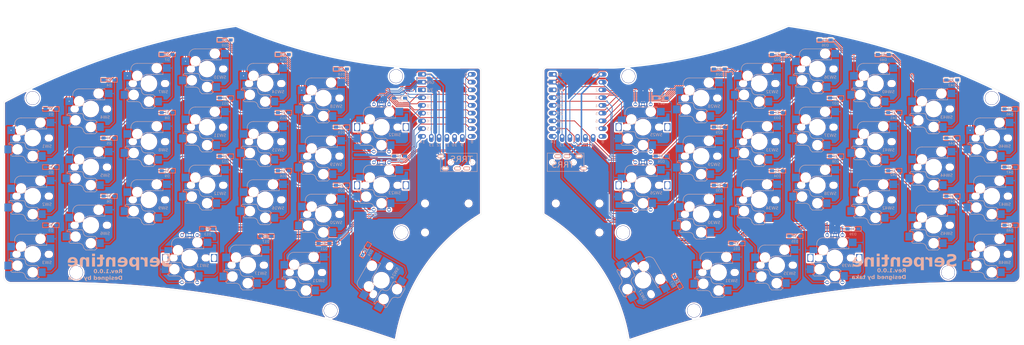
<source format=kicad_pcb>
(kicad_pcb (version 20240108) (generator "pcbnew") (generator_version "8.0")
  (layers (0 "F.Cu" signal) (31 "B.Cu" signal) (34 "B.Paste" user) (35 "F.Paste" user) (36 "B.SilkS" user "B.Silkscreen") (37 "F.SilkS" user "F.Silkscreen") (38 "B.Mask" user) (39 "F.Mask" user) (44 "Edge.Cuts" user))
  (net 0 "")
  (net 1 "Net-(D1-A)")
  (net 2 "Row0")
  (net 3 "Row1")
  (net 4 "Net-(D2-A)")
  (net 5 "Net-(D3-A)")
  (net 6 "Row2")
  (net 7 "Net-(D4-A)")
  (net 8 "Net-(D5-A)")
  (net 9 "Net-(D6-A)")
  (net 10 "Net-(D7-A)")
  (net 11 "Net-(D8-A)")
  (net 12 "Net-(D9-A)")
  (net 13 "Net-(D10-A)")
  (net 14 "Net-(D11-A)")
  (net 15 "Net-(D12-A)")
  (net 16 "Row3")
  (net 17 "Net-(D13-A)")
  (net 18 "Net-(D14-A)")
  (net 19 "Net-(D15-A)")
  (net 20 "Net-(D16-A)")
  (net 21 "Net-(D17-A)")
  (net 22 "Net-(D18-A)")
  (net 23 "Net-(D19-A)")
  (net 24 "Net-(D20-A)")
  (net 25 "Net-(D21-A)")
  (net 26 "Net-(D22-A)")
  (net 27 "Net-(D23-A)")
  (net 28 "Net-(D24-A)")
  (net 29 "Row5")
  (net 30 "Net-(D25-A)")
  (net 31 "Row6")
  (net 32 "Net-(D26-A)")
  (net 33 "Net-(D27-A)")
  (net 34 "Row7")
  (net 35 "Row4")
  (net 36 "Net-(D28-A)")
  (net 37 "Net-(D29-A)")
  (net 38 "Net-(D30-A)")
  (net 39 "Net-(D31-A)")
  (net 40 "Net-(D32-A)")
  (net 41 "Net-(D33-A)")
  (net 42 "Net-(D34-A)")
  (net 43 "Net-(D35-A)")
  (net 44 "Net-(D36-A)")
  (net 45 "Net-(D37-A)")
  (net 46 "Net-(D38-A)")
  (net 47 "Net-(D39-A)")
  (net 48 "Net-(D40-A)")
  (net 49 "Net-(D41-A)")
  (net 50 "Net-(D42-A)")
  (net 51 "Net-(D43-A)")
  (net 52 "Net-(D44-A)")
  (net 53 "Net-(D45-A)")
  (net 54 "Net-(D46-A)")
  (net 55 "Net-(D47-A)")
  (net 56 "Net-(D48-A)")
  (net 58 "+5V")
  (net 59 "DATA_L")
  (net 60 "GND")
  (net 61 "DATA_R")
  (net 62 "GNDR")
  (net 63 "+5VR")
  (net 65 "+3V3")
  (net 67 "+3V3R")
  (net 68 "Col0")
  (net 69 "Col1")
  (net 70 "Col2")
  (net 71 "Col3")
  (net 72 "Col4")
  (net 73 "Col5")
  (net 74 "Col6")
  (net 75 "Col7")
  (net 76 "Col8")
  (net 77 "Col9")
  (net 78 "Col10")
  (net 79 "Col11")
  (net 80 "Col12")
  (net 81 "Col13")
  (net 82 "RE3B")
  (net 83 "RE3A")
  (net 85 "RE5A")
  (net 86 "RE1B")
  (net 87 "RE1A")
  (net 88 "RE5B")
  (net 90 "RE2A")
  (net 91 "RE6B")
  (net 92 "RE6A")
  (net 93 "RE4A")
  (net 94 "RE2B")
  (net 95 "RE4B")
  (footprint "kbd_Parts:Diode_SMD" (layer "F.Cu") (at 145.633004 137.219461)
    (property "Reference" "D21")
    (property "Value" "D" (hide yes))
  )
  (footprint "kbd_Hole:m2_Screw_Hole" (layer "F.Cu") (at 221.594879 124.12259)
    (property "Reference" "Ref**" (hide yes))
    (property "Value" "Val**" (hide yes))
  )
  (footprint "kbd_Hole:m2_Screw_Hole" (layer "F.Cu") (at 178.732378 133.647659 180)
    (property "Reference" "Ref**" (hide yes))
    (property "Value" "Val**" (hide yes))
  )
  (footprint "kbd_Parts:Diode_SMD" (layer "F.Cu") (at 294.223008 94.356968)
    (property "Reference" "D33")
    (property "Value" "D" (hide yes))
  )
  (footprint "kbd_Parts:Diode_SMD" (layer "F.Cu") (at 280.888006 137.219467)
    (property "Reference" "D31")
    (property "Value" "D" (hide yes))
  )
  (footprint "kbd_Parts:Diode_SMD" (layer "F.Cu") (at 94.198005 94.35696)
    (property "Reference" "D8")
    (property "Value" "D" (hide yes))
  )
  (footprint "kbd_Parts:Diode_SMD" (layer "F.Cu") (at 332.323006 94.356966)
    (property "Reference" "D41")
    (property "Value" "D" (hide yes))
  )
  (footprint "taka_lib:Kailh FullPOM MX_Hotswap" (layer "F.Cu") (at 250.169881 149.284466 -60)
    (property "Reference" "SW27" (hide yes))
    (property "Value" "SW_Push" (hide yes))
  )
  (footprint "kbd_Parts:Diode_SMD" (layer "F.Cu") (at 256.123006 89.594467)
    (property "Reference" "D25")
    (property "Value" "D" (hide yes))
  )
  (footprint "taka_lib:Kailh FullPOM MX_Hotswap" (layer "F.Cu") (at 88.244879 103.881961)
    (property "Reference" "SW8" (hide yes))
    (property "Value" "SW_Push" (hide yes))
  )
  (footprint "kbd_Parts:Diode_SMD" (layer "F.Cu") (at 309.85988 70.544459)
    (property "Reference" "D36")
    (property "Value" "D" (hide yes))
  )
  (footprint "taka_lib:Kailh FullPOM MX_Hotswap_RE" (layer "F.Cu") (at 164.44488 118.169462)
    (property "Reference" "SW23" (hide yes))
    (property "Value" "RotaryEncoder_Switch" (hide yes))
  )
  (footprint "kbd_Hole:m2_Screw_Hole" (layer "F.Cu") (at 235.882379 124.12259)
    (property "Reference" "Ref**" (hide yes))
    (property "Value" "Val**" (hide yes))
  )
  (footprint "taka_lib:Kailh FullPOM MX_Hotswap" (layer "F.Cu") (at 69.194879 112.216337)
    (property "Reference" "SW5" (hide yes))
    (property "Value" "SW_Push" (hide yes))
  )
  (footprint "kbd_Hole:m2_Spacer_Hole" (layer "F.Cu") (at 266.838561 159.246046)
    (property "Reference" "Ref**" (hide yes))
    (property "Value" "Val**" (hide yes))
  )
  (footprint "kbd_Parts:Diode_SMD" (layer "F.Cu") (at 256.123006 108.644467)
    (property "Reference" "D26")
    (property "Value" "D" (hide yes))
  )
  (footprint "kbd_Parts:Diode_SMD" (layer "F.Cu") (at 107.533004 132.456961)
    (property "Reference" "D13")
    (property "Value" "D" (hide yes))
  )
  (footprint "taka_lib:Kailh FullPOM MX_Hotswap" (layer "F.Cu") (at 50.144879 102.691337)
    (property "Reference" "SW1" (hide yes))
    (property "Value" "SW_Push" (hide yes))
  )
  (footprint "taka_lib:Kailh FullPOM MX_Hotswap" (layer "F.Cu") (at 88.244877 84.831958)
    (property "Reference" "SW7" (hide yes))
    (property "Value" "SW_Push" (hide yes))
  )
  (footprint "taka_lib:Kailh FullPOM MX_Hotswap" (layer "F.Cu") (at 326.369881 84.831963)
    (property "Reference" "SW40" (hide yes))
    (property "Value" "SW_Push" (hide yes))
  )
  (footprint "kbd_Parts:Diode_SMD" (layer "F.Cu") (at 75.148005 83.641336)
    (property "Reference" "D4")
    (property "Value" "D" (hide yes))
  )
  (footprint "kbd_Parts:Diode_SMD" (layer "F.Cu") (at 370.423004 131.26634)
    (property "Reference" "D48")
    (property "Value" "D" (hide yes))
  )
  (footprint "kbd_Parts:Diode_SMD" (layer "F.Cu") (at 294.223009 113.406965)
    (property "Reference" "D34")
    (property "Value" "D" (hide yes))
  )
  (footprint "kbd_Hole:m2_Spacer_Hole" (layer "F.Cu") (at 245.407379 82.450712)
    (property "Reference" "Ref**" (hide yes))
    (property "Value" "Val**" (hide yes))
  )
  (footprint "kbd_Parts:Diode_SMD" (layer "F.Cu") (at 151.348003 99.119459)
    (property "Reference" "D19")
    (property "Value" "D" (hide yes))
  )
  (footprint "kbd_Parts:Diode_SMD" (layer "F.Cu") (at 75.148005 102.691336)
    (property "Reference" "D5")
    (property "Value" "D" (hide yes))
  )
  (footprint "kbd_Parts:Diode_SMD" (layer "F.Cu") (at 275.173008 99.119467)
    (property "Reference" "D29")
    (property "Value" "D" (hide yes))
  )
  (footprint "kbd_Parts:Diode_SMD" (layer "F.Cu") (at 151.348006 80.069461)
    (property "Reference" "D18")
    (property "Value" "D" (hide yes))
  )
  (footprint "kbd_Parts:Diode_SMD" (layer "F.Cu") (at 170.398002 89.594462)
    (property "Reference" "D22")
    (property "Value" "D" (hide yes))
  )
  (footprint "taka_lib:Kailh FullPOM MX_Hotswap" (layer "F.Cu") (at 107.294878 80.069457)
    (property "Reference" "SW10" (hide yes))
    (property "Value" "SW_Push" (hide yes))
  )
  (footprint "kbd_Parts:Diode_SMD" (layer "F.Cu") (at 113.248006 108.644459)
    (property "Reference" "D12")
    (property "Value" "D" (hide yes))
  )
  (footprint "taka_lib:Kailh FullPOM MX_Hotswap_RE" (layer "F.Cu") (at 164.44488 99.119462)
    (property "Reference" "SW22" (hide yes))
    (property "Value" "RotaryEncoder_Switch" (hide yes))
  )
  (footprint "kbd_Parts:Diode_SMD" (layer "F.Cu") (at 132.298006 113.406959)
    (property "Reference" "D16")
    (property "Value" "D" (hide yes))
  )
  (footprint "taka_lib:Kailh FullPOM MX_Hotswap" (layer "F.Cu") (at 307.31988 118.169461)
    (property "Reference" "SW38" (hide yes))
    (property "Value" "SW_Push" (hide yes))
  )
  (footprint "taka_lib:Kailh FullPOM MX_Hotswap" (layer "F.Cu") (at 307.31988 99.119463)
    (property "Reference" "SW37" (hide yes))
    (property "Value" "SW_Push" (hide yes))
  )
  (footprint "taka_lib:Kailh FullPOM MX_Hotswap" (layer "F.Cu") (at 107.29488 118.169463)
    (property "Reference" "SW12" (hide yes))
    (property "Value" "SW_Push" (hide yes))
  )
  (footprint "taka_lib:Kailh FullPOM MX_Hotswap" (layer "F.Cu") (at 293.984879 144.363214)
    (property "Reference" "SW35" (hide yes))
    (property "Value" "SW_Push" (hide yes))
  )
  (footprint "taka_lib:Kailh FullPOM MX_Hotswap" (layer "F.Cu") (at 88.244879 122.931961)
    (property "Reference" "SW9" (hide yes))
    (property "Value" "SW_Push" (hide yes))
  )
  (footprint "taka_lib:Kailh FullPOM MX_Hotswap" (layer "F.Cu") (at 345.419881 93.166343)
    (property "Reference" "SW43" (hide yes))
    (property "Value" "SW_Push" (hide yes))
  )
  (footprint "kbd_Parts:Diode_SMD" (layer "F.Cu") (at 151.348006 118.169461)
    (property "Reference" "D20")
    (property "Value" "D" (hide yes))
  )
  (footprint "taka_lib:Kailh FullPOM MX_Hotswap" (layer "F.Cu") (at 364.469882 102.691339)
    (property "Reference" "SW46" (hide yes))
    (property "Value" "SW_Push" (hide yes))
  )
  (footprint "kbd_Parts:Diode_SMD" (layer "F.Cu") (at 332.323006 113.406966)
    (property "Reference" "D42")
    (property "Value" "D" (hide yes))
  )
  (footprint "taka_lib:Kailh FullPOM MX_Hotswap" (layer "F.Cu") (at 139.679879 146.744462)
    (property "Reference" "SW21" (hide yes))
    (property "Value" "SW_Push" (hide yes))
  )
  (footprint "kbd_Hole:m2_Screw_Hole" (layer "F.Cu") (at 178.732379 124.122586)
    (property "Reference" "Ref**" (hide yes))
    (property "Value" "Val**" (hide yes))
  )
  (footprint "kbd_Parts:Diode_SMD" (layer "F.Cu") (at 313.273007 108.644466)
    (property "Reference" "D38")
    (property "Value" "D" (hide yes))
  )
  (footprint "taka_lib:Kailh FullPOM MX_Hotswap" (layer "F.Cu") (at 126.344881 122.931962)
    (property "Reference" "SW16" (hide yes))
    (property "Value" "SW_Push" (hide yes))
  )
  (footprint "kbd_Parts:Diode_SMD" (layer "F.Cu") (at 275.173008 80.069468)
    (property "Reference" "D28")
    (property "Value" "D" (hide yes))
  )
  (footprint "kbd_Parts:Diode_SMD" (layer "F.Cu") (at 132.298005 75.306959)
    (property "Reference" "D14")
    (property "Value" "D" (hide yes))
  )
  (footprint "kbd_Parts:Diode_SMD" (layer "F.Cu") (at 261.395334 149.677524 -60)
    (property "Reference" "D27")
    (property "Value" "D" (hide yes))
  )
  (footprint "kbd_Parts:Diode_SMD" (layer "F.Cu") (at 159.172549 139.366402 60)
    (property "Reference" "D24")
    (property "Value" "D" (hide yes))
  )
  (footprint "taka_lib:Kailh FullPOM MX_Hotswap" (layer "F.Cu") (at 345.419878 131.26634)
    (property "Reference" "SW45" (hide yes))
    (property "Value" "SW_Push" (hide yes))
  )
  (footprint "taka_lib:Kailh FullPOM MX_Hotswap" (layer "F.Cu") (at 307.31988 80.069462)
    (property "Reference" "SW36" (hide yes))
    (property "Value" "SW_Push" (hide yes))
  )
  (footprint "taka_lib:RP2040 Zero" (layer "F.Cu") (at 228.738493 91.975759)
    (property "Reference" "U2" (hide yes))
    (property "Value" "RP2040-Zero")
  )
  (footprint "kbd_Hole:m2_Spacer_Hole" (layer "F.Cu") (at 350.182381 146.744465)
    (property "Reference" "Ref**" (hide yes))
    (property "Value" "Val**" (hide yes))
  )
  (footprint "taka_lib:Kailh FullPOM MX_Hotswap" (layer "F.Cu") (at 364.469879 140.791339)
    (property "Reference" "SW48" (hide yes))
    (property "Value" "SW_Push" (hide yes))
  )
  (footprint "taka_lib:Kailh FullPOM MX_Hotswap" (layer "F.Cu") (at 164.444881 149.28446 60)
    (property "Reference" "SW24" (hide yes))
    (property "Value" "SW_Push" (hide yes))
  )
  (footprint "kbd_Parts:Diode_SMD" (layer "F.Cu") (at 351.373004 83.641342)
    (property "Reference" "D43")
    (property "Value" "D" (hide yes))
  )
  (footprint "taka_lib:Kailh FullPOM MX_Hotswap" (layer "F.Cu") (at 274.93488 146.744464)
    (property "Reference" "SW31" (hide yes))
    (property "Value" "SW_Push" (hide yes))
  )
  (footprint "taka_lib:Kailh FullPOM MX_Hotswap" (layer "F.Cu") (at 269.219881 108.644461)
    (property "Reference" "SW29" (hide yes))
    (property "Value" "SW_Push" (hide yes))
  )
  (footprint "kbd_Parts:Diode_SMD" (layer "F.Cu") (at 370.423004 112.216342)
    (property "Reference" "D47")
    (property "Value" "D" (hide yes))
  )
  (footprint "taka_lib:Kailh FullPOM MX_Hotswap_RE" (layer "F.Cu") (at 250.169879 99.119462)
    (property "Reference" "SW25" (hide yes))
    (property "Value" "RotaryEncoder_Switch" (hide yes))
  )
  (footprint "kbd_Hole:m2_Spacer_Hole" (layer "F.Cu") (at 50.14488 89.594461)
    (property "Reference" "Ref**" (hide yes))
    (property "Value" "Val**" (hide yes))
  )
  (footprint "kbd_Parts:Diode_SMD" (layer "F.Cu") (at 132.298006 94.356959)
    (property "Reference" "D15")
    (property "Value" "D" (hide yes))
  )
  (footprint "kbd_Hole:m2_Spacer_Hole" (layer "F.Cu") (at 364.469879 89.594467)
    (property "Reference" "Ref**" (hide yes))
    (property "Value" "Val**" (hide yes))
  )
  (footprint "kbd_Hole:m2_Spacer_Hole" (layer "F.Cu") (at 169.207377 82.450711)
    (property "Reference" "Ref**" (hide yes))
    (property "Value" "Val**" (hide yes))
  )
  (footprint "taka_lib:Kailh FullPOM MX_Hotswap" (layer "F.Cu") (at 345.419882 112.216339)
    (property "Reference" "SW44" (hide yes))
    (property "Value" "SW_Push" (hide yes))
  )
  (footprint "kbd_Parts:Diode_SMD" (layer "F.Cu") (at 126.583004 134.838211)
    (property "Reference" "D17")
    (property "Value" "D" (hide yes))
  )
  (footprint "kbd_Hole:m2_Screw_Hole" (layer "F.Cu") (at 235.882379 133.647596)
    (property "Reference" "Ref**" (hide yes))
    (property "Value" "Val**" (hide yes))
  )
  (footprint "taka_lib:Kailh FullPOM MX_Hotswap" (layer "F.Cu") (at 269.219881 127.694465)
    (property "Reference" "SW30" (hide yes))
    (property "Value" "SW_Push" (hide yes))
  )
  (footprint "kbd_Parts:Diode_SMD" (layer "F.Cu") (at 351.373004 121.74134)
    (property "Reference" "D45")
    (property "Value" "D" (hide yes))
  )
  (footprint "taka_lib:RP2040 Zero" (layer "F.Cu") (at 185.876128 91.975757)
    (property "Reference" "U1" (hide yes))
    (property "Value" "RP2040-Zero")
  )
  (footprint "kbd_Parts:Diode_SMD" (layer "F.Cu") (at 170.398003 108.64446)
    (property "Reference" "D23")
    (property "Value" "D" (hide yes))
  )
  (footprint "taka_lib:Kailh FullPOM MX_Hotswap_RE" (layer "F.Cu") (at 313.034881 141.981964)
    (property "Reference" "SW39" (hide yes))
    (property "Value" "RotaryEncoder_Switch" (hide yes))
  )
  (footprint "kbd_Parts:Diode_SMD" (layer "F.Cu") (at 299.938006 134.838217)
    (property "Reference" "D35")
    (property "Value" "D" (hide yes))
  )
  (footprint "taka_lib:Kailh FullPOM MX_Hotswap" (layer "F.Cu") (at 145.39488 108.644462)
    (property "Reference" "SW19" (hide yes))
    (property "Value" "SW_Push" (hide yes))
  )
  (footprint "kbd_Parts:Diode_SMD" (layer "F.Cu") (at 370.423004 93.166342)
    (property "Reference" "D46")
    (property "Value" "D" (hide yes))
  )
  (footprint "kbd_Hole:m2_Spacer_Hole" (layer "F.Cu") (at 170.993323 133.647616)
    (property "Reference" "Ref**" (hide yes))
    (property "Value" "Val**" (hide yes))
  )
  (footprint "kbd_Parts:Diode_SMD" (layer "F.Cu") (at 113.248005 70.544458)
    (property "Reference" "D10")
    (property "Value" "D" (hide yes))
  )
  (footprint "kbd_Parts:Diode_SMD" (layer "F.Cu") (at 318.988004 132.456965)
    (property "Reference" "D39")
    (property "Value" "D" (hide yes))
  )
  (footprint "kbd_Parts:Diode_SMD" (layer "F.Cu") (at 94.198005 113.40696)
    (property "Reference" "D9")
    (property "Value" "D" (hide yes))
  )
  (footprint "kbd_Parts:Diode_SMD" (layer "F.Cu") (at 56.098005 93.166336)
    (property "Reference" "D1")
    (property "Value" "D" (hide yes))
  )
  (footprint "taka_lib:Kailh FullPOM MX_Hotswap" (layer "F.Cu") (at 107.294878 99.119459)
    (property "Reference" "SW11" (hide yes))
    (property "Value" "SW_Push" (hide yes))
  )
  (footprint "taka_lib:Kailh FullPOM MX_Hotswap_RE" (layer "F.Cu") (at 250.169882 118.169466)
    (property "Reference" "SW26" (hide yes))
    (property "Value" "RotaryEncoder_Switch" (hide yes))
  )
  (footprint "taka_lib:Kailh FullPOM MX_Hotswap" (layer "F.Cu") (at 126.344878 103.881962)
    (property "Reference" "SW15" (hide yes))
    (property "Value" "SW_Push" (hide yes))
  )
  (footprint "kbd_Parts:Diode_SMD" (layer "F.Cu") (at 275.173007 118.169466)
    (property "Reference" "D30")
    (property "Value" "D" (hide yes))
  )
  (footprint "taka_lib:Kailh FullPOM MX_Hotswap" (layer "F.Cu") (at 145.394879 89.594458)
    (property "Reference" "SW18" (hide yes))
    (property "Value" "SW_Push" (hide yes))
  )
  (footprint "taka_lib:Kailh FullPOM MX_Hotswap" (layer "F.Cu") (at 288.269881 84.831961)
    (property "Reference" "SW32" (hide yes))
    (property "Value" "SW_Push" (hide yes))
  )
  (footprint "taka_lib:Kailh FullPOM MX_Hotswap_RE" (layer "F.Cu") (at 101.579878 141.981963)
    (property "Reference" "SW13" (hide yes))
    (property "Value" "RotaryEncoder_Switch" (hide yes))
  )
  (footprint "taka_lib:Kailh FullPOM MX_Hotswap" (layer "F.Cu") (at 364.469879 121.741339)
    (property "Reference" "SW47" (hide yes))
    (property "Value" "SW_Push" (hide yes))
  )
  (footprint "kbd_Parts:Diode_SMD" (layer "F.Cu") (at 75.148005 121.741336)
    (property "Reference" "D6")
    (property "Value" "D" (hide yes))
  )
  (footprint "taka_lib:Kailh FullPOM MX_Hotswap" (layer "F.Cu") (at 269.219879 89.594462)
    (property "Reference" "SW28" (hide yes))
    (property "Value" "SW_Push" (hide yes))
  )
  (footprint "taka_lib:Kailh FullPOM MX_Hotswap" (layer "F.Cu") (at 326.36988 122.931963)
    (property "Reference" "SW42" (hide yes))
    (property "Value" "SW_Push" (hide yes))
  )
  (footprint "kbd_Parts:Diode_SMD" (layer "F.Cu") (at 313.273006 89.594466)
    (property "Reference" "D37")
    (property "Value" "D" (hide yes))
  )
  (footprint "taka_lib:Kailh FullPOM MX_Hotswap" (layer "F.Cu") (at 288.269881 122.931967)
    (property "Reference" "SW34" (hide yes))
    (property "Value" "SW_Push" (hide yes))
  )
  (footprint "taka_lib:Kailh FullPOM MX_Hotswap" (layer "F.Cu") (at 120.629878 144.363213)
    (property "Reference" "SW17" (hide yes))
    (property "Value" "SW_Push" (hide yes))
  )
  (footprint "taka_lib:Kailh FullPOM MX_Hotswap" (layer "F.Cu") (at 69.194877 131.266338)
    (property "Reference" "SW6" (hide yes))
    (property "Value" "SW_Push" (hide yes))
  )
  (footprint "taka_lib:Kailh FullPOM MX_Hotswap" (layer "F.Cu") (at 288.269881 103.881961)
    (property "Reference" "SW33" (hide yes))
    (property "Value" "SW_Push" (hide yes))
  )
  (footprint "kbd_Parts:Diode_SMD" (layer "F.Cu") (at 294.223006 75.306966)
    (property "Reference" "D32")
    (property "Value" "D" (hide yes))
  )
  (footprint "kbd_Hole:m2_Spacer_Hole" (layer "F.Cu") (at 147.776247 159.246121)
    (property "Reference" "Ref**" (hide yes))
    (property "Value" "Val**" (hide yes))
  )
  (footprint "taka_lib:Kailh FullPOM MX_Hotswap" (layer "F.Cu") (at 69.194876 93.166337)
    (property "Reference" "SW4" (hide yes))
    (property "Value" "SW_Push" (hide yes))
  )
  (footprint "taka_lib:Kailh FullPOM MX_Hotswap" (layer "F.Cu") (at 50.144879 140.791333)
    (property "Reference" "SW3" (hide yes))
    (property "Value" "SW_Push" (hide yes))
  )
  (footprint "kbd_Hole:m2_Screw_Hole" (layer "F.Cu") (at 193.019879 124.122584)
    (property "Reference" "Ref**" (hide yes))
    (property "Value" "Val**" (hide yes))
  )
  (footprint "kbd_Parts:Diode_SMD" (layer "F.Cu") (at 56.098005 112.216336)
    (property "Reference" "D2")
    (property "Value" "D" (hide yes))
  )
  (footprint "taka_lib:Kailh FullPOM MX_Hotswap" (layer "F.Cu") (at 145.39488 127.694462)
    (property "Reference" "SW20" (hide yes))
    (property "Value" "SW_Push" (hide yes))
  )
  (footprint "kbd_Parts:Diode_SMD" (layer "F.Cu") (at 351.373004 102.69134)
    (property "Reference" "D44")
    (property "Value" "D" (hide yes))
  )
  (footprint "kbd_Parts:Diode_SMD" (layer "F.Cu") (at 56.098004 131.266412)
    (property "Reference" "D3")
    (property "Value" "D" (hide yes))
  )
  (footprint "kbd_Parts:Diode_SMD" (layer "F.Cu") (at 94.198005 75.30696)
    (property "Reference" "D7")
    (property "Value" "D" (hide yes))
  )
  (footprint "kbd_Parts:Diode_SMD" (layer "F.Cu") (at 113.248005 89.59446)
    (property "Reference" "D11")
    (property "Value" "D" (hide yes))
  )
  (footprint "kbd_Parts:Diode_SMD" (layer "F.Cu") (at 328.90988 75.306968)
    (property "Reference" "D40")
    (property "Value" "D" (hide yes))
  )
  (footprint "taka_lib:Kailh FullPOM MX_Hotswap" (layer "F.Cu") (at 126.344878 84.831959)
    (property "Reference" "SW14" (hide yes))
    (property "Value" "SW_Push" (hide yes))
  )
  (footprint "taka_lib:Kailh FullPOM MX_Hotswap" (layer "F.Cu") (at 50.144879 121.741337)
    (property "Reference" "SW2" (hide yes))
    (property "Value" "SW_Push" (hide yes))
  )
  (footprint "kbd_Hole:m2_Spacer_Hole" (layer "F.Cu") (at 64.432378 146.744461)
    (property "Reference" "Ref**" (hide yes))
    (property "Value" "Val**" (hide yes))
  )
  (footprint "taka_lib:Kailh FullPOM MX_Hotswap" (layer "F.Cu") (at 326.36988 103.881963)
    (property "Reference" "SW41" (hide yes))
    (property "Value" "SW_Push" (hide yes))
  )
  (footprint "kbd_Hole:m2_Spacer_Hole" (layer "B.Cu") (at 243.621438 133.647588 180)
    (property "Reference" "Ref**" (hide yes))
    (property "Value" "Val**" (hide yes))
  )
  (footprint "taka_lib:TRRS_MJ-4PP-9_1" (layer "B.Cu") (at 189.687094 110.64446 90)
    (property "Reference" "JACK1")
    (property "Value" "MJ-4PP-9" (hide yes))
  )
  (footprint "taka_lib:TRRS_MJ-4PP-9_1" (layer "B.Cu") (at 224.927683 110.644468 -90)
    (property "Reference" "JACK2")
    (property "Value" "MJ-4PP-9" (hide yes))
  )
  (gr_arc (start 217.427718 80.664738) (mid 217.776368 79.82277) (end 218.618337 79.47411) (stroke (width 0.05)) (layer "Edge.Cuts"))
  (gr_line (start 173.969885 79.47413) (end 195.996474 79.47419) (stroke (width 0.05)) (layer "Edge.Cuts"))
  (gr_line (start 40.619881 147.935177) (end 40.619879 90.785177) (stroke (width 0.05)) (layer "Edge.Cuts"))
  (gr_line (start 197.187125 127.694555) (end 197.187095 80.664816) (stroke (width 0.05)) (layer "Edge.Cuts"))
  (gr_line (start 352.563629 150.316339) (end 371.613629 150.316339) (stroke (width 0.05)) (layer "Edge.Cuts"))
  (gr_arc (start 173.969887 79.47421) (mid 144.801794 75.103781) (end 116.819973 65.781981) (stroke (width 0.05)) (layer "Edge.Cuts"))
  (gr_arc (start 43.00116 150.316427) (mid 41.317283 149.619033) (end 40.61991 147.935177) (stroke (width 0.05)) (layer "Edge.Cuts"))
  (gr_arc (start 217.427713 127.694477) (mid 236.053187 145.286424) (end 245.395453 169.142382) (stroke (width 0.05)) (layer "Edge.Cuts"))
  (gr_line (start 217.427718 80.664738) (end 217.427684 127.694475) (stroke (width 0.05)) (layer "Edge.Cuts"))
  (gr_arc (start 245.395453 169.142382) (mid 298.225348 155.436022) (end 352.563649 150.316352) (stroke (width 0.05)) (layer "Edge.Cuts"))
  (gr_arc (start 62.05116 150.316427) (mid 116.389459 155.436106) (end 169.219354 169.142455) (stroke (width 0.05)) (layer "Edge.Cuts"))
  (gr_line (start 43.00116 150.316427) (end 62.05116 150.316427) (stroke (width 0.05)) (layer "Edge.Cuts"))
  (gr_arc (start 373.994879 147.935089) (mid 373.29751 149.618954) (end 371.613629 150.316339) (stroke (width 0.05)) (layer "Edge.Cuts"))
  (gr_arc (start 297.79488 65.781962) (mid 336.966924 75.016348) (end 373.994881 90.785093) (stroke (width 0.05)) (layer "Edge.Cuts"))
  (gr_line (start 218.618337 79.47411) (end 240.645028 79.474194) (stroke (width 0.05)) (layer "Edge.Cuts"))
  (gr_arc (start 195.996474 79.47419) (mid 196.838366 79.822916) (end 197.187095 80.664816) (stroke (width 0.05)) (layer "Edge.Cuts"))
  (gr_arc (start 169.219354 169.142455) (mid 178.561649 145.286515) (end 197.187095 127.694554) (stroke (width 0.05)) (layer "Edge.Cuts"))
  (gr_arc (start 297.794947 65.781994) (mid 269.813119 75.103769) (end 240.64503 79.474222) (stroke (width 0.05)) (layer "Edge.Cuts"))
  (gr_arc (start 40.619879 90.785087) (mid 77.647832 75.016335) (end 116.819878 65.781959) (stroke (width 0.05)) (layer "Edge.Cuts"))
  (gr_line (start 373.994881 90.785093) (end 373.994879 147.935089) (stroke (width 0.05)) (layer "Edge.Cuts"))
  (gr_text "Rev.1.0.0\nDesigned by taka" (at 336.43353 149.104678 0) (layer "B.SilkS") (effects (font (size 1.3 1.3) (thickness 0.25) (bold yes)) (justify left bottom mirror)))
  (gr_text "Serpentine" (at 78.719878 143.172587 0) (layer "B.SilkS") (effects (font (size 4 4) (thickness 0.3) (bold yes)) (justify mirror)))
  (gr_text "Serpentine" (at 335.894881 143.172591 0) (layer "B.SilkS") (effects (font (size 4 4) (thickness 0.3) (bold yes)) (justify mirror)))
  (gr_text "Rev.1.0.0\nDesigned by taka" (at 79.612671 149.36998 0) (layer "B.SilkS") (effects (font (size 1.3 1.3) (thickness 0.25) (bold yes)) (justify left bottom mirror)))
  (segment (start 57.873005 107.007586) (end 56.289254 108.591336) (width 0.25) (layer "B.Cu") (net 1))
  (segment (start 55.986879 97.611337) (end 57.436375 97.611337) (width 0.25) (layer "B.Cu") (net 1))
  (segment (start 55.986879 97.611337) (end 57.416667 97.611337) (width 0.25) (layer "B.Cu") (net 1))
  (segment (start 57.873005 98.067674) (end 57.873005 107.007586) (width 0.25) (layer "B.Cu") (net 1))
  (segment (start 56.289254 108.591336) (end 53.244879 108.591337) (width 0.25) (layer "B.Cu") (net 1))
  (segment (start 57.873005 93.166336) (end 57.873005 97.174706) (width 0.25) (layer "B.Cu") (net 1))
  (segment (start 57.873005 97.174706) (end 57.873005 98.067674) (width 0.25) (layer "B.Cu") (net 1))
  (arc (start 57.436375 97.611337) (mid 57.745119 97.48345) (end 57.873005 97.174706) (width 0.25) (layer "B.Cu") (net 1))
  (arc (start 57.416667 97.611337) (mid 57.739346 97.744995) (end 57.873005 98.067674) (width 0.25) (layer "B.Cu") (net 1))
  (segment (start 137.060505 80.069461) (end 151.348005 80.069461) (width 0.25) (layer "F.Cu") (net 2))
  (segment (start 157.537956 86.259412) (end 151.348005 80.069461) (width 0.25) (layer "F.Cu") (net 2))
  (segment (start 65.623005 83.641336) (end 75.148005 83.641336) (width 0.25) (layer "F.Cu") (net 2))
  (segment (start 167.153186 86.760578) (end 166.65202 86.259412) (width 0.25) (layer "F.Cu") (net 2))
  (segment (start 166.65202 86.259412) (end 157.537956 86.259412) (width 0.25) (layer "F.Cu") (net 2))
  (segment (start 94.198005 75.306961) (end 98.960505 70.544461) (width 0.25) (layer "F.Cu") (net 2))
  (segment (start 75.148005 83.641336) (end 83.48238 75.306961) (width 0.25) (layer "F.Cu") (net 2))
  (segment (start 132.298005 75.306961) (end 137.060505 80.069461) (width 0.25) (layer "F.Cu") (net 2))
  (segment (start 98.960505 70.544461) (end 113.248005 70.544461) (width 0.25) (layer "F.Cu") (net 2))
  (segment (start 169.207239 89.594462) (end 167.153186 87.540409) (width 0.25) (layer "F.Cu") (net 2))
  (segment (start 83.48238 75.306961) (end 94.198005 75.306961) (width 0.25) (layer "F.Cu") (net 2))
  (segment (start 167.153186 87.540409) (end 167.153186 86.760578) (width 0.25) (layer "F.Cu") (net 2))
  (segment (start 118.010505 75.306961) (end 132.298005 75.306961) (width 0.25) (layer "F.Cu") (net 2))
  (segment (start 56.098005 93.166336) (end 65.623005 83.641336) (width 0.25) (layer "F.Cu") (net 2))
  (segment (start 170.398002 89.594462) (end 169.207239 89.594462) (width 0.25) (layer "F.Cu") (net 2))
  (segment (start 113.248005 70.544461) (end 118.010505 75.306961) (width 0.25) (layer "F.Cu") (net 2))
  (via (at 151.348005 80.069461) (size 0.6) (drill 0.3) (layers "F.Cu" "B.Cu") (net 2))
  (via (at 132.298005 75.306961) (size 0.6) (drill 0.3) (layers "F.Cu" "B.Cu") (net 2))
  (via (at 56.098005 93.166336) (size 0.6) (drill 0.3) (layers "F.Cu" "B.Cu") (net 2))
  (via (at 94.198005 75.306961) (size 0.6) (drill 0.3) (layers "F.Cu" "B.Cu") (net 2))
  (via (at 113.248005 70.544461) (size 0.6) (drill 0.3) (layers "F.Cu" "B.Cu") (net 2))
  (via (at 75.148005 83.641336) (size 0.6) (drill 0.3) (layers "F.Cu" "B.Cu") (net 2))
  (via (at 170.398002 89.594462) (size 0.6) (drill 0.3) (layers "F.Cu" "B.Cu") (net 2))
  (segment (start 173.81103 89.435757) (end 173.169735 88.794462) (width 0.25) (layer "B.Cu") (net 2))
  (segment (start 54.323005 93.166336) (end 56.098005 93.166336) (width 0.25) (layer "B.Cu") (net 2))
  (segment (start 171.198002 88.794462) (end 170.398002 89.594462) (width 0.25) (layer "B.Cu") (net 2))
  (segment (start 170.398002 89.594462) (end 168.623004 89.594462) (width 0.25) (layer "B.Cu") (net 2))
  (segment (start 94.198005 75.306961) (end 92.423006 75.306961) (width 0.25) (layer "B.Cu") (net 2))
  (segment (start 132.298005 75.306961) (end 130.523007 75.306961) (width 0.25) (layer "B.Cu") (net 2))
  (segment (start 173.169735 88.794462) (end 171.198002 88.794462) (width 0.25) (layer "B.Cu") (net 2))
  (segment (start 151.348005 80.069461) (end 149.573006 80.069461) (width 0.25) (layer "B.Cu") (net 2))
  (segment (start 178.206128 89.435757) (end 173.81103 89.435757) (width 0.25) (layer "B.Cu") (net 2))
  (segment (start 113.248005 70.544461) (end 111.473008 70.544461) (width 0.25) (layer "B.Cu") (net 2))
  (segment (start 75.148005 83.641336) (end 73.373005 83.641336) (width 0.25) (layer "B.Cu") (net 2))
  (segment (start 98.960505 89.594461) (end 113.248005 89.594461) (width 0.25) (layer "F.Cu") (net 3))
  (segment (start 65.623005 102.691336) (end 75.148005 102.691336) (width 0.25) (layer "F.Cu") (net 3))
  (segment (start 94.198005 94.356961) (end 98.960505 89.594461) (width 0.25) (layer "F.Cu") (net 3))
  (segment (start 170.397988 108.644478) (end 160.873022 108.644478) (width 0.25) (layer "F.Cu") (net 3))
  (segment (start 118.010505 94.356961) (end 132.298005 94.356961) (width 0.25) (layer "F.Cu") (net 3))
  (segment (start 132.298005 94.356961) (end 137.060505 99.119461) (width 0.25) (layer "F.Cu") (net 3))
  (segment (start 113.248005 89.594461) (end 118.010505 94.356961) (width 0.25) (layer "F.Cu") (net 3))
  (segment (start 137.060505 99.119461) (end 151.348005 99.119461) (width 0.25) (layer "F.Cu") (net 3))
  (segment (start 75.148005 102.691336) (end 83.48238 94.356961) (width 0.25) (layer "F.Cu") (net 3))
  (segment (start 170.398006 108.64446) (end 170.397988 108.644478) (width 0.25) (layer "F.Cu") (net 3))
  (segment (start 83.48238 94.356961) (end 94.198005 94.356961) (width 0.25) (layer "F.Cu") (net 3))
  (segment (start 160.873022 108.644478) (end 151.348005 99.119461) (width 0.25) (layer "F.Cu") (net 3))
  (segment (start 56.098005 112.216336) (end 65.623005 102.691336) (width 0.25) (layer "F.Cu") (net 3))
  (via (at 170.398006 108.64446) (size 0.6) (drill 0.3) (layers "F.Cu" "B.Cu") (net 3))
  (via (at 75.148005 102.691336) (size 0.6) (drill 0.3) (layers "F.Cu" "B.Cu") (net 3))
  (via (at 151.348005 99.119461) (size 0.6) (drill 0.3) (layers "F.Cu" "B.Cu") (net 3))
  (via (at 113.248005 89.594461) (size 0.6) (drill 0.3) (layers "F.Cu" "B.Cu") (net 3))
  (via (at 56.098005 112.216336) (size 0.6) (drill 0.3) (layers "F.Cu" "B.Cu") (net 3))
  (via (at 94.198005 94.356961) (size 0.6) (drill 0.3) (layers "F.Cu" "B.Cu") (net 3))
  (via (at 132.298005 94.356961) (size 0.6) (drill 0.3) (layers "F.Cu" "B.Cu") (net 3))
  (segment (start 132.298005 94.356961) (end 130.523007 94.356961) (width 0.25) (layer "B.Cu") (net 3))
  (segment (start 94.198005 94.356961) (end 92.423006 94.356961) (width 0.25) (layer "B.Cu") (net 3))
  (segment (start 174.21988 95.931725) (end 178.175848 91.975757) (width 0.25) (layer "B.Cu") (net 3))
  (segment (start 54.323005 112.216336) (end 56.098005 112.216336) (width 0.25) (layer "B.Cu") (net 3))
  (segment (start 113.248005 89.594461) (end 111.473008 89.594461) (width 0.25) (layer "B.Cu") (net 3))
  (segment (start 174.21988 104.822586) (end 174.21988 95.931725) (width 0.25) (layer "B.Cu") (net 3))
  (segment (start 75.148005 102.691336) (end 73.373005 102.691336) (width 0.25) (layer "B.Cu") (net 3))
  (segment (start 170.398006 108.64446) (end 168.623003 108.64446) (width 0.25) (layer "B.Cu") (net 3))
  (segment (start 151.348005 99.119461) (end 149.573006 99.119461) (width 0.25) (layer "B.Cu") (net 3))
  (segment (start 170.398006 108.64446) (end 174.21988 104.822586) (width 0.25) (layer "B.Cu") (net 3))
  (segment (start 57.873005 116.224706) (end 57.873005 117.117674) (width 0.25) (layer "B.Cu") (net 4))
  (segment (start 57.873005 126.057586) (end 56.289254 127.641337) (width 0.25) (layer "B.Cu") (net 4))
  (segment (start 55.986879 116.661337) (end 57.416668 116.661337) (width 0.25) (layer "B.Cu") (net 4))
  (segment (start 57.873005 117.117674) (end 57.873005 126.057586) (width 0.25) (layer "B.Cu") (net 4))
  (segment (start 56.289254 127.641337) (end 53.244879 127.641337) (width 0.25) (layer "B.Cu") (net 4))
  (segment (start 57.873005 112.216336) (end 57.873005 116.224706) (width 0.25) (layer "B.Cu") (net 4))
  (segment (start 55.986879 116.661337) (end 57.436375 116.661337) (width 0.25) (layer "B.Cu") (net 4))
  (arc (start 57.416668 116.661337) (mid 57.739346 116.794995) (end 57.873005 117.117674) (width 0.25) (layer "B.Cu") (net 4))
  (arc (start 57.436375 116.661337) (mid 57.745119 116.533451) (end 57.873005 116.224706) (width 0.25) (layer "B.Cu") (net 4))
  (segment (start 55.986879 135.711337) (end 57.436375 135.711337) (width 0.25) (layer "B.Cu") (net 5))
  (segment (start 55.986879 135.711337) (end 57.416668 135.711337) (width 0.25) (layer "B.Cu") (net 5))
  (segment (start 56.289254 146.691337) (end 53.244879 146.691337) (width 0.25) (layer "B.Cu") (net 5))
  (segment (start 57.873005 136.167674) (end 57.873005 145.107586) (width 0.25) (layer "B.Cu") (net 5))
  (segment (start 57.873005 145.107586) (end 56.289254 146.691337) (width 0.25) (layer "B.Cu") (net 5))
  (segment (start 57.873005 131.266336) (end 57.873005 135.274706) (width 0.25) (layer "B.Cu") (net 5))
  (segment (start 57.873005 135.274706) (end 57.873005 136.167674) (width 0.25) (layer "B.Cu") (net 5))
  (arc (start 57.436375 135.711337) (mid 57.745119 135.583451) (end 57.873005 135.274706) (width 0.25) (layer "B.Cu") (net 5))
  (arc (start 57.416668 135.711337) (mid 57.739347 135.844995) (end 57.873005 136.167674) (width 0.25) (layer "B.Cu") (net 5))
  (segment (start 56.098004 131.266412) (end 65.623004 121.741412) (width 0.25) (layer "F.Cu") (net 6))
  (segment (start 83.482379 113.407037) (end 94.198004 113.407037) (width 0.25) (layer "F.Cu") (net 6))
  (segment (start 75.148004 121.741412) (end 83.482379 113.407037) (width 0.25) (layer "F.Cu") (net 6))
  (segment (start 132.298004 113.407037) (end 137.060504 118.169537) (width 0.25) (layer "F.Cu") (net 6))
  (segment (start 160.277725 127.099258) (end 151.348004 118.169537) (width 0.25) (layer "F.Cu") (net 6))
  (segment (start 98.960504 108.644537) (end 113.248004 108.644537) (width 0.25) (layer "F.Cu") (net 6))
  (segment (start 137.060504 118.169537) (end 151.348004 118.169537) (width 0.25) (layer "F.Cu") (net 6))
  (segment (start 94.198004 113.407037) (end 98.960504 108.644537) (width 0.25) (layer "F.Cu") (net 6))
  (segment (start 118.010504 113.407037) (end 132.298004 113.407037) (width 0.25) (layer "F.Cu") (net 6))
  (segment (start 113.248004 108.644537) (end 118.010504 113.407037) (width 0.25) (layer "F.Cu") (net 6))
  (segment (start 65.623004 121.741412) (end 75.148004 121.741412) (width 0.25) (layer "F.Cu") (net 6))
  (via (at 56.098004 131.266412) (size 0.6) (drill 0.3) (layers "F.Cu" "B.Cu") (net 6))
  (via (at 94.198004 113.407037) (size 0.6) (drill 0.3) (layers "F.Cu" "B.Cu") (net 6))
  (via (at 151.348004 118.169537) (size 0.6) (drill 0.3) (layers "F.Cu" "B.Cu") (net 6))
  (via (at 132.298004 113.407037) (size 0.6) (drill 0.3) (layers "F.Cu" "B.Cu") (net 6))
  (via (at 160.277725 127.099258) (size 0.6) (drill 0.3) (layers "F.Cu" "B.Cu") (net 6))
  (via (at 75.148004 121.741412) (size 0.6) (drill 0.3) (layers "F.Cu" "B.Cu") (net 6))
  (via (at 113.248004 108.644537) (size 0.6) (drill 0.3) (layers "F.Cu" "B.Cu") (net 6))
  (segment (start 75.148004 121.741412) (end 73.373004 121.741412) (width 0.25) (layer "B.Cu") (net 6))
  (segment (start 132.298004 113.407037) (end 130.523006 113.407037) (width 0.25) (layer "B.Cu") (net 6))
  (segment (start 94.198004 113.407037) (end 92.423005 113.407037) (width 0.25) (layer "B.Cu") (net 6))
  (segment (start 160.277725 127.099258) (end 170.249955 127.099258) (width 0.25) (layer "B.Cu") (net 6))
  (segment (start 113.248004 108.644537) (end 111.473007 108.644537) (width 0.25) (layer "B.Cu") (net 6))
  (segment (start 174.230679 123.118534) (end 174.230679 105.448183) (width 0.25) (layer "B.Cu") (net 6))
  (segment (start 174.66988 98.021725) (end 178.175848 94.515757) (width 0.25) (layer "B.Cu") (net 6))
  (segment (start 174.230679 105.448183) (end 174.66988 105.008982) (width 0.25) (layer "B.Cu") (net 6))
  (segment (start 151.348004 118.169537) (end 149.573005 118.169537) (width 0.25) (layer "B.Cu") (net 6))
  (segment (start 54.323004 131.266412) (end 56.098004 131.266412) (width 0.25) (layer "B.Cu") (net 6))
  (segment (start 174.66988 105.008982) (end 174.66988 98.021725) (width 0.25) (layer "B.Cu") (net 6))
  (segment (start 170.249955 127.099258) (end 174.230679 123.118534) (width 0.25) (layer "B.Cu") (net 6))
  (segment (start 76.923005 97.482586) (end 75.339254 99.066336) (width 0.25) (layer "B.Cu") (net 7))
  (segment (start 75.036879 88.086337) (end 76.486375 88.086337) (width 0.25) (layer "B.Cu") (net 7))
  (segment (start 75.339254 99.066336) (end 72.294879 99.066337) (width 0.25) (layer "B.Cu") (net 7))
  (segment (start 76.923005 87.649706) (end 76.923005 88.542674) (width 0.25) (layer "B.Cu") (net 7))
  (segment (start 76.923005 88.542674) (end 76.923005 97.482586) (width 0.25) (layer "B.Cu") (net 7))
  (segment (start 75.036879 88.086337) (end 76.466667 88.086337) (width 0.25) (layer "B.Cu") (net 7))
  (segment (start 76.923005 83.641336) (end 76.923005 87.649706) (width 0.25) (layer "B.Cu") (net 7))
  (arc (start 76.486375 88.086337) (mid 76.79512 87.95845) (end 76.923005 87.649706) (width 0.25) (layer "B.Cu") (net 7))
  (arc (start 76.466667 88.086337) (mid 76.789347 88.219995) (end 76.923005 88.542674) (width 0.25) (layer "B.Cu") (net 7))
  (segment (start 76.923005 102.691336) (end 76.923005 106.699706) (width 0.25) (layer "B.Cu") (net 8))
  (segment (start 76.923005 116.532586) (end 75.339254 118.116336) (width 0.25) (layer "B.Cu") (net 8))
  (segment (start 75.339254 118.116336) (end 72.294879 118.116337) (width 0.25) (layer "B.Cu") (net 8))
  (segment (start 75.036879 107.136337) (end 76.466667 107.136337) (width 0.25) (layer "B.Cu") (net 8))
  (segment (start 75.036879 107.136337) (end 76.486375 107.136337) (width 0.25) (layer "B.Cu") (net 8))
  (segment (start 76.923005 106.699706) (end 76.923005 107.592674) (width 0.25) (layer "B.Cu") (net 8))
  (segment (start 76.923005 107.592674) (end 76.923005 116.532586) (width 0.25) (layer "B.Cu") (net 8))
  (arc (start 76.466667 107.136337) (mid 76.789347 107.269995) (end 76.923005 107.592674) (width 0.25) (layer "B.Cu") (net 8))
  (arc (start 76.486375 107.136337) (mid 76.795119 107.00845) (end 76.923005 106.699706) (width 0.25) (layer "B.Cu") (net 8))
  (segment (start 75.036879 126.186337) (end 76.466668 126.186337) (width 0.25) (layer "B.Cu") (net 9))
  (segment (start 76.923005 121.741336) (end 76.923005 125.749706) (width 0.25) (layer "B.Cu") (net 9))
  (segment (start 75.036879 126.186337) (end 76.486375 126.186337) (width 0.25) (layer "B.Cu") (net 9))
  (segment (start 76.923005 125.749706) (end 76.923005 126.642674) (width 0.25) (layer "B.Cu") (net 9))
  (segment (start 75.339254 137.166337) (end 72.294879 137.166337) (width 0.25) (layer "B.Cu") (net 9))
  (segment (start 76.923005 135.582586) (end 75.339254 137.166337) (width 0.25) (layer "B.Cu") (net 9))
  (segment (start 76.923005 126.642674) (end 76.923005 135.582586) (width 0.25) (layer "B.Cu") (net 9))
  (arc (start 76.486375 126.186337) (mid 76.795119 126.058451) (end 76.923005 125.749706) (width 0.25) (layer "B.Cu") (net 9))
  (arc (start 76.466668 126.186337) (mid 76.789347 126.319995) (end 76.923005 126.642674) (width 0.25) (layer "B.Cu") (net 9))
  (segment (start 94.08688 79.751961) (end 95.536374 79.751962) (width 0.25) (layer "B.Cu") (net 10))
  (segment (start 95.973005 80.2083) (end 95.973005 89.148211) (width 0.25) (layer "B.Cu") (net 10))
  (segment (start 94.08688 79.751961) (end 95.516667 79.751961) (width 0.25) (layer "B.Cu") (net 10))
  (segment (start 94.389254 90.731963) (end 91.344878 90.731962) (width 0.25) (layer "B.Cu") (net 10))
  (segment (start 95.973005 75.306961) (end 95.973005 79.315332) (width 0.25) (layer "B.Cu") (net 10))
  (segment (start 95.973005 79.315332) (end 95.973005 80.2083) (width 0.25) (layer "B.Cu") (net 10))
  (segment (start 95.973005 89.148211) (end 94.389254 90.731963) (width 0.25) (layer "B.Cu") (net 10))
  (arc (start 95.516667 79.751961) (mid 95.839347 79.88562) (end 95.973005 80.2083) (width 0.25) (layer "B.Cu") (net 10))
  (arc (start 95.536374 79.751962) (mid 95.845119 79.624076) (end 95.973005 79.315332) (width 0.25) (layer "B.Cu") (net 10))
  (segment (start 94.08688 98.801961) (end 95.536374 98.801962) (width 0.25) (layer "B.Cu") (net 11))
  (segment (start 95.973006 99.258301) (end 95.973005 108.198211) (width 0.25) (layer "B.Cu") (net 11))
  (segment (start 95.973005 94.356961) (end 95.973005 98.365332) (width 0.25) (layer "B.Cu") (net 11))
  (segment (start 95.973005 108.198211) (end 94.389254 109.781963) (width 0.25) (layer "B.Cu") (net 11))
  (segment (start 94.389254 109.781963) (end 91.344878 109.781962) (width 0.25) (layer "B.Cu") (net 11))
  (segment (start 95.973005 98.365332) (end 95.973006 99.258301) (width 0.25) (layer "B.Cu") (net 11))
  (segment (start 94.08688 98.801961) (end 95.516667 98.801961) (width 0.25) (layer "B.Cu") (net 11))
  (arc (start 95.516667 98.801961) (mid 95.839347 98.93562) (end 95.973006 99.258301) (width 0.25) (layer "B.Cu") (net 11))
  (arc (start 95.536374 98.801962) (mid 95.845119 98.674076) (end 95.973005 98.365332) (width 0.25) (layer "B.Cu") (net 11))
  (segment (start 95.973005 127.248211) (end 94.389255 128.831962) (width 0.25) (layer "B.Cu") (net 12))
  (segment (start 95.973006 117.415333) (end 95.973006 118.308301) (width 0.25) (layer "B.Cu") (net 12))
  (segment (start 94.389255 128.831962) (end 91.344878 128.831962) (width 0.25) (layer "B.Cu") (net 12))
  (segment (start 95.973006 113.406961) (end 95.973006 117.415333) (width 0.25) (layer "B.Cu") (net 12))
  (segment (start 94.086879 117.851961) (end 95.516667 117.851961) (width 0.25) (layer "B.Cu") (net 12))
  (segment (start 95.973006 118.308301) (end 95.973005 127.248211) (width 0.25) (layer "B.Cu") (net 12))
  (segment (start 94.086879 117.851961) (end 95.536374 117.851962) (width 0.25) (layer "B.Cu") (net 12))
  (arc (start 95.536374 117.851962) (mid 95.845119 117.724076) (end 95.973006 117.415333) (width 0.25) (layer "B.Cu") (net 12))
  (arc (start 95.516667 117.851961) (mid 95.839348 117.985619) (end 95.973006 118.308301) (width 0.25) (layer "B.Cu") (net 12))
  (segment (start 113.13688 74.989461) (end 114.586374 74.989461) (width 0.25) (layer "B.Cu") (net 13))
  (segment (start 115.023005 75.4458) (end 115.023005 84.385712) (width 0.25) (layer "B.Cu") (net 13))
  (segment (start 113.13688 74.989461) (end 114.566667 74.989461) (width 0.25) (layer "B.Cu") (net 13))
  (segment (start 115.023005 74.552832) (end 115.023005 75.4458) (width 0.25) (layer "B.Cu") (net 13))
  (segment (start 115.023006 70.544461) (end 115.023005 74.552832) (width 0.25) (layer "B.Cu") (net 13))
  (segment (start 115.023005 84.385712) (end 113.439254 85.969463) (width 0.25) (layer "B.Cu") (net 13))
  (segment (start 113.439254 85.969463) (end 110.394878 85.969462) (width 0.25) (layer "B.Cu") (net 13))
  (arc (start 114.586374 74.989461) (mid 114.895119 74.861577) (end 115.023005 74.552832) (width 0.25) (layer "B.Cu") (net 13))
  (arc (start 114.566667 74.989461) (mid 114.889347 75.12312) (end 115.023005 75.4458) (width 0.25) (layer "B.Cu") (net 13))
  (segment (start 115.023005 94.4958) (end 115.023005 103.435712) (width 0.25) (layer "B.Cu") (net 14))
  (segment (start 115.023005 103.435712) (end 113.439255 105.019462) (width 0.25) (layer "B.Cu") (net 14))
  (segment (start 113.439255 105.019462) (end 110.394878 105.019462) (width 0.25) (layer "B.Cu") (net 14))
  (segment (start 113.136879 94.039461) (end 114.566667 94.039461) (width 0.25) (layer "B.Cu") (net 14))
  (segment (start 115.023005 93.602832) (end 115.023005 94.4958) (width 0.25) (layer "B.Cu") (net 14))
  (segment (start 113.136879 94.039461) (end 114.586374 94.039462) (width 0.25) (layer "B.Cu") (net 14))
  (segment (start 115.023006 89.594461) (end 115.023005 93.602832) (width 0.25) (layer "B.Cu") (net 14))
  (arc (start 114.586374 94.039462) (mid 114.895119 93.911577) (end 115.023005 93.602832) (width 0.25) (layer "B.Cu") (net 14))
  (arc (start 114.566667 94.039461) (mid 114.889347 94.17312) (end 115.023005 94.4958) (width 0.25) (layer "B.Cu") (net 14))
  (segment (start 113.136879 113.089461) (end 114.586374 113.089462) (width 0.25) (layer "B.Cu") (net 15))
  (segment (start 115.023004 108.64446) (end 115.023006 112.652833) (width 0.25) (layer "B.Cu") (net 15))
  (segment (start 115.023006 122.485711) (end 113.439255 124.069462) (width 0.25) (layer "B.Cu") (net 15))
  (segment (start 115.023006 112.652833) (end 115.023006 113.545801) (width 0.25) (layer "B.Cu") (net 15))
  (segment (start 115.023006 113.545801) (end 115.023006 122.485711) (width 0.25) (layer "B.Cu") (net 15))
  (segment (start 113.439255 124.069462) (end 110.394879 124.069462) (width 0.25) (layer "B.Cu") (net 15))
  (segment (start 113.136879 113.089461) (end 114.566667 113.089461) (width 0.25) (layer "B.Cu") (net 15))
  (arc (start 114.586374 113.089462) (mid 114.895119 112.961577) (end 115.023006 112.652833) (width 0.25) (layer "B.Cu") (net 15))
  (arc (start 114.566667 113.089461) (mid 114.889348 113.223119) (end 115.023006 113.545801) (width 0.25) (layer "B.Cu") (net 15))
  (segment (start 125.859171 134.838211) (end 126.583004 134.838211) (width 0.25) (layer "F.Cu") (net 16))
  (segment (start 161.98421 127.724258) (end 160.73421 128.974258) (width 0.25) (layer "F.Cu") (net 16))
  (segment (start 126.583004 134.838211) (end 140.264255 134.838211) (width 0.25) (layer "F.Cu") (net 16))
  (segment (start 151.602256 136.289177) (end 150.541597 136.289177) (width 0.25) (layer "F.Cu") (net 16))
  (segment (start 154.798006 132.575659) (end 154.798006 133.093427) (width 0.25) (layer "F.Cu") (net 16))
  (segment (start 158.421153 128.974258) (end 157.879308 128.974258) (width 0.25) (layer "F.Cu") (net 16))
  (segment (start 158.285049 129.480287) (end 158.285049 129.110362) (width 0.25) (layer "F.Cu") (net 16))
  (segment (start 123.477921 132.456961) (end 125.859171 134.838211) (width 0.25) (layer "F.Cu") (net 16))
  (segment (start 154.798006 133.093427) (end 151.602256 136.289177) (width 0.25) (layer "F.Cu") (net 16))
  (segment (start 154.623006 132.400659) (end 154.798006 132.575659) (width 0.25) (layer "F.Cu") (net 16))
  (segment (start 150.541597 136.289177) (end 149.611313 137.219461) (width 0.25) (layer "F.Cu") (net 16))
  (segment (start 158.285049 129.110362) (end 158.421153 128.974258) (width 0.25) (layer "F.Cu") (net 16))
  (segment (start 158.791078 128.974258) (end 159.016465 128.974258) (width 0.25) (layer "F.Cu") (net 16))
  (segment (start 140.264255 134.838211) (end 142.645505 137.219461) (width 0.25) (layer "F.Cu") (net 16))
  (segment (start 142.645505 137.219461) (end 145.633004 137.219461) (width 0.25) (layer "F.Cu") (net 16))
  (segment (start 160.73421 128.974258) (end 159.016465 128.974258) (width 0.25) (layer "F.Cu") (net 16))
  (segment (start 157.879308 128.974258) (end 154.623006 132.23056) (width 0.25) (layer "F.Cu") (net 16))
  (segment (start 154.623006 132.23056) (end 154.623006 132.400659) (width 0.25) (layer "F.Cu") (net 16))
  (segment (start 162.290952 127.724258) (end 161.98421 127.724258) (width 0.25) (layer "F.Cu") (net 16))
  (segment (start 159.016465 128.974258) (end 158.421153 128.974258) (width 0.25) (layer "F.Cu") (net 16))
  (segment (start 107.533004 132.456961) (end 123.477921 132.456961) (width 0.25) (layer "F.Cu") (net 16))
  (segment (start 149.611313 137.219461) (end 145.633004 137.219461) (width 0.25) (layer "F.Cu") (net 16))
  (segment (start 158.285049 140.903597) (end 158.285049 129.480287) (width 0.25) (layer "F.Cu") (net 16))
  (segment (start 158.285049 129.480287) (end 158.285049 129.379999) (width 0.25) (layer "F.Cu") (net 16))
  (via (at 126.583004 134.838211) (size 0.6) (drill 0.3) (layers "F.Cu" "B.Cu") (net 16))
  (via (at 158.285049 140.903597) (size 0.6) (drill 0.3) (layers "F.Cu" "B.Cu") (net 16))
  (via (at 145.633004 137.219461) (size 0.6) (drill 0.3) (layers "F.Cu" "B.Cu") (net 16))
  (via (at 107.533004 132.456961) (size 0.6) (drill 0.3) (layers "F.Cu" "B.Cu") (net 16))
  (via (at 162.290952 127.724258) (size 0.6) (drill 0.3) (layers "F.Cu" "B.Cu") (net 16))
  (arc (start 158.285049 129.379999) (mid 158.16621 129.093097) (end 157.879308 128.974258) (width 0.25) (layer "F.Cu") (net 16))
  (arc (start 158.285049 129.480287) (mid 158.433261 129.12247) (end 158.791078 128.974258) (width 0.25) (layer "F.Cu") (net 16))
  (segment (start 145.633004 137.219461) (end 143.858004 137.219461) (width 0.25) (layer "B.Cu") (net 16))
  (segment (start 174.680679 123.30493) (end 174.680679 105.634579) (width 0.25) (layer "B.Cu") (net 16))
  (segment (start 126.583004 134.838211) (end 124.808004 134.838211) (width 0.25) (layer "B.Cu") (net 16))
  (segment (start 178.175848 97.055757) (end 175.11988 100.111725) (width 0.25) (layer "B.Cu") (net 16))
  (segment (start 174.680679 105.634579) (end 175.11988 105.195378) (width 0.25) (layer "B.Cu") (net 16))
  (segment (start 162.290952 127.724258) (end 162.465952 127.549258) (width 0.25) (layer "B.Cu") (net 16))
  (segment (start 162.465952 127.549258) (end 170.436351 127.549258) (width 0.25) (layer "B.Cu") (net 16))
  (segment (start 170.436351 127.549258) (end 174.680679 123.30493) (width 0.25) (layer "B.Cu") (net 16))
  (segment (start 175.11988 105.195378) (end 175.11988 100.111725) (width 0.25) (layer "B.Cu") (net 16))
  (segment (start 105.758004 132.456961) (end 107.533004 132.456961) (width 0.25) (layer "B.Cu") (net 16))
  (segment (start 110.904882 134.053839) (end 110.904882 136.3265) (width 0.25) (layer "B.Cu") (net 17))
  (segment (start 109.308004 132.456961) (end 110.904882 134.053839) (width 0.25) (layer "B.Cu") (net 17))
  (segment (start 110.211771 136.901961) (end 110.587209 136.901961) (width 0.25) (layer "B.Cu") (net 17))
  (segment (start 110.904882 137.219634) (end 110.904882 137.517124) (width 0.25) (layer "B.Cu") (net 17))
  (segment (start 110.211771 136.901961) (end 110.329421 136.901961) (width 0.25) (layer "B.Cu") (net 17))
  (segment (start 107.421882 136.901961) (end 110.211771 136.901961) (width 0.25) (layer "B.Cu") (net 17))
  (segment (start 104.679882 147.881961) (end 109.767563 147.881961) (width 0.25) (layer "B.Cu") (net 17))
  (segment (start 110.904882 136.3265) (end 110.904882 136.624156) (width 0.25) (layer "B.Cu") (net 17))
  (segment (start 110.904882 137.517124) (end 110.904882 146.744642) (width 0.25) (layer "B.Cu") (net 17))
  (segment (start 104.079883 149.981961) (end 104.079883 148.48196) (width 0.25) (layer "B.Cu") (net 17))
  (segment (start 110.904882 136.624156) (end 110.904882 137.219634) (width 0.25) (layer "B.Cu") (net 17))
  (segment (start 110.211771 136.901961) (end 110.289719 136.901961) (width 0.25) (layer "B.Cu") (net 17))
  (segment (start 110.211771 136.901961) (end 110.627077 136.901961) (width 0.25) (layer "B.Cu") (net 17))
  (segment (start 109.767563 147.881961) (end 110.904882 146.744642) (width 0.25) (layer "B.Cu") (net 17))
  (arc (start 110.329421 136.901961) (mid 110.736333 136.733412) (end 110.904882 136.3265) (width 0.25) (layer "B.Cu") (net 17))
  (arc (start 110.587209 136.901961) (mid 110.811838 136.995005) (end 110.904882 137.219634) (width 0.25) (layer "B.Cu") (net 17))
  (arc (start 110.627077 136.901961) (mid 110.823515 136.820594) (end 110.904882 136.624156) (width 0.25) (layer "B.Cu") (net 17))
  (arc (start 110.289719 136.901961) (mid 110.724705 137.082138) (end 110.904882 137.517124) (width 0.25) (layer "B.Cu") (net 17))
  (segment (start 134.073006 75.306961) (end 134.073005 79.315332) (width 0.25) (layer "B.Cu") (net 18))
  (segment (start 132.489254 90.731962) (end 129.444879 90.731962) (width 0.25) (layer "B.Cu") (net 18))
  (segment (start 134.073005 80.2083) (end 134.073006 89.148211) (width 0.25) (layer "B.Cu") (net 18))
  (segment (start 132.186879 79.751961) (end 133.636374 79.751961) (width 0.25) (layer "B.Cu") (net 18))
  (segment (start 132.186879 79.751961) (end 133.616667 79.751961) (width 0.25) (layer "B.Cu") (net 18))
  (segment (start 134.073006 89.148211) (end 132.489254 90.731962) (width 0.25) (layer "B.Cu") (net 18))
  (segment (start 134.073005 79.315332) (end 134.073005 80.2083) (width 0.25) (layer "B.Cu") (net 18))
  (arc (start 133.636374 79.751961) (mid 133.945118 79.624076) (end 134.073005 79.315332) (width 0.25) (layer "B.Cu") (net 18))
  (arc (start 133.616667 79.751961) (mid 133.939347 79.88562) (end 134.073005 80.2083) (width 0.25) (layer "B.Cu") (net 18))
  (segment (start 134.073006 94.356961) (end 134.073005 98.365332) (width 0.25) (layer "B.Cu") (net 19))
  (segment (start 132.186879 98.801961) (end 133.616667 98.801961) (width 0.25) (layer "B.Cu") (net 19))
  (segment (start 132.489255 109.781962) (end 129.444879 109.781962) (width 0.25) (layer "B.Cu") (net 19))
  (segment (start 134.073005 99.2583) (end 134.073006 108.198211) (width 0.25) (layer "B.Cu") (net 19))
  (segment (start 134.073005 98.365332) (end 134.073005 99.2583) (width 0.25) (layer "B.Cu") (net 19))
  (segment (start 132.186879 98.801961) (end 133.636374 98.801962) (width 0.25) (layer "B.Cu") (net 19))
  (segment (start 134.073006 108.198211) (end 132.489255 109.781962) (width 0.25) (layer "B.Cu") (net 19))
  (arc (start 133.636374 98.801962) (mid 133.945119 98.674077) (end 134.073005 98.365332) (width 0.25) (layer "B.Cu") (net 19))
  (arc (start 133.616667 98.801961) (mid 133.939347 98.93562) (end 134.073005 99.2583) (width 0.25) (layer "B.Cu") (net 19))
  (segment (start 132.186879 117.851961) (end 133.616667 117.851961) (width 0.25) (layer "B.Cu") (net 20))
  (segment (start 134.073004 113.40696) (end 134.073005 117.415332) (width 0.25) (layer "B.Cu") (net 20))
  (segment (start 132.186879 117.851961) (end 133.636375 117.851962) (width 0.25) (layer "B.Cu") (net 20))
  (segment (start 134.073006 127.248211) (end 132.489255 128.831962) (width 0.25) (layer "B.Cu") (net 20))
  (segment (start 132.489255 128.831962) (end 129.444879 128.831962) (width 0.25) (layer "B.Cu") (net 20))
  (segment (start 134.073006 118.308301) (end 134.073006 127.248211) (width 0.25) (layer "B.Cu") (net 20))
  (segment (start 134.073005 117.415332) (end 134.073006 118.308301) (width 0.25) (layer "B.Cu") (net 20))
  (arc (start 133.616667 117.851961) (mid 133.939347 117.985619) (end 134.073006 118.308301) (width 0.25) (layer "B.Cu") (net 20))
  (arc (start 133.636375 117.851962) (mid 133.94512 117.724076) (end 134.073005 117.415332) (width 0.25) (layer "B.Cu") (net 20))
  (segment (start 128.358004 139.73955) (end 128.358004 148.679461) (width 0.25) (layer "B.Cu") (net 21))
  (segment (start 128.358003 134.838211) (end 128.358004 138.846582) (width 0.25) (layer "B.Cu") (net 21))
  (segment (start 126.471878 139.283212) (end 127.901666 139.283212) (width 0.25) (layer "B.Cu") (net 21))
  (segment (start 126.774253 150.263212) (end 123.729878 150.263212) (width 0.25) (layer "B.Cu") (net 21))
  (segment (start 128.358004 148.679461) (end 126.774253 150.263212) (width 0.25) (layer "B.Cu") (net 21))
  (segment (start 128.358004 138.846582) (end 128.358004 139.73955) (width 0.25) (layer "B.Cu") (net 21))
  (segment (start 126.471878 139.283212) (end 127.921375 139.283212) (width 0.25) (layer "B.Cu") (net 21))
  (arc (start 127.921375 139.283212) (mid 128.230117 139.155326) (end 128.358004 138.846582) (width 0.25) (layer "B.Cu") (net 21))
  (arc (start 127.901666 139.283212) (mid 128.224346 139.41687) (end 128.358004 139.73955) (width 0.25) (layer "B.Cu") (net 21))
  (segment (start 153.123006 80.069461) (end 153.123005 84.077832) (width 0.25) (layer "B.Cu") (net 22))
  (segment (start 153.123006 93.910711) (end 151.539254 95.494462) (width 0.25) (layer "B.Cu") (net 22))
  (segment (start 153.123005 84.9708) (end 153.123006 93.910711) (width 0.25) (layer "B.Cu") (net 22))
  (segment (start 151.236879 84.514461) (end 152.686375 84.514461) (width 0.25) (layer "B.Cu") (net 22))
  (segment (start 151.236879 84.514461) (end 152.666668 84.514462) (width 0.25) (layer "B.Cu") (net 22))
  (segment (start 153.123005 84.077832) (end 153.123005 84.9708) (width 0.25) (layer "B.Cu") (net 22))
  (segment (start 151.539254 95.494462) (end 148.494879 95.494462) (width 0.25) (layer "B.Cu") (net 22))
  (arc (start 152.686375 84.514461) (mid 152.995119 84.386576) (end 153.123005 84.077832) (width 0.25) (layer "B.Cu") (net 22))
  (arc (start 152.666668 84.514462) (mid 152.989347 84.64812) (end 153.123005 84.9708) (width 0.25) (layer "B.Cu") (net 22))
  (segment (start 153.123005 104.0208) (end 153.123006 112.960711) (width 0.25) (layer "B.Cu") (net 23))
  (segment (start 153.123006 112.960711) (end 151.539255 114.544462) (width 0.25) (layer "B.Cu") (net 23))
  (segment (start 151.236879 103.564461) (end 152.686375 103.564462) (width 0.25) (layer "B.Cu") (net 23))
  (segment (start 151.236879 103.564461) (end 152.666667 103.564461) (width 0.25) (layer "B.Cu") (net 23))
  (segment (start 153.123005 103.127832) (end 153.123005 104.0208) (width 0.25) (layer "B.Cu") (net 23))
  (segment (start 151.539255 114.544462) (end 148.494879 114.544462) (width 0.25) (layer "B.Cu") (net 23))
  (segment (start 153.123004 99.11946) (end 153.123005 103.127832) (width 0.25) (layer "B.Cu") (net 23))
  (arc (start 152.686375 103.564462) (mid 152.99512 103.436576) (end 153.123005 103.127832) (width 0.25) (layer "B.Cu") (net 23))
  (arc (start 152.666667 103.564461) (mid 152.989348 103.698119) (end 153.123005 104.0208) (width 0.25) (layer "B.Cu") (net 23))
  (segment (start 151.236879 122.614461) (end 152.666667 122.614461) (width 0.25) (layer "B.Cu") (net 24))
  (segment (start 151.539255 133.594462) (end 148.494879 133.594462) (width 0.25) (layer "B.Cu") (net 24))
  (segment (start 153.123005 122.177832) (end 153.123005 123.0708) (width 0.25) (layer "B.Cu") (net 24))
  (segment (start 153.123005 123.0708) (end 153.123006 132.010711) (width 0.25) (layer "B.Cu") (net 24))
  (segment (start 153.123004 118.16946) (end 153.123005 122.177832) (width 0.25) (layer "B.Cu") (net 24))
  (segment (start 151.236879 122.614461) (end 152.686375 122.614462) (width 0.25) (layer "B.Cu") (net 24))
  (segment (start 153.123006 132.010711) (end 151.539255 133.594462) (width 0.25) (layer "B.Cu") (net 24))
  (arc (start 152.666667 122.614461) (mid 152.989347 122.748119) (end 153.123005 123.0708) (width 0.25) (layer "B.Cu") (net 24))
  (arc (start 152.686375 122.614462) (mid 152.99512 122.486576) (end 153.123005 122.177832) (width 0.25) (layer "B.Cu") (net 24))
  (segment (start 147.408004 141.227832) (end 147.408004 142.1208) (width 0.25) (layer "B.Cu") (net 25))
  (segment (start 145.521878 141.664462) (end 146.951666 141.664462) (width 0.25) (layer "B.Cu") (net 25))
  (segment (start 145.824253 152.644462) (end 142.779878 152.644463) (width 0.25) (layer "B.Cu") (net 25))
  (segment (start 147.408004 151.060711) (end 145.824253 152.644462) (width 0.25) (layer "B.Cu") (net 25))
  (segment (start 147.408004 137.219461) (end 147.408004 141.227832) (width 0.25) (layer "B.Cu") (net 25))
  (segment (start 145.521878 141.664462) (end 146.971375 141.664462) (width 0.25) (layer "B.Cu") (net 25))
  (segment (start 147.408004 142.1208) (end 147.408004 151.060711) (width 0.25) (layer "B.Cu") (net 25))
  (arc (start 146.971375 141.664462) (mid 147.280118 141.536576) (end 147.408004 141.227832) (width 0.25) (layer "B.Cu") (net 25))
  (arc (start 146.951666 141.664462) (mid 147.274346 141.79812) (end 147.408004 142.1208) (width 0.25) (layer "B.Cu") (net 25))
  (segment (start 170.28688 94.039462) (end 173.076769 94.039462) (width 0.25) (layer "B.Cu") (net 26))
  (segment (start 173.76988 94.654625) (end 173.76988 103.882143) (width 0.25) (layer "B.Cu") (net 26))
  (segment (start 167.54488 105.019462) (end 172.632561 105.019462) (width 0.25) (layer "B.Cu") (net 26))
  (segment (start 173.76988 93.464001) (end 173.76988 93.761657) (width 0.25) (layer "B.Cu") (net 26))
  (segment (start 172.632561 105.019462) (end 173.76988 103.882143) (width 0.25) (layer "B.Cu") (net 26))
  (segment (start 173.076769 94.039462) (end 173.492075 94.039462) (width 0.25) (layer "B.Cu") (net 26))
  (segment (start 173.076769 94.039462) (end 173.194419 94.039462) (width 0.25) (layer "B.Cu") (net 26))
  (segment (start 173.076769 94.039462) (end 173.154717 94.039462) (width 0.25) (layer "B.Cu") (net 26))
  (segment (start 166.944881 107.119462) (end 166.944881 105.619461) (width 0.25) (layer "B.Cu") (net 26))
  (segment (start 172.173002 89.594462) (end 173.76988 91.19134) (width 0.25) (layer "B.Cu") (net 26))
  (segment (start 173.76988 93.761657) (end 173.76988 94.357135) (width 0.25) (layer "B.Cu") (net 26))
  (segment (start 173.76988 91.19134) (end 173.76988 93.464001) (width 0.25) (layer "B.Cu") (net 26))
  (segment (start 173.076769 94.039462) (end 173.452207 94.039462) (width 0.25) (layer "B.Cu") (net 26))
  (segment (start 173.76988 94.357135) (end 173.76988 94.654625) (width 0.25) (layer "B.Cu") (net 26))
  (arc (start 173.194419 94.039462) (mid 173.601331 93.870913) (end 173.76988 93.464001) (width 0.25) (layer "B.Cu") (net 26))
  (arc (start 173.154717 94.039462) (mid 173.589703 94.219639) (end 173.76988 94.654625) (width 0.25) (layer "B.Cu") (net 26))
  (arc (start 173.452207 94.039462) (mid 173.676836 94.132506) (end 173.76988 94.357135) (width 0.25) (layer "B.Cu") (net 26))
  (arc (start 173.492075 94.039462) (mid 173.688513 93.958095) (end 173.76988 93.761657) (width 0.25) (layer "B.Cu") (net 26))
  (segment (start 166.95568 126.169457) (end 166.95568 124.669456) (width 0.25) (layer "B.Cu") (net 27))
  (segment (start 173.087568 113.089457) (end 173.205218 113.089457) (width 0.25) (layer "B.Cu") (net 27))
  (segment (start 172.64336 124.069457) (end 173.780679 122.932138) (width 0.25) (layer "B.Cu") (net 27))
  (segment (start 173.087568 113.089457) (end 173.165516 113.089457) (width 0.25) (layer "B.Cu") (net 27))
  (segment (start 173.087568 113.089457) (end 173.502874 113.089457) (width 0.25) (layer "B.Cu") (net 27))
  (segment (start 172.183801 108.644457) (end 173.780679 110.241335) (width 0.25) (layer "B.Cu") (net 27))
  (segment (start 173.780679 113.40713) (end 173.780679 113.70462) (width 0.25) (layer "B.Cu") (net 27))
  (segment (start 173.780679 113.70462) (end 173.780679 122.932138) (width 0.25) (layer "B.Cu") (net 27))
  (segment (start 173.780679 112.513996) (end 173.780679 112.811652) (width 0.25) (layer "B.Cu") (net 27))
  (segment (start 173.087568 113.089457) (end 173.463006 113.089457) (width 0.25) (layer "B.Cu") (net 27))
  (segment (start 173.780679 110.241335) (end 173.780679 112.513996) (width 0.25) (layer "B.Cu") (net 27))
  (segment (start 167.555679 124.069457) (end 172.64336 124.069457) (width 0.25) (layer "B.Cu") (net 27))
  (segment (start 170.297679 113.089457) (end 173.087568 113.089457) (width 0.25) (layer "B.Cu") (net 27))
  (segment (start 173.780679 112.811652) (end 173.780679 113.40713) (width 0.25) (layer "B.Cu") (net 27))
  (arc (start 173.502874 113.089457) (mid 173.699312 113.00809) (end 173.780679 112.811652) (width 0.25) (layer "B.Cu") (net 27))
  (arc (start 173.205218 113.089457) (mid 173.61213 112.920908) (end 173.780679 112.513996) (width 0.25) (layer "B.Cu") (net 27))
  (arc (start 173.463006 113.089457) (mid 173.687635 113.182501) (end 173.780679 113.40713) (width 0.25) (layer "B.Cu") (net 27))
  (arc (start 173.165516 113.089457) (mid 173.600502 113.269634) (end 173.780679 113.70462) (width 0.25) (layer "B.Cu") (net 27))
  (segment (start 164.304734 140.279876) (end 172.046923 144.749831) (width 0.25) (layer "B.Cu") (net 28))
  (segment (start 163.531401 139.833392) (end 164.304734 140.279876) (width 0.25) (layer "B.Cu") (net 28))
  (segment (start 160.060049 137.829207) (end 163.531401 139.833392) (width 0.25) (layer "B.Cu") (net 28))
  (segment (start 162.96647 141.685141) (end 163.691218 140.42984) (width 0.25) (layer "B.Cu") (net 28))
  (segment (start 172.626616 146.913275) (end 171.104429 149.549782) (width 0.25) (layer "B.Cu") (net 28))
  (segment (start 162.96647 141.685141) (end 163.681364 140.446908) (width 0.25) (layer "B.Cu") (net 28))
  (segment (start 172.046923 144.749831) (end 172.626616 146.913275) (width 0.25) (layer "B.Cu") (net 28))
  (arc (start 163.691218 140.42984) (mid 163.734837 140.098516) (end 163.531401 139.833392) (width 0.25) (layer "B.Cu") (net 28))
  (arc (start 163.681364 140.446908) (mid 163.958455 140.234287) (end 164.304734 140.279876) (width 0.25) (layer "B.Cu") (net 28))
  (segment (start 256.123004 108.644466) (end 265.648004 99.119466) (width 0.25) (layer "F.Cu") (net 29))
  (segment (start 265.648004 99.119466) (end 275.173004 99.119466) (width 0.25) (layer "F.Cu") (net 29))
  (segment (start 222.400718 90.643534) (end 221.068493 91.975759) (width 0.25) (layer "F.Cu") (net 29))
  (segment (start 238.334354 90.643534) (end 222.400718 90.643534) (width 0.25) (layer "F.Cu") (net 29))
  (segment (start 351.373004 102.69134) (end 360.898004 112.21634) (width 0.25) (layer "F.Cu") (net 29))
  (segment (start 239.898008 108.644466) (end 256.123004 108.644466) (width 0.25) (layer "F.Cu") (net 29))
  (segment (start 294.223005 94.356967) (end 295.41363 94.356966) (width 0.25) (layer "F.Cu") (net 29))
  (segment (start 313.273005 89.594466) (end 318.035505 94.356966) (width 0.25) (layer "F.Cu") (net 29))
  (segment (start 318.035505 94.356966) (end 332.323005 94.356966) (width 0.25) (layer "F.Cu") (net 29))
  (segment (start 281.12613 94.356966) (end 294.223005 94.356967) (width 0.25) (layer "F.Cu") (net 29))
  (segment (start 276.36363 99.119466) (end 281.12613 94.356966) (width 0.25) (layer "F.Cu") (net 29))
  (segment (start 332.323005 94.356966) (end 340.65738 102.691341) (width 0.25) (layer "F.Cu") (net 29))
  (segment (start 340.65738 102.691341) (end 351.373004 102.69134) (width 0.25) (layer "F.Cu") (net 29))
  (segment (start 275.173004 99.119466) (end 276.36363 99.119466) (width 0.25) (layer "F.Cu") (net 29))
  (segment (start 295.41363 94.356966) (end 300.17613 89.594466) (width 0.25) (layer "F.Cu") (net 29))
  (segment (start 300.17613 89.594466) (end 313.273005 89.594466) (width 0.25) (layer "F.Cu") (net 29))
  (segment (start 360.898004 112.21634) (end 370.423004 112.216342) (width 0.25) (layer "F.Cu") (net 29))
  (via (at 294.223005 94.356967) (size 0.6) (drill 0.3) (layers "F.Cu" "B.Cu") (net 29))
  (via (at 370.423004 112.216342) (size 0.6) (drill 0.3) (layers "F.Cu" "B.Cu") (net 29))
  (via (at 313.273005 89.594466) (size 0.6) (drill 0.3) (layers "F.Cu" "B.Cu") (net 29))
  (via (at 351.373004 102.69134) (size 0.6) (drill 0.3) (layers "F.Cu" "B.Cu") (net 29))
  (via (at 238.334354 90.643534) (size 0.6) (drill 0.3) (layers "F.Cu" "B.Cu") (net 29))
  (via (at 239.898008 108.644466) (size 0.6) (drill 0.3) (layers "F.Cu" "B.Cu") (net 29))
  (via (at 332.323005 94.356966) (size 0.6) (drill 0.3) (layers "F.Cu" "B.Cu") (net 29))
  (via (at 275.173004 99.119466) (size 0.6) (drill 0.3) (layers "F.Cu" "B.Cu") (net 29))
  (via (at 256.123004 108.644466) (size 0.6) (drill 0.3) (layers "F.Cu" "B.Cu") (net 29))
  (segment (start 370.423004 112.216342) (end 368.648003 112.216341) (width 0.25) (layer "B.Cu") (net 29))
  (segment (start 238.334354 90.643534) (end 240.073008 92.382188) (width 0.25) (layer "B.Cu") (net 29))
  (segment (start 240.073008 92.382188) (end 240.073008 108.469466) (width 0.25) (layer "B.Cu") (net 29))
  (segment (start 275.173004 99.119466) (end 273.398008 99.119466) (width 0.25) (layer "B.Cu") (net 29))
  (segment (start 294.223005 94.356967) (end 292.448006 94.356966) (width 0.25) (layer "B.Cu") (net 29))
  (segment (start 332.323005 94.356966) (end 330.548008 94.356966) (width 0.25) (layer "B.Cu") (net 29))
  (segment (start 254.348004 108.644466) (end 256.123004 108.644466) (width 0.25) (layer "B.Cu") (net 29))
  (segment (start 351.373004 102.69134) (end 349.598004 102.691342) (width 0.25) (layer "B.Cu") (net 29))
  (segment (start 313.273005 89.594466) (end 311.487131 89.594466) (width 0.25) (layer "B.Cu") (net 29))
  (segment (start 240.073008 108.469466) (end 239.898008 108.644466) (width 0.25) (layer "B.Cu") (net 29))
  (segment (start 259.494884 93.761662) (end 259.494884 94.35714) (width 0.25) (layer "B.Cu") (net 30))
  (segment (start 259.494884 94.35714) (end 259.494884 94.65463) (width 0.25) (layer "B.Cu") (net 30))
  (segment (start 257.898006 89.594467) (end 259.494884 91.191345) (width 0.25) (layer "B.Cu") (net 30))
  (segment (start 253.269883 105.019467) (end 258.357565 105.019467) (width 0.25) (layer "B.Cu") (net 30))
  (segment (start 258.801772 94.039468) (end 258.87972 94.039468) (width 0.25) (layer "B.Cu") (net 30))
  (segment (start 258.801772 94.039468) (end 259.17721 94.039468) (width 0.25) (layer "B.Cu") (net 30))
  (segment (start 258.801772 94.039468) (end 259.217078 94.039467) (width 0.25) (layer "B.Cu") (net 30))
  (segment (start 259.494884 94.65463) (end 259.494884 103.882148) (width 0.25) (layer "B.Cu") (net 30))
  (segment (start 256.011884 94.039467) (end 258.801772 94.039468) (width 0.25) (layer "B.Cu") (net 30))
  (segment (start 258.801772 94.039468) (end 258.919422 94.039468) (width 0.25) (layer "B.Cu") (net 30))
  (segment (start 252.669885 107.119467) (end 252.669885 105.619466) (width 0.25) (layer "B.Cu") (net 30))
  (segment (start 258.357565 105.019467) (end 259.494884 103.882148) (width 0.25) (layer "B.Cu") (net 30))
  (segment (start 259.494884 91.191345) (end 259.494884 93.464006) (width 0.25) (layer "B.Cu") (net 30))
  (segment (start 259.494884 93.464006) (end 259.494884 93.761662) (width 0.25) (layer "B.Cu") (net 30))
  (arc (start 259.17721 94.039468) (mid 259.401839 94.132511) (end 259.494884 94.35714) (width 0.25) (layer "B.Cu") (net 30))
  (arc (start 258.919422 94.039468) (mid 259.326334 93.870918) (end 259.494884 93.464006) (width 0.25) (layer "B.Cu") (net 30))
  (arc (start 259.217078 94.039467) (mid 259.413516 93.9581) (end 259.494884 93.761662) (width 0.25) (layer "B.Cu") (net 30))
  (arc (start 258.87972 94.039468) (mid 259.314706 94.219644) (end 259.494884 94.65463) (width 0.25) (layer "B.Cu") (net 30))
  (segment (start 294.223005 113.406967) (end 295.41363 113.406966) (width 0.25) (layer "F.Cu") (net 31))
  (segment (start 237.762409 93.440759) (end 238.334354 92.868814) (width 0.25) (layer "F.Cu") (net 31))
  (segment (start 313.273005 108.644467) (end 318.035505 113.406967) (width 0.25) (layer "F.Cu") (net 31))
  (segment (start 221.068493 94.515759) (end 222.143493 93.440759) (width 0.25) (layer "F.Cu") (net 31))
  (segment (start 300.17613 108.644466) (end 313.273005 108.644467) (width 0.25) (layer "F.Cu") (net 31))
  (segment (start 276.36363 118.169466) (end 281.12613 113.406966) (width 0.25) (layer "F.Cu") (net 31))
  (segment (start 256.420503 127.396968) (end 265.648004 118.169466) (width 0.25) (layer "F.Cu") (net 31))
  (segment (start 332.323005 113.406967) (end 340.65738 121.741342) (width 0.25) (layer "F.Cu") (net 31))
  (segment (start 340.65738 121.741342) (end 351.373004 121.74134) (width 0.25) (layer "F.Cu") (net 31))
  (segment (start 265.648004 118.169466) (end 275.173004 118.169466) (width 0.25) (layer "F.Cu") (net 31))
  (segment (start 351.373004 121.74134) (end 360.898004 131.26634) (width 0.25) (layer "F.Cu") (net 31))
  (segment (start 295.41363 113.406966) (end 300.17613 108.644466) (width 0.25) (layer "F.Cu") (net 31))
  (segment (start 239.898008 127.396968) (end 256.420503 127.396968) (width 0.25) (layer "F.Cu") (net 31))
  (segment (start 360.898004 131.26634) (end 370.423004 131.26634) (width 0.25) (layer "F.Cu") (net 31))
  (segment (start 318.035505 113.406967) (end 332.323005 113.406967) (width 0.25) (layer "F.Cu") (net 31))
  (segment (start 281.12613 113.406966) (end 294.223005 113.406967) (width 0.25) (layer "F.Cu") (net 31))
  (segment (start 275.173004 118.169466) (end 276.36363 118.169466) (width 0.25) (layer "F.Cu") (net 31))
  (segment (start 222.143493 93.440759) (end 237.762409 93.440759) (width 0.25) (layer "F.Cu") (net 31))
  (via (at 238.334354 92.868814) (size 0.6) (drill 0.3) (layers "F.Cu" "B.Cu") (net 31))
  (via (at 332.323005 113.406967) (size 0.6) (drill 0.3) (layers "F.Cu" "B.Cu") (net 31))
  (via (at 239.898008 127.396968) (size 0.6) (drill 0.3) (layers "F.Cu" "B.Cu") (net 31))
  (via (at 313.273005 108.644467) (size 0.6) (drill 0.3) (layers "F.Cu" "B.Cu") (net 31))
  (via (at 351.373004 121.74134) (size 0.6) (drill 0.3) (layers "F.Cu" "B.Cu") (net 31))
  (via (at 294.223005 113.406967) (size 0.6) (drill 0.3) (layers "F.Cu" "B.Cu") (net 31))
  (via (at 370.423004 131.26634) (size 0.6) (drill 0.3) (layers "F.Cu" "B.Cu") (net 31))
  (via (at 275.173004 118.169466) (size 0.6) (drill 0.3) (layers "F.Cu" "B.Cu") (net 31))
  (segment (start 239.623008 94.157468) (end 239.623008 108.035582) (width 0.25) (layer "B.Cu") (net 31))
  (segment (start 313.273005 108.644467) (end 311.487131 108.644466) (width 0.25) (layer "B.Cu") (net 31))
  (segment (start 239.898008 109.52835) (end 239.898008 127.396968) (width 0.25) (layer "B.Cu") (net 31))
  (segment (start 332.323005 113.406967) (end 330.548008 113.406966) (width 0.25) (layer "B.Cu") (net 31))
  (segment (start 239.273008 108.90335) (end 239.898008 109.52835) (width 0.25) (layer "B.Cu") (net 31))
  (segment (start 275.173004 118.169466) (end 273.398008 118.169466) (width 0.25) (layer "B.Cu") (net 31))
  (segment (start 370.423004 131.26634) (end 368.648003 131.266341) (width 0.25) (layer "B.Cu") (net 31))
  (segment (start 239.623008 108.035582) (end 239.273008 108.385582) (width 0.25) (layer "B.Cu") (net 31))
  (segment (start 351.373004 121.74134) (end 349.598004 121.741342) (width 0.25) (layer "B.Cu") (net 31))
  (segment (start 239.273008 108.385582) (end 239.273008 108.90335) (width 0.25) (layer "B.Cu") (net 31))
  (segment (start 238.334354 92.868814) (end 239.623008 94.157468) (width 0.25) (layer "B.Cu") (net 31))
  (segment (start 294.223005 113.406967) (end 292.448006 113.406966) (width 0.25) (layer "B.Cu") (net 31))
  (segment (start 259.494884 110.241345) (end 259.494884 112.514006) (width 0.25) (layer "B.Cu") (net 32))
  (segment (start 258.801773 113.089467) (end 259.177211 113.089467) (width 0.25) (layer "B.Cu") (net 32))
  (segment (start 253.269883 124.069467) (end 258.357564 124.069467) (width 0.25) (layer "B.Cu") (net 32))
  (segment (start 259.494884 112.514006) (end 259.494884 112.811662) (width 0.25) (layer "B.Cu") (net 32))
  (segment (start 252.669885 126.169467) (end 252.669885 124.669466) (width 0.25) (layer "B.Cu") (net 32))
  (segment (start 256.011884 113.089467) (end 258.801773 113.089467) (width 0.25) (layer "B.Cu") (net 32))
  (segment (start 258.801773 113.089467) (end 259.21708 113.089467) (width 0.25) (layer "B.Cu") (net 32))
  (segment (start 258.801773 113.089467) (end 258.879721 113.089467) (width 0.25) (layer "B.Cu") (net 32))
  (segment (start 258.801773 113.089467) (end 258.919423 113.089467) (width 0.25) (layer "B.Cu") (net 32))
  (segment (start 259.494884 112.811662) (end 259.494884 113.40714) (width 0.25) (layer "B.Cu") (net 32))
  (segment (start 257.898006 108.644467) (end 259.494884 110.241345) (width 0.25) (layer "B.Cu") (net 32))
  (segment (start 259.494884 113.40714) (end 259.494884 113.70463) (width 0.25) (layer "B.Cu") (net 32))
  (segment (start 259.494884 113.70463) (end 259.494884 122.932148) (width 0.25) (layer "B.Cu") (net 32))
  (segment (start 258.357564 124.069467) (end 259.494884 122.932148) (width 0.25) (layer "B.Cu") (net 32))
  (arc (start 259.177211 113.089467) (mid 259.401839 113.182512) (end 259.494884 113.40714) (width 0.25) (layer "B.Cu") (net 32))
  (arc (start 258.879721 113.089467) (mid 259.314706 113.269645) (end 259.494884 113.70463) (width 0.25) (layer "B.Cu") (net 32))
  (arc (start 259.21708 113.089467) (mid 259.413516 113.0081) (end 259.494884 112.811662) (width 0.25) (layer "B.Cu") (net 32))
  (arc (start 258.919423 113.089467) (mid 259.326334 112.920918) (end 259.494884 112.514006) (width 0.25) (layer "B.Cu") (net 32))
  (segment (start 250.295961 158.135344) (end 248.132516 157.555652) (width 0.25) (layer "B.Cu") (net 33))
  (segment (start 248.132516 157.555652) (end 246.610328 154.919145) (width 0.25) (layer "B.Cu") (net 33))
  (segment (start 258.811483 153.218905) (end 258.03815 153.665389) (width 0.25) (layer "B.Cu") (net 33))
  (segment (start 257.490287 151.803789) (end 258.205181 153.04202) (width 0.25) (layer "B.Cu") (net 33))
  (segment (start 257.490287 151.803789) (end 258.215035 153.059089) (width 0.25) (layer "B.Cu") (net 33))
  (segment (start 262.282835 151.21472) (end 258.811483 153.218905) (width 0.25) (layer "B.Cu") (net 33))
  (segment (start 258.03815 153.665389) (end 250.295961 158.135344) (width 0.25) (layer "B.Cu") (net 33))
  (arc (start 258.205181 153.04202) (mid 258.250771 153.388298) (end 258.03815 153.665389) (width 0.25) (layer "B.Cu") (net 33))
  (arc (start 258.215035 153.059089) (mid 258.48016 153.262525) (end 258.811483 153.218905) (width 0.25) (layer "B.Cu") (net 33))
  (segment (start 260.507834 137.667446) (end 260.507834 137.664452) (width 0.25) (layer "F.Cu") (net 34))
  (segment (start 238.631616 129.480304) (end 238.631616 121.432285) (width 0.25) (layer "F.Cu") (net 34))
  (segment (start 260.507834 137.814671) (end 260.507834 137.36979) (width 0.25) (layer "F.Cu") (net 34))
  (segment (start 259.765297 137.219466) (end 252.967809 130.421977) (width 0.25) (layer "F.Cu") (net 34))
  (segment (start 260.507834 148.140331) (end 260.507834 137.814671) (width 0.25) (layer "F.Cu") (net 34))
  (segment (start 238.631616 121.432285) (end 232.743493 115.544162) (width 0.25) (layer "F.Cu") (net 34))
  (segment (start 239.573288 130.421977) (end 238.631616 129.480304) (width 0.25) (layer "F.Cu") (net 34))
  (segment (start 260.062848 137.219465) (end 259.765297 137.219466) (width 0.25) (layer "F.Cu") (net 34))
  (segment (start 260.507834 137.814671) (end 260.507834 137.667446) (width 0.25) (layer "F.Cu") (net 34))
  (segment (start 232.743493 115.544162) (end 232.743493 102.080478) (width 0.25) (layer "F.Cu") (net 34))
  (segment (start 252.967809 130.421977) (end 239.573288 130.421977) (width 0.25) (layer "F.Cu") (net 34))
  (segment (start 318.988004 132.456965) (end 302.319254 132.456965) (width 0.25) (layer "F.Cu") (net 34))
  (segment (start 232.743493 102.080478) (end 227.718773 97.055759) (width 0.25) (layer "F.Cu") (net 34))
  (segment (start 302.319254 132.456965) (end 299.938004 134.838215) (width 0.25) (layer "F.Cu") (net 34))
  (segment (start 260.658159 137.219466) (end 260.062848 137.219465) (width 0.25) (layer "F.Cu") (net 34))
  (segment (start 260.955816 137.219465) (end 260.658159 137.219466) (width 0.25) (layer "F.Cu") (net 34))
  (segment (start 299.938004 134.838215) (end 283.269254 134.838215) (width 0.25) (layer "F.Cu") (net 34))
  (segment (start 227.718773 97.055759) (end 221.068493 97.055759) (width 0.25) (layer "F.Cu") (net 34))
  (segment (start 283.269254 134.838215) (end 280.888004 137.219465) (width 0.25) (layer "F.Cu") (net 34))
  (segment (start 280.888004 137.219465) (end 260.955816 137.219465) (width 0.25) (layer "F.Cu") (net 34))
  (segment (start 260.507834 137.36979) (end 260.658159 137.219466) (width 0.25) (layer "F.Cu") (net 34))
  (via (at 299.938004 134.838215) (size 0.6) (drill 0.3) (layers "F.Cu" "B.Cu") (net 34))
  (via (at 260.507834 148.140331) (size 0.6) (drill 0.3) (layers "F.Cu" "B.Cu") (net 34))
  (via (at 280.888004 137.219465) (size 0.6) (drill 0.3) (layers "F.Cu" "B.Cu") (net 34))
  (via (at 318.988004 132.456965) (size 0.6) (drill 0.3) (layers "F.Cu" "B.Cu") (net 34))
  (arc (start 260.507834 137.664452) (mid 260.3775 137.3498) (end 260.062848 137.219465) (width 0.25) (layer "F.Cu") (net 34))
  (arc (start 260.507834 137.667446) (mid 260.639045 137.350676) (end 260.955816 137.219465) (width 0.25) (layer "F.Cu") (net 34))
  (segment (start 317.213004 132.456965) (end 318.988004 132.456965) (width 0.25) (layer "B.Cu") (net 34))
  (segment (start 280.888004 137.219465) (end 279.113007 137.219466) (width 0.25) (layer "B.Cu") (net 34))
  (segment (start 299.938004 134.838215) (end 298.163007 134.838216) (width 0.25) (layer "B.Cu") (net 34))
  (segment (start 332.323005 75.306968) (end 338.935107 81.91907) (width 0.25) (layer "F.Cu") (net 35))
  (segment (start 309.85988 70.544459) (end 313.272997 70.544459) (width 0.25) (layer "F.Cu") (net 35))
  (segment (start 257.218362 88.251623) (end 222.252628 88.251624) (width 0.25) (layer "F.Cu") (net 35))
  (segment (start 278.970498 79.894468) (end 283.557998 75.306967) (width 0.25) (layer "F.Cu") (net 35))
  (segment (start 296.836456 75.306968) (end 297.074583 75.068841) (width 0.25) (layer "F.Cu") (net 35))
  (segment (start 338.935107 81.91907) (end 338.935107 83.05044) (width 0.25) (layer "F.Cu") (net 35))
  (segment (start 328.90988 75.306968) (end 332.323005 75.306968) (width 0.25) (layer "F.Cu") (net 35))
  (segment (start 302.73033 70.544466) (end 309.859873 70.544466) (width 0.25) (layer "F.Cu") (net 35))
  (segment (start 257.477855 88.239617) (end 265.648006 80.069467) (width 0.25) (layer "F.Cu") (net 35))
  (segment (start 318.035505 75.306966) (end 328.90988 75.306968) (width 0.25) (layer "F.Cu") (net 35))
  (segment (start 275.173006 80.069467) (end 277.664126 80.069468) (width 0.25) (layer "F.Cu") (net 35))
  (segment (start 313.352376 70.623838) (end 318.035505 75.306966) (width 0.25) (layer "F.Cu") (net 35))
  (segment (start 298.205955 75.068841) (end 302.73033 70.544466) (width 0.25) (layer "F.Cu") (net 35))
  (segment (start 297.074583 75.068841) (end 298.205955 75.068841) (width 0.25) (layer "F.Cu") (net 35))
  (segment (start 283.557998 75.306967) (end 294.223006 75.306967) (width 0.25) (layer "F.Cu") (net 35))
  (segment (start 338.935107 83.05044) (end 339.52601 83.641343) (width 0.25) (layer "F.Cu") (net 35))
  (segment (start 277.664126 80.069468) (end 277.839127 79.894467) (width 0.25) (layer "F.Cu") (net 35))
  (segment (start 265.648006 80.069467) (end 275.173006 80.069467) (width 0.25) (layer "F.Cu") (net 35))
  (segment (start 360.898005 93.166343) (end 370.423005 93.166343) (width 0.25) (layer "F.Cu") (net 35))
  (segment (start 294.223006 75.306967) (end 296.836456 75.306968) (width 0.25) (layer "F.Cu") (net 35))
  (segment (start 257.230367 88.239617) (end 257.218362 88.251623) (width 0.25) (layer "F.Cu") (net 35))
  (segment (start 351.373005 83.641343) (end 360.898005 93.166343) (width 0.25) (layer "F.Cu") (net 35))
  (segment (start 222.252628 88.251624) (end 221.068493 89.435759) (width 0.25) (layer "F.Cu") (net 35))
  (segment (start 339.52601 83.641343) (end 351.373005 83.641343) (width 0.25) (layer "F.Cu") (net 35))
  (segment (start 309.859873 70.544466) (end 309.85988 70.544459) (width 0.25) (layer "F.Cu") (net 35))
  (segment (start 257.230367 88.239617) (end 257.477855 88.239617) (width 0.25) (layer "F.Cu") (net 35))
  (segment (start 277.839127 79.894467) (end 278.970498 79.894468) (width 0.25) (layer "F.Cu") (net 35))
  (segment (start 313.272997 70.544459) (end 313.352376 70.623838) (width 0.25) (layer "F.Cu") (net 35))
  (via (at 370.423005 93.166343) (size 0.6) (drill 0.3) (layers "F.Cu" "B.Cu") (net 35))
  (via (at 294.223006 75.306967) (size 0.6) (drill 0.3) (layers "F.Cu" "B.Cu") (net 35))
  (via (at 257.230367 88.239617) (size 0.6) (drill 0.3) (layers "F.Cu" "B.Cu") (net 35))
  (via (at 275.173006 80.069467) (size 0.6) (drill 0.3) (layers "F.Cu" "B.Cu") (net 35))
  (via (at 309.85988 70.544459) (size 0.6) (drill 0.3) (layers "F.Cu" "B.Cu") (net 35))
  (via (at 351.373005 83.641343) (size 0.6) (drill 0.3) (layers "F.Cu" "B.Cu") (net 35))
  (via (at 328.90988 75.306968) (size 0.6) (drill 0.3) (layers "F.Cu" "B.Cu") (net 35))
  (segment (start 351.373005 83.641343) (end 349.598005 83.641342) (width 0.25) (layer "B.Cu") (net 35))
  (segment (start 309.85988 70.544459) (end 308.08488 70.544459) (width 0.25) (layer "B.Cu") (net 35))
  (segment (start 255.875518 89.594467) (end 254.348006 89.594467) (width 0.25) (layer "B.Cu") (net 35))
  (segment (start 327.13488 75.306968) (end 328.90988 75.306968) (width 0.25) (layer "B.Cu") (net 35))
  (segment (start 257.230367 88.239617) (end 255.875518 89.594467) (width 0.25) (layer "B.Cu") (net 35))
  (segment (start 294.223006 75.306967) (end 292.448006 75.306967) (width 0.25) (layer "B.Cu") (net 35))
  (segment (start 370.423005 93.166343) (end 368.648005 93.166342) (width 0.25) (layer "B.Cu") (net 35))
  (segment (start 275.173006 80.069467) (end 273.398009 80.069468) (width 0.25) (layer "B.Cu") (net 35))
  (segment (start 276.948007 84.07784) (end 276.948007 84.970806) (width 0.25) (layer "B.Cu") (net 36))
  (segment (start 276.948007 84.970806) (end 276.948007 93.910718) (width 0.25) (layer "B.Cu") (net 36))
  (segment (start 275.364255 95.494469) (end 272.319881 95.494469) (width 0.25) (layer "B.Cu") (net 36))
  (segment (start 275.06188 84.514468) (end 276.491668 84.514468) (width 0.25) (layer "B.Cu") (net 36))
  (segment (start 276.948007 80.069468) (end 276.948007 84.07784) (width 0.25) (layer "B.Cu") (net 36))
  (segment (start 276.948007 93.910718) (end 275.364255 95.494469) (width 0.25) (layer "B.Cu") (net 36))
  (segment (start 275.06188 84.514468) (end 276.511378 84.514469) (width 0.25) (layer "B.Cu") (net 36))
  (arc (start 276.511378 84.514469) (mid 276.82012 84.386583) (end 276.948007 84.07784) (width 0.25) (layer "B.Cu") (net 36))
  (arc (start 276.491668 84.514468) (mid 276.814348 84.648126) (end 276.948007 84.970806) (width 0.25) (layer "B.Cu") (net 36))
  (segment (start 276.948007 104.020807) (end 276.948007 112.960718) (width 0.25) (layer "B.Cu") (net 37))
  (segment (start 276.948007 112.960718) (end 275.364256 114.544469) (width 0.25) (layer "B.Cu") (net 37))
  (segment (start 275.364256 114.544469) (end 272.319881 114.544469) (width 0.25) (layer "B.Cu") (net 37))
  (segment (start 275.061881 103.564468) (end 276.511377 103.564469) (width 0.25) (layer "B.Cu") (net 37))
  (segment (start 276.948007 103.127838) (end 276.948007 104.020807) (width 0.25) (layer "B.Cu") (net 37))
  (segment (start 275.061881 103.564468) (end 276.491668 103.564468) (width 0.25) (layer "B.Cu") (net 37))
  (segment (start 276.948007 99.119468) (end 276.948007 103.127838) (width 0.25) (layer "B.Cu") (net 37))
  (arc (start 276.511377 103.564469) (mid 276.820121 103.436582) (end 276.948007 103.127838) (width 0.25) (layer "B.Cu") (net 37))
  (arc (start 276.491668 103.564468) (mid 276.814348 103.698126) (end 276.948007 104.020807) (width 0.25) (layer "B.Cu") (net 37))
  (segment (start 276.948007 118.169468) (end 276.948007 122.177839) (width 0.25) (layer "B.Cu") (net 38))
  (segment (start 275.364256 133.594469) (end 272.319881 133.594469) (width 0.25) (layer "B.Cu") (net 38))
  (segment (start 276.948007 122.177839) (end 276.948007 123.070807) (width 0.25) (layer "B.Cu") (net 38))
  (segment (start 275.06188 122.614468) (end 276.491668 122.614468) (width 0.25) (layer "B.Cu") (net 38))
  (segment (start 276.948007 132.010719) (end 275.364256 133.594469) (width 0.25) (layer "B.Cu") (net 38))
  (segment (start 276.948007 123.070807) (end 276.948007 132.010719) (width 0.25) (layer "B.Cu") (net 38))
  (segment (start 275.06188 122.614468) (end 276.511377 122.614469) (width 0.25) (layer "B.Cu") (net 38))
  (arc (start 276.491668 122.614468) (mid 276.814348 122.748126) (end 276.948007 123.070807) (width 0.25) (layer "B.Cu") (net 38))
  (arc (start 276.511377 122.614469) (mid 276.820121 122.486583) (end 276.948007 122.177839) (width 0.25) (layer "B.Cu") (net 38))
  (segment (start 282.663005 151.060717) (end 281.079254 152.644468) (width 0.25) (layer "B.Cu") (net 39))
  (segment (start 280.776879 141.664467) (end 282.226376 141.664468) (width 0.25) (layer "B.Cu") (net 39))
  (segment (start 280.776879 141.664467) (end 282.206666 141.664467) (width 0.25) (layer "B.Cu") (net 39))
  (segment (start 282.663004 141.227837) (end 282.663004 142.120805) (width 0.25) (layer "B.Cu") (net 39))
  (segment (start 282.663005 137.219467) (end 282.663004 141.227837) (width 0.25) (layer "B.Cu") (net 39))
  (segment (start 282.663004 142.120805) (end 282.663005 151.060717) (width 0.25) (layer "B.Cu") (net 39))
  (segment (start 281.079254 152.644468) (end 278.034879 152.644469) (width 0.25) (layer "B.Cu") (net 39))
  (arc (start 282.206666 141.664467) (mid 282.529346 141.798125) (end 282.663004 142.120805) (width 0.25) (layer "B.Cu") (net 39))
  (arc (start 282.226376 141.664468) (mid 282.535118 141.536582) (end 282.663004 141.227837) (width 0.25) (layer "B.Cu") (net 39))
  (segment (start 294.11188 79.751968) (end 295.541668 79.751968) (width 0.25) (layer "B.Cu") (net 40))
  (segment (start 294.11188 79.751968) (end 295.561378 79.751969) (width 0.25) (layer "B.Cu") (net 40))
  (segment (start 295.998006 80.208306) (end 295.998007 89.148218) (width 0.25) (layer "B.Cu") (net 40))
  (segment (start 295.998007 89.148218) (end 294.414255 90.731969) (width 0.25) (layer "B.Cu") (net 40))
  (segment (start 295.998006 79.315338) (end 295.998006 80.208306) (width 0.25) (layer "B.Cu") (net 40))
  (segment (start 295.998007 75.306968) (end 295.998006 79.315338) (width 0.25) (layer "B.Cu") (net 40))
  (segment (start 294.414255 90.731969) (end 291.369881 90.73197) (width 0.25) (layer "B.Cu") (net 40))
  (arc (start 295.561378 79.751969) (mid 295.87012 79.624083) (end 295.998006 79.315338) (width 0.25) (layer "B.Cu") (net 40))
  (arc (start 295.541668 79.751968) (mid 295.864348 79.885626) (end 295.998006 80.208306) (width 0.25) (layer "B.Cu") (net 40))
  (segment (start 295.998006 99.258306) (end 295.998007 108.198218) (width 0.25) (layer "B.Cu") (net 41))
  (segment (start 295.998006 98.365338) (end 295.998006 99.258306) (width 0.25) (layer "B.Cu") (net 41))
  (segment (start 295.998007 108.198218) (end 294.414256 109.781969) (width 0.25) (layer "B.Cu") (net 41))
  (segment (start 294.111881 98.801968) (end 295.561378 98.801969) (width 0.25) (layer "B.Cu") (net 41))
  (segment (start 294.111881 98.801968) (end 295.541668 98.801967) (width 0.25) (layer "B.Cu") (net 41))
  (segment (start 295.998007 94.356968) (end 295.998006 98.365338) (width 0.25) (layer "B.Cu") (net 41))
  (segment (start 294.414256 109.781969) (end 291.369881 109.78197) (width 0.25) (layer "B.Cu") (net 41))
  (arc (start 295.561378 98.801969) (mid 295.87012 98.674083) (end 295.998006 98.365338) (width 0.25) (layer "B.Cu") (net 41))
  (arc (start 295.541668 98.801967) (mid 295.864348 98.935626) (end 295.998006 99.258306) (width 0.25) (layer "B.Cu") (net 41))
  (segment (start 295.998006 117.415338) (end 295.998006 118.308306) (width 0.25) (layer "B.Cu") (net 42))
  (segment (start 295.998007 127.248218) (end 294.414256 128.831969) (width 0.25) (layer "B.Cu") (net 42))
  (segment (start 294.414256 128.831969) (end 291.369881 128.831969) (width 0.25) (layer "B.Cu") (net 42))
  (segment (start 294.11188 117.85197) (end 295.541668 117.851967) (width 0.25) (layer "B.Cu") (net 42))
  (segment (start 295.998007 113.406968) (end 295.998006 117.415338) (width 0.25) (layer "B.Cu") (net 42))
  (segment (start 295.998006 118.308306) (end 295.998007 127.248218) (width 0.25) (layer "B.Cu") (net 42))
  (segment (start 294.11188 117.85197) (end 295.561377 117.85197) (width 0.25) (layer "B.Cu") (net 42))
  (arc (start 295.541668 117.851967) (mid 295.864348 117.985626) (end 295.998006 118.308306) (width 0.25) (layer "B.Cu") (net 42))
  (arc (start 295.561377 117.85197) (mid 295.870121 117.724083) (end 295.998006 117.415338) (width 0.25) (layer "B.Cu") (net 42))
  (segment (start 299.826878 139.283217) (end 301.276376 139.283219) (width 0.25) (layer "B.Cu") (net 43))
  (segment (start 301.713006 134.838217) (end 301.713004 138.846587) (width 0.25) (layer "B.Cu") (net 43))
  (segment (start 301.713004 139.739555) (end 301.713005 148.679467) (width 0.25) (layer "B.Cu") (net 43))
  (segment (start 300.129254 150.263218) (end 297.084879 150.263219) (width 0.25) (layer "B.Cu") (net 43))
  (segment (start 301.713004 138.846587) (end 301.713004 139.739555) (width 0.25) (layer "B.Cu") (net 43))
  (segment (start 299.826878 139.283217) (end 301.256666 139.283216) (width 0.25) (layer "B.Cu") (net 43))
  (segment (start 301.713005 148.679467) (end 300.129254 150.263218) (width 0.25) (layer "B.Cu") (net 43))
  (arc (start 301.276376 139.283219) (mid 301.585118 139.155332) (end 301.713004 138.846587) (width 0.25) (layer "B.Cu") (net 43))
  (arc (start 301.256666 139.283216) (mid 301.579346 139.416875) (end 301.713004 139.739555) (width 0.25) (layer "B.Cu") (net 43))
  (segment (start 315.048006 74.552838) (end 315.048006 75.445806) (width 0.25) (layer "B.Cu") (net 44))
  (segment (start 315.048007 73.053666) (end 313.431775 71.437433) (width 0.25) (layer "B.Cu") (net 44))
  (segment (start 315.048007 84.385718) (end 313.464255 85.969469) (width 0.25) (layer "B.Cu") (net 44))
  (segment (start 313.464255 85.969469) (end 310.419882 85.96947) (width 0.25) (layer "B.Cu") (net 44))
  (segment (start 313.431775 71.437433) (end 312.5388 70.544459) (width 0.25) (layer "B.Cu") (net 44))
  (segment (start 311.63488 70.544459) (end 312.538801 70.544459) (width 0.25) (layer "B.Cu") (net 44))
  (segment (start 313.16188 74.989468) (end 314.611378 74.989469) (width 0.25) (layer "B.Cu") (net 44))
  (segment (start 313.16188 74.989468) (end 314.591668 74.989467) (width 0.25) (layer "B.Cu") (net 44))
  (segment (start 312.538801 70.544459) (end 313.431775 71.437433) (width 0.25) (layer "B.Cu") (net 44))
  (segment (start 315.048006 74.552838) (end 315.048007 73.053666) (width 0.25) (layer "B.Cu") (net 44))
  (segment (start 315.048006 75.445806) (end 315.048007 84.385718) (width 0.25) (layer "B.Cu") (net 44))
  (arc (start 314.611378 74.989469) (mid 314.92012 74.861583) (end 315.048006 74.552838) (width 0.25) (layer "B.Cu") (net 44))
  (arc (start 314.591668 74.989467) (mid 314.914348 75.123126) (end 315.048006 75.445806) (width 0.25) (layer "B.Cu") (net 44))
  (segment (start 315.048008 89.594468) (end 315.048006 93.602838) (width 0.25) (layer "B.Cu") (net 45))
  (segment (start 313.16188 94.039468) (end 314.611378 94.03947) (width 0.25) (layer "B.Cu") (net 45))
  (segment (start 313.16188 94.039468) (end 314.591668 94.039467) (width 0.25) (layer "B.Cu") (net 45))
  (segment (start 313.464256 105.019469) (end 310.419881 105.01947) (width 0.25) (layer "B.Cu") (net 45))
  (segment (start 315.048006 93.602838) (end 315.048006 94.495806) (width 0.25) (layer "B.Cu") (net 45))
  (segment (start 315.048006 94.495806) (end 315.048007 103.435718) (width 0.25) (layer "B.Cu") (net 45))
  (segment (start 315.048007 103.435718) (end 313.464256 105.019469) (width 0.25) (layer "B.Cu") (net 45))
  (arc (start 314.591668 94.039467) (mid 314.914348 94.173126) (end 315.048006 94.495806) (width 0.25) (layer "B.Cu") (net 45))
  (arc (start 314.611378 94.03947) (mid 314.92012 93.911583) (end 315.048006 93.602838) (width 0.25) (layer "B.Cu") (net 45))
  (segment (start 313.16188 113.08947) (end 314.611377 113.08947) (width 0.25) (layer "B.Cu") (net 46))
  (segment (start 315.048006 112.652838) (end 315.048006 113.545806) (width 0.25) (layer "B.Cu") (net 46))
  (segment (start 315.048008 122.485718) (end 313.464256 124.069469) (width 0.25) (layer "B.Cu") (net 46))
  (segment (start 313.16188 113.08947) (end 314.591668 113.089468) (width 0.25) (layer "B.Cu") (net 46))
  (segment (start 313.464256 124.069469) (end 310.419881 124.06947) (width 0.25) (layer "B.Cu") (net 46))
  (segment (start 315.048006 113.545806) (end 315.048008 122.485718) (width 0.25) (layer "B.Cu") (net 46))
  (segment (start 315.048008 108.644468) (end 315.048006 112.652838) (width 0.25) (layer "B.Cu") (net 46))
  (arc (start 314.611377 113.08947) (mid 314.920121 112.961583) (end 315.048006 112.652838) (width 0.25) (layer "B.Cu") (net 46))
  (arc (start 314.591668 113.089468) (mid 314.914348 113.223126) (end 315.048006 113.545806) (width 0.25) (layer "B.Cu") (net 46))
  (segment (start 318.876881 136.901966) (end 321.66677 136.901965) (width 0.25) (layer "B.Cu") (net 47))
  (segment (start 321.66677 136.901965) (end 321.784421 136.901966) (width 0.25) (layer "B.Cu") (net 47))
  (segment (start 316.134882 147.881965) (end 321.222562 147.881966) (width 0.25) (layer "B.Cu") (net 47))
  (segment (start 315.534882 149.981965) (end 315.534883 148.481964) (width 0.25) (layer "B.Cu") (net 47))
  (segment (start 321.66677 136.901965) (end 322.042209 136.901966) (width 0.25) (layer "B.Cu") (net 47))
  (segment (start 321.66677 136.901965) (end 322.082076 136.901966) (width 0.25) (layer "B.Cu") (net 47))
  (segment (start 322.359881 137.219637) (end 322.359881 137.517128) (width 0.25) (layer "B.Cu") (net 47))
  (segment (start 320.763004 132.456965) (end 322.359882 134.053843) (width 0.25) (layer "B.Cu") (net 47))
  (segment (start 321.66677 136.901965) (end 321.744719 136.901966) (width 0.25) (layer "B.Cu") (net 47))
  (segment (start 321.222562 147.881966) (end 322.359881 146.744646) (width 0.25) (layer "B.Cu") (net 47))
  (segment (start 322.359882 134.053843) (end 322.359881 136.326504) (width 0.25) (layer "B.Cu") (net 47))
  (segment (start 322.359881 137.517128) (end 322.359881 146.744646) (width 0.25) (layer "B.Cu") (net 47))
  (segment (start 322.359881 136.326504) (end 322.359881 136.62416) (width 0.25) (layer "B.Cu") (net 47))
  (segment (start 322.359881 136.62416) (end 322.359881 137.219637) (width 0.25) (layer "B.Cu") (net 47))
  (arc (start 322.042209 136.901966) (mid 322.266837 136.995009) (end 322.359881 137.219637) (width 0.25) (layer "B.Cu") (net 47))
  (arc (start 321.744719 136.901966) (mid 322.179705 137.082143) (end 322.359881 137.517128) (width 0.25) (layer "B.Cu") (net 47))
  (arc (start 322.082076 136.901966) (mid 322.278515 136.820599) (end 322.359881 136.62416) (width 0.25) (layer "B.Cu") (net 47))
  (arc (start 321.784421 136.901966) (mid 322.191333 136.733416) (end 322.359881 136.326504) (width 0.25) (layer "B.Cu") (net 47))
  (segment (start 334.098007 89.148218) (end 332.514255 90.731969) (width 0.25) (layer "B.Cu") (net 48))
  (segment (start 330.68488 75.306968) (end 331.88644 75.306968) (width 0.25) (layer "B.Cu") (net 48))
  (segment (start 332.21188 79.751968) (end 333.641669 79.751968) (width 0.25) (layer "B.Cu") (net 48))
  (segment (start 334.098006 79.315338) (end 334.098007 77.518535) (width 0.25) (layer "B.Cu") (net 48))
  (segment (start 332.21188 79.751968) (end 333.661378 79.751969) (width 0.25) (layer "B.Cu") (net 48))
  (segment (start 334.098006 80.208306) (end 334.098007 89.148218) (width 0.25) (layer "B.Cu") (net 48))
  (segment (start 331.88644 75.306968) (end 334.098007 77.518535) (width 0.25) (layer "B.Cu") (net 48))
  (segment (start 334.098006 79.315338) (end 334.098006 80.208306) (width 0.25) (layer "B.Cu") (net 48))
  (segment (start 332.514255 90.731969) (end 329.469882 90.73197) (width 0.25) (layer "B.Cu") (net 48))
  (arc (start 333.641669 79.751968) (mid 333.964348 79.885627) (end 334.098006 80.208306) (width 0.25) (layer "B.Cu") (net 48))
  (arc (start 333.661378 79.751969) (mid 333.97012 79.624083) (end 334.098006 79.315338) (width 0.25) (layer "B.Cu") (net 48))
  (segment (start 332.21188 98.801968) (end 333.641669 98.801967) (width 0.25) (layer "B.Cu") (net 49))
  (segment (start 332.21188 98.801968) (end 333.661378 98.80197) (width 0.25) (layer "B.Cu") (net 49))
  (segment (start 334.098006 98.365338) (end 334.098006 99.258306) (width 0.25) (layer "B.Cu") (net 49))
  (segment (start 334.098008 94.356968) (end 334.098006 98.365338) (width 0.25) (layer "B.Cu") (net 49))
  (segment (start 334.098006 99.258306) (end 334.098008 108.198218) (width 0.25) (layer "B.Cu") (net 49))
  (segment (start 332.514257 109.781968) (end 329.469882 109.78197) (width 0.25) (layer "B.Cu") (net 49))
  (segment (start 334.098008 108.198218) (end 332.514257 109.781968) (width 0.25) (layer "B.Cu") (net 49))
  (arc (start 333.661378 98.80197) (mid 333.97012 98.674083) (end 334.098006 98.365338) (width 0.25) (layer "B.Cu") (net 49))
  (arc (start 333.641669 98.801967) (mid 333.964348 98.935626) (end 334.098006 99.258306) (width 0.25) (layer "B.Cu") (net 49))
  (segment (start 334.098008 127.248218) (end 332.514257 128.831969) (width 0.25) (layer "B.Cu") (net 50))
  (segment (start 332.514257 128.831969) (end 329.469882 128.831968) (width 0.25) (layer "B.Cu") (net 50))
  (segment (start 334.098006 117.415338) (end 334.098006 118.308306) (width 0.25) (layer "B.Cu") (net 50))
  (segment (start 332.21188 117.851968) (end 333.641669 117.851967) (width 0.25) (layer "B.Cu") (net 50))
  (segment (start 332.21188 117.851968) (end 333.661378 117.85197) (width 0.25) (layer "B.Cu") (net 50))
  (segment (start 334.098008 113.406968) (end 334.098006 117.415338) (width 0.25) (layer "B.Cu") (net 50))
  (segment (start 334.098006 118.308306) (end 334.098008 127.248218) (width 0.25) (layer "B.Cu") (net 50))
  (arc (start 333.641669 117.851967) (mid 333.964348 117.985626) (end 334.098006 118.308306) (width 0.25) (layer "B.Cu") (net 50))
  (arc (start 333.661378 117.85197) (mid 333.970121 117.724083) (end 334.098006 117.415338) (width 0.25) (layer "B.Cu") (net 50))
  (segment (start 351.26188 88.086344) (end 352.691668 88.086344) (width 0.25) (layer "B.Cu") (net 51))
  (segment (start 353.148006 97.482594) (end 351.564255 99.066342) (width 0.25) (layer "B.Cu") (net 51))
  (segment (start 353.148007 87.649714) (end 353.148007 88.542682) (width 0.25) (layer "B.Cu") (net 51))
  (segment (start 351.564255 99.066342) (end 348.519881 99.066343) (width 0.25) (layer "B.Cu") (net 51))
  (segment (start 353.148007 83.641342) (end 353.148007 87.649714) (width 0.25) (layer "B.Cu") (net 51))
  (segment (start 353.148007 88.542682) (end 353.148006 97.482594) (width 0.25) (layer "B.Cu") (net 51))
  (segment (start 351.26188 88.086344) (end 352.711375 88.086345) (width 0.25) (layer "B.Cu") (net 51))
  (arc (start 352.711375 88.086345) (mid 353.02012 87.958457) (end 353.148007 87.649714) (width 0.25) (layer "B.Cu") (net 51))
  (arc (start 352.691668 88.086344) (mid 353.01435 88.220001) (end 353.148007 88.542682) (width 0.25) (layer "B.Cu") (net 51))
  (segment (start 353.148006 116.532594) (end 351.564255 118.116342) (width 0.25) (layer "B.Cu") (net 52))
  (segment (start 351.564255 118.116342) (end 348.519881 118.116343) (width 0.25) (layer "B.Cu") (net 52))
  (segment (start 353.148007 107.592682) (end 353.148006 116.532594) (width 0.25) (layer "B.Cu") (net 52))
  (segment (start 353.148007 102.691342) (end 353.148007 106.699714) (width 0.25) (layer "B.Cu") (net 52))
  (segment (start 351.26188 107.136344) (end 352.711375 107.136345) (width 0.25) (layer "B.Cu") (net 52))
  (segment (start 353.148007 106.699714) (end 353.148007 107.592682) (width 0.25) (layer "B.Cu") (net 52))
  (segment (start 351.26188 107.136344) (end 352.691668 107.136344) (width 0.25) (layer "B.Cu") (net 52))
  (arc (start 352.711375 107.136345) (mid 353.02012 107.008457) (end 353.148007 106.699714) (width 0.25) (layer "B.Cu") (net 52))
  (arc (start 352.691668 107.136344) (mid 353.014351 107.270002) (end 353.148007 107.592682) (width 0.25) (layer "B.Cu") (net 52))
  (segment (start 353.148007 126.642682) (end 353.148007 135.582592) (width 0.25) (layer "B.Cu") (net 53))
  (segment (start 351.261882 126.186343) (end 352.711377 126.186343) (width 0.25) (layer "B.Cu") (net 53))
  (segment (start 353.148007 121.741342) (end 353.148007 125.749714) (width 0.25) (layer "B.Cu") (net 53))
  (segment (start 353.148007 125.749714) (end 353.148007 126.642682) (width 0.25) (layer "B.Cu") (net 53))
  (segment (start 353.148007 135.582592) (end 351.564257 137.166344) (width 0.25) (layer "B.Cu") (net 53))
  (segment (start 351.261882 126.186343) (end 352.691668 126.186343) (width 0.25) (layer "B.Cu") (net 53))
  (segment (start 351.564257 137.166344) (end 348.51988 137.166344) (width 0.25) (layer "B.Cu") (net 53))
  (arc (start 352.691668 126.186343) (mid 353.014349 126.320002) (end 353.148007 126.642682) (width 0.25) (layer "B.Cu") (net 53))
  (arc (start 352.711377 126.186343) (mid 353.02012 126.058459) (end 353.148007 125.749714) (width 0.25) (layer "B.Cu") (net 53))
  (segment (start 372.198007 107.007593) (end 370.614255 108.591343) (width 0.25) (layer "B.Cu") (net 54))
  (segment (start 370.31188 97.611344) (end 371.741669 97.611343) (width 0.25) (layer "B.Cu") (net 54))
  (segment (start 370.31188 97.611344) (end 371.761375 97.611345) (width 0.25) (layer "B.Cu") (net 54))
  (segment (start 370.614255 108.591343) (end 367.569881 108.591343) (width 0.25) (layer "B.Cu") (net 54))
  (segment (start 372.198007 93.166344) (end 372.198007 97.174714) (width 0.25) (layer "B.Cu") (net 54))
  (segment (start 372.198007 97.174714) (end 372.198007 98.067682) (width 0.25) (layer "B.Cu") (net 54))
  (segment (start 372.198007 98.067682) (end 372.198007 107.007593) (width 0.25) (layer "B.Cu") (net 54))
  (arc (start 371.741669 97.611343) (mid 372.06435 97.745001) (end 372.198007 98.067682) (width 0.25) (layer "B.Cu") (net 54))
  (arc (start 371.761375 97.611345) (mid 372.07012 97.483457) (end 372.198007 97.174714) (width 0.25) (layer "B.Cu") (net 54))
  (segment (start 370.614255 127.641343) (end 367.569881 127.641344) (width 0.25) (layer "B.Cu") (net 55))
  (segment (start 372.198007 117.117682) (end 372.198007 126.057593) (width 0.25) (layer "B.Cu") (net 55))
  (segment (start 372.198007 126.057593) (end 370.614255 127.641343) (width 0.25) (layer "B.Cu") (net 55))
  (segment (start 370.311882 116.661343) (end 371.761377 116.661343) (width 0.25) (layer "B.Cu") (net 55))
  (segment (start 372.198007 116.224714) (end 372.198007 117.117682) (width 0.25) (layer "B.Cu") (net 55))
  (segment (start 372.198007 112.216342) (end 372.198007 116.224714) (width 0.25) (layer "B.Cu") (net 55))
  (segment (start 370.311882 116.661343) (end 371.741668 116.661343) (width 0.25) (layer "B.Cu") (net 55))
  (arc (start 371.761377 116.661343) (mid 372.07012 116.533456) (end 372.198007 116.224714) (width 0.25) (layer "B.Cu") (net 55))
  (arc (start 371.741668 116.661343) (mid 372.064349 116.795002) (end 372.198007 117.117682) (width 0.25) (layer "B.Cu") (net 55))
  (segment (start 372.198007 131.266342) (end 372.198007 135.274714) (width 0.25) (layer "B.Cu") (net 56))
  (segment (start 372.198007 135.274714) (end 372.198007 136.167682) (width 0.25) (layer "B.Cu") (net 56))
  (segment (start 372.198007 136.167682) (end 372.198007 145.107594) (width 0.25) (layer "B.Cu") (net 56))
  (segment (start 370.311882 135.711344) (end 371.761377 135.711344) (width 0.25) (layer "B.Cu") (net 56))
  (segment (start 370.311882 135.711344) (end 371.741668 135.711343) (width 0.25) (layer "B.Cu") (net 56))
  (segment (start 372.198007 145.107594) (end 370.614257 146.691344) (width 0.25) (layer "B.Cu") (net 56))
  (segment (start 370.614257 146.691344) (end 367.569881 146.691344) (width 0.25) (layer "B.Cu") (net 56))
  (arc (start 371.761377 135.711344) (mid 372.070122 135.583458) (end 372.198007 135.274714) (width 0.25) (layer "B.Cu") (net 56))
  (arc (start 371.741668 135.711343) (mid 372.064349 135.845002) (end 372.198007 136.167682) (width 0.25) (layer "B.Cu") (net 56))
  (segment (start 180.705942 81.815757) (end 184.676128 85.785943) (width 0.5) (layer "B.Cu") (net 58))
  (segment (start 184.676128 85.785943) (end 184.676128 107.49857) (width 0.5) (layer "B.Cu") (net 58))
  (segment (start 184.676128 107.49857) (end 185.387094 108.209536) (width 0.5) (layer "B.Cu") (net 58))
  (segment (start 178.206128 81.815757) (end 180.705942 81.815757) (width 0.5) (layer "B.Cu") (net 58))
  (segment (start 185.387094 108.209536) (end 185.387094 112.64446) (width 0.5) (layer "B.Cu") (net 58))
  (segment (start 193.546128 81.815757) (end 192.031128 83.330757) (width 0.25) (layer "B.Cu") (net 59))
  (segment (start 192.031128 110.000426) (end 189.387094 112.64446) (width 0.25) (layer "B.Cu") (net 59))
  (segment (start 192.031128 83.330757) (end 192.031128 110.000426) (width 0.25) (layer "B.Cu") (net 59))
  (segment (start 160.655163 109.239791) (end 163.015209 109.239791) (width 0.5) (layer "F.Cu") (net 60))
  (segment (start 140.502428 134.263211) (end 127.068665 134.263211) (width 0.5) (layer "F.Cu") (net 60))
  (segment (start 123.716093 131.881961) (end 125.922344 134.088211) (width 0.5) (layer "F.Cu") (net 60))
  (segment (start 107.843665 131.706961) (end 104.35488 131.706961) (width 0.5) (layer "F.Cu") (net 60))
  (segment (start 153.748004 102.403344) (end 153.818716 102.403344) (width 0.5) (layer "F.Cu") (net 60))
  (segment (start 149.477429 136.469461) (end 142.708677 136.469461) (width 0.5) (layer "F.Cu") (net 60))
  (segment (start 140.839255 134.600038) (end 140.502428 134.263211) (width 0.5) (layer "F.Cu") (net 60))
  (segment (start 126.893665 134.088211) (end 125.922344 134.088211) (width 0.5) (layer "F.Cu") (net 60))
  (segment (start 149.482713 136.464177) (end 149.477429 136.469461) (width 0.5) (layer "F.Cu") (net 60))
  (segment (start 161.613637 89.134412) (end 154.223003 96.525046) (width 0.5) (layer "F.Cu") (net 60))
  (segment (start 163.015209 109.239791) (end 164.44488 110.669462) (width 0.5) (layer "F.Cu") (net 60))
  (segment (start 140.839255 134.600039) (end 140.839255 134.600038) (width 0.5) (layer "F.Cu") (net 60))
  (segment (start 153.818716 102.403344) (end 160.655163 109.239791) (width 0.5) (layer "F.Cu") (net 60))
  (segment (start 127.068665 134.263211) (end 126.893665 134.088211) (width 0.5) (layer "F.Cu") (net 60))
  (segment (start 123.716093 131.881961) (end 108.018665 131.881961) (width 0.5) (layer "F.Cu") (net 60))
  (segment (start 108.018665 131.881961) (end 107.843665 131.706961) (width 0.5) (layer "F.Cu") (net 60))
  (segment (start 104.35488 131.706961) (end 101.579878 134.481963) (width 0.5) (layer "F.Cu") (net 60))
  (segment (start 164.44488 89.134412) (end 161.613637 89.134412) (width 0.5) (layer "F.Cu") (net 60))
  (segment (start 142.708677 136.469461) (end 140.839255 134.600039) (width 0.5) (layer "F.Cu") (net 60))
  (via (at 173.969586 84.831817) (size 0.6) (drill 0.3) (layers "F.Cu" "B.Cu") (net 60))
  (via (at 149.482713 136.464177) (size 0.6) (drill 0.3) (layers "F.Cu" "B.Cu") (net 60))
  (via (at 153.748004 102.403344) (size 0.6) (drill 0.3) (layers "F.Cu" "B.Cu") (net 60))
  (via (at 164.44488 89.134412) (size 0.6) (drill 0.3) (layers "F.Cu" "B.Cu") (net 60))
  (via (at 154.223003 96.525046) (size 0.6) (drill 0.3) (layers "F.Cu" "B.Cu") (net 60))
  (segment (start 170.498433 88.044462) (end 170.947544 87.595351) (width 0.5) (layer "B.Cu") (net 60))
  (segment (start 154.223006 116.978937) (end 154.223006 131.723884) (width 0.5) (layer "B.Cu") (net 60))
  (segment (start 153.748004 102.403344) (end 153.748006 102.403346) (width 0.5) (layer "B.Cu") (net 60))
  (segment (start 164.44488 89.134412) (end 164.44488 91.619462) (width 0.5) (layer "B.Cu") (net 60))
  (segment (start 154.223006 131.723884) (end 149.482713 136.464177) (width 0.5) (layer "B.Cu") (net 60))
  (segment (start 182.136127 85.854504) (end 182.136127 106.893493) (width 0.5) (layer "B.Cu") (net 60))
  (segment (start 178.206128 84.355757) (end 180.63738 84.355757) (width 0.5) (layer "B.Cu") (net 60))
  (segment (start 182.136127 106.893493) (end 183.887094 108.64446) (width 0.5) (layer "B.Cu") (net 60))
  (segment (start 167.200243 88.044462) (end 170.498433 88.044462) (width 0.5) (layer "B.Cu") (net 60))
  (segment (start 171.601343 87.595351) (end 172.377509 86.819185) (width 0.5) (layer "B.Cu") (net 60))
  (segment (start 153.748006 102.403342) (end 153.748006 100.78517) (width 0.5) (layer "B.Cu") (net 60))
  (segment (start 153.748006 100.78517) (end 154.223003 100.310173) (width 0.5) (layer "B.Cu") (net 60))
  (segment (start 154.223003 100.310173) (end 154.223003 96.525046) (width 0.5) (layer "B.Cu") (net 60))
  (segment (start 172.377509 86.819185) (end 174.06581 86.819185) (width 0.5) (layer "B.Cu") (net 60))
  (segment (start 170.947544 87.595351) (end 171.601343 87.595351) (width 0.5) (layer "B.Cu") (net 60))
  (segment (start 176.529238 84.355757) (end 178.206128 84.355757) (width 0.5) (layer "B.Cu") (net 60))
  (segment (start 180.63738 84.355757) (end 182.136127 85.854504) (width 0.5) (layer "B.Cu") (net 60))
  (segment (start 166.110293 89.134412) (end 167.200243 88.044462) (width 0.5) (layer "B.Cu") (net 60))
  (segment (start 153.748004 102.403344) (end 153.748006 102.403342) (width 0.5) (layer "B.Cu") (net 60))
  (segment (start 153.748006 102.403346) (end 153.748006 116.503937) (width 0.5) (layer "B.Cu") (net 60))
  (segment (start 164.44488 89.134412) (end 166.110293 89.134412) (width 0.5) (layer "B.Cu") (net 60))
  (segment (start 174.06581 86.819185) (end 176.529238 84.355757) (width 0.5) (layer "B.Cu") (net 60))
  (segment (start 153.748006 116.503937) (end 154.223006 116.978937) (width 0.5) (layer "B.Cu") (net 60))
  (segment (start 225.535264 108.644468) (end 229.999972 104.179761) (width 0.5) (layer "F.Cu") (net 61))
  (via (at 229.999972 104.179761) (size 0.6) (drill 0.3) (layers "F.Cu" "B.Cu") (net 61))
  (segment (start 229.999972 104.179761) (end 229.999972 88.22428) (width 0.5) (layer "B.Cu") (net 61))
  (segment (start 229.999972 88.22428) (end 236.408493 81.815759) (width 0.5) (layer "B.Cu") (net 61))
  (segment (start 301.944686 131.381965) (end 313.03488 131.381966) (width 0.5) (layer "F.Cu") (net 62))
  (segment (start 245.419882 111.719466) (end 238.698008 118.44134) (width 0.5) (layer "F.Cu") (net 62))
  (segment (start 240.158666 128.996974) (end 240.558668 129.396977) (width 0.5) (layer "F.Cu") (net 62))
  (segment (start 282.844684 133.813215) (end 299.265947 133.813216) (width 0.5) (layer "F.Cu") (net 62))
  (segment (start 240.558668 129.396977) (end 253.392377 129.396977) (width 0.5) (layer "F.Cu") (net 62))
  (segment (start 299.688436 133.638215) (end 301.944686 131.381965) (width 0.5) (layer "F.Cu") (net 62))
  (segment (start 239.898008 128.996974) (end 240.158666 128.996974) (width 0.5) (layer "F.Cu") (net 62))
  (segment (start 280.390947 136.019465) (end 280.638435 136.019465) (width 0.5) (layer "F.Cu") (net 62))
  (segment (start 253.392377 129.396977) (end 260.189865 136.194465) (width 0.5) (layer "F.Cu") (net 62))
  (segment (start 238.698008 118.44134) (end 238.698008 120.614793) (width 0.5) (layer "F.Cu") (net 62))
  (segment (start 249.119882 111.719466) (end 245.419882 111.719466) (width 0.5) (layer "F.Cu") (net 62))
  (segment (start 241.226413 86.426623) (end 237.955548 83.155759) (width 0.5) (layer "F.Cu") (net 62))
  (segment (start 250.169882 110.669467) (end 249.119882 111.719466) (width 0.5) (layer "F.Cu") (net 62))
  (segment (start 280.638435 136.019465) (end 282.844684 133.813215) (width 0.5) (layer "F.Cu") (net 62))
  (segment (start 222.268492 83.155759) (end 221.068493 84.355759) (width 0.5) (layer "F.Cu") (net 62))
  (segment (start 280.215947 136.194466) (end 280.390947 136.019465) (width 0.5) (layer "F.Cu") (net 62))
  (segment (start 237.955548 83.155759) (end 222.268492 83.155759) (width 0.5) (layer "F.Cu") (net 62))
  (segment (start 248.895532 87.176624) (end 248.145532 86.426624) (width 0.5) (layer "F.Cu") (net 62))
  (segment (start 299.440948 133.638215) (end 299.688436 133.638215) (width 0.5) (layer "F.Cu") (net 62))
  (segment (start 248.145532 86.426624) (end 241.226413 86.426623) (width 0.5) (layer "F.Cu") (net 62))
  (segment (start 250.169878 87.176624) (end 248.895532 87.176624) (width 0.5) (layer "F.Cu") (net 62))
  (segment (start 299.265947 133.813216) (end 299.440948 133.638215) (width 0.5) (layer "F.Cu") (net 62))
  (segment (start 260.189865 136.194465) (end 280.215947 136.194466) (width 0.5) (layer "F.Cu") (net 62))
  (via (at 313.03488 131.381966) (size 0.6) (drill 0.3) (layers "F.Cu" "B.Cu") (net 62))
  (via (at 250.169878 87.176624) (size 0.6) (drill 0.3) (layers "F.Cu" "B.Cu") (net 62))
  (via (at 238.698008 120.614793) (size 0.6) (drill 0.3) (layers "F.Cu" "B.Cu") (net 62))
  (via (at 239.898008 128.996974) (size 0.6) (drill 0.3) (layers "F.Cu" "B.Cu") (net 62))
  (segment (start 230.727683 112.644468) (end 230.727683 112.138833) (width 0.5) (layer "B.Cu") (net 62))
  (segment (start 238.698007 113.770928) (end 238.698008 120.614793) (width 0.5) (layer "B.Cu") (net 62))
  (segment (start 238.698008 120.614793) (end 238.698008 128.057632) (width 0.5) (layer "B.Cu") (net 62))
  (segment (start 237.571547 112.644468) (end 238.698007 113.770928) (width 0.5) (layer "B.Cu") (net 62))
  (segment (start 222.318493 103.729643) (end 222.318493 85.605759) (width 0.5) (layer "B.Cu") (net 62))
  (segment (start 250.169878 87.176624) (end 250.169879 91.619462) (width 0.5) (layer "B.Cu") (net 62))
  (segment (start 230.727683 112.644468) (end 237.571547 112.644468) (width 0.5) (layer "B.Cu") (net 62))
  (segment (start 239.63735 128.996974) (end 239.898008 128.996974) (width 0.5) (layer "B.Cu") (net 62))
  (segment (start 222.318493 85.605759) (end 221.068493 84.355759) (width 0.5) (layer "B.Cu") (net 62))
  (segment (start 238.698008 128.057632) (end 239.63735 128.996974) (width 0.5) (layer "B.Cu") (net 62))
  (segment (start 230.727683 112.138833) (end 222.318493 103.729643) (width 0.5) (layer "B.Cu") (net 62))
  (segment (start 313.03488 131.381966) (end 313.034881 134.481964) (width 0.5) (layer "B.Cu") (net 62))
  (segment (start 221.068493 81.815759) (end 224.858493 85.605759) (width 0.5) (layer "B.Cu") (net 63))
  (segment (start 224.858493 104.275278) (end 229.227682 108.644469) (width 0.5) (layer "B.Cu") (net 63))
  (segment (start 224.858493 85.605759) (end 224.858493 104.275278) (width 0.5) (layer "B.Cu") (net 63))
  (segment (start 93.939121 74.681961) (end 93.764121 74.856961) (width 0.25) (layer "F.Cu") (net 68))
  (segment (start 98.774109 70.094461) (end 94.186609 74.681961) (width 0.25) (layer "F.Cu") (net 68))
  (segment (start 74.714121 83.191336) (end 65.436609 83.191336) (width 0.25) (layer "F.Cu") (net 68))
  (segment (start 112.814121 70.094461) (end 98.774109 70.094461) (width 0.25) (layer "F.Cu") (net 68))
  (segment (start 157.724352 85.809412) (end 151.973005 80.058065) (width 0.25) (layer "F.Cu") (net 68))
  (segment (start 189.931128 80.740757) (end 176.491178 80.740757) (width 0.25) (layer "F.Cu") (net 68))
  (segment (start 176.491178 80.740757) (end 171.422523 85.809412) (width 0.25) (layer "F.Cu") (net 68))
  (segment (start 150.914121 79.619461) (end 137.246901 79.619461) (width 0.25) (layer "F.Cu") (net 68))
  (segment (start 112.989121 69.919461) (end 112.814121 70.094461) (width 0.25) (layer "F.Cu") (net 68))
  (segment (start 65.436609 83.191336) (end 56.086609 92.541336) (width 0.25) (layer "F.Cu") (net 68))
  (segment (start 113.506889 69.919461) (end 112.989121 69.919461) (width 0.25) (layer "F.Cu") (net 68))
  (segment (start 83.295984 74.856961) (end 75.136609 83.016336) (width 0.25) (layer "F.Cu") (net 68))
  (segment (start 131.864121 74.856961) (end 118.196901 74.856961) (width 0.25) (layer "F.Cu") (net 68))
  (segment (start 151.973005 80.058065) (end 151.973005 79.810577) (width 0.25) (layer "F.Cu") (net 68))
  (segment (start 113.873005 70.285577) (end 113.506889 69.919461) (width 0.25) (layer "F.Cu") (net 68))
  (segment (start 94.186609 74.681961) (end 93.939121 74.681961) (width 0.25) (layer "F.Cu") (net 68))
  (segment (start 93.764121 74.856961) (end 83.295984 74.856961) (width 0.25) (layer "F.Cu") (net 68))
  (segment (start 132.556889 74.681961) (end 132.039121 74.681961) (width 0.25) (layer "F.Cu") (net 68))
  (segment (start 113.873005 70.533065) (end 113.873005 70.285577) (width 0.25) (layer "F.Cu") (net 68))
  (segment (start 171.422523 85.809412) (end 157.724352 85.809412) (width 0.25) (layer "F.Cu") (net 68))
  (segment (start 193.546128 84.355757) (end 189.931128 80.740757) (width 0.25) (layer "F.Cu") (net 68))
  (segment (start 132.039121 74.681961) (end 131.864121 74.856961) (width 0.25) (layer "F.Cu") (net 68))
  (segment (start 75.136609 83.016336) (end 74.889121 83.016336) (width 0.25) (layer "F.Cu") (net 68))
  (segment (start 56.086609 92.541336) (end 50.66988 92.541336) (width 0.25) (layer "F.Cu") (net 68))
  (segment (start 151.973005 79.810577) (end 151.606889 79.444461) (width 0.25) (layer "F.Cu") (net 68))
  (segment (start 137.246901 79.619461) (end 132.923005 75.295565) (width 0.25) (layer "F.Cu") (net 68))
  (segment (start 132.923005 75.295565) (end 132.923005 75.048077) (width 0.25) (layer "F.Cu") (net 68))
  (segment (start 118.196901 74.856961) (end 113.873005 70.533065) (width 0.25) (layer "F.Cu") (net 68))
  (segment (start 132.923005 75.048077) (end 132.556889 74.681961) (width 0.25) (layer "F.Cu") (net 68))
  (segment (start 50.66988 92.541336) (end 43.059879 100.151337) (width 0.25) (layer "F.Cu") (net 68))
  (segment (start 74.889121 83.016336) (end 74.714121 83.191336) (width 0.25) (layer "F.Cu") (net 68))
  (segment (start 151.606889 79.444461) (end 151.089121 79.444461) (width 0.25) (layer "F.Cu") (net 68))
  (segment (start 151.089121 79.444461) (end 150.914121 79.619461) (width 0.25) (layer "F.Cu") (net 68))
  (via (at 43.059879 100.151337) (size 0.6) (drill 0.3) (layers "F.Cu" "B.Cu") (net 68))
  (segment (start 42.044879 125.441338) (end 42.044878 120.216337) (width 0.25) (layer "B.Cu") (net 68))
  (segment (start 42.044879 106.391338) (end 42.044878 101.166337) (width 0.25) (layer "B.Cu") (net 68))
  (segment (start 42.044879 125.441338) (end 42.044878 137.236333) (width 0.25) (layer "B.Cu") (net 68))
  (segment (start 42.044878 144.491333) (end 42.04488 139.266333) (width 0.25) (layer "B.Cu") (net 68))
  (segment (start 42.044879 106.391338) (end 42.044878 118.186336) (width 0.25) (layer "B.Cu") (net 68))
  (segment (start 150.914121 80.519461) (end 136.874109 80.519461) (width 0.25) (layer "F.Cu") (net 69))
  (segment (start 62.109876 87.790861) (end 62.109876 90.626337) (width 0.25) (layer "F.Cu") (net 69))
  (segment (start 132.039121 75.931961) (end 131.864121 75.756961) (width 0.25) (layer "F.Cu") (net 69))
  (segment (start 75.773005 83.652732) (end 75.773005 83.90022) (width 0.25) (layer "F.Cu") (net 69))
  (segment (start 166.528186 87.019462) (end 166.218136 86.709412) (width 0.25) (layer "F.Cu") (net 69))
  (segment (start 75.406889 84.266336) (end 74.889121 84.266336) (width 0.25) (layer "F.Cu") (net 69))
  (segment (start 74.714121 84.091336) (end 65.809401 84.091336) (width 0.25) (layer "F.Cu") (net 69))
  (segment (start 112.989121 71.169461) (end 112.814121 70.994461) (width 0.25) (layer "F.Cu") (net 69))
  (segment (start 99.394389 70.994461) (end 94.456889 75.931961) (width 0.25) (layer "F.Cu") (net 69))
  (segment (start 74.889121 84.266336) (end 74.714121 84.091336) (width 0.25) (layer "F.Cu") (net 69))
  (segment (start 75.773005 83.90022) (end 75.406889 84.266336) (width 0.25) (layer "F.Cu") (net 69))
  (segment (start 151.089121 80.694461) (end 150.914121 80.519461) (width 0.25) (layer "F.Cu") (net 69))
  (segment (start 112.814121 70.994461) (end 99.394389 70.994461) (width 0.25) (layer "F.Cu") (net 69))
  (segment (start 136.874109 80.519461) (end 132.286609 75.931961) (width 0.25) (layer "F.Cu") (net 69))
  (segment (start 176.053178 83.045881) (end 189.696252 83.045881) (width 0.25) (layer "F.Cu") (net 69))
  (segment (start 93.939121 75.931961) (end 93.764121 75.756961) (width 0.25) (layer "F.Cu") (net 69))
  (segment (start 94.456889 75.931961) (end 93.939121 75.931961) (width 0.25) (layer "F.Cu") (net 69))
  (segment (start 83.668776 75.756961) (end 75.773005 83.652732) (width 0.25) (layer "F.Cu") (net 69))
  (segment (start 93.764121 75.756961) (end 83.668776 75.756961) (width 0.25) (layer "F.Cu") (net 69))
  (segment (start 166.218136 86.709412) (end 157.35156 86.709412) (width 0.25) (layer "F.Cu") (net 69))
  (segment (start 151.336609 80.694461) (end 151.089121 80.694461) (width 0.25) (layer "F.Cu") (net 69))
  (segment (start 65.809401 84.091336) (end 62.109876 87.790861) (width 0.25) (layer "F.Cu") (net 69))
  (segment (start 131.864121 75.756961) (end 117.824109 75.756961) (width 0.25) (layer "F.Cu") (net 69))
  (segment (start 157.35156 86.709412) (end 151.336609 80.694461) (width 0.25) (layer "F.Cu") (net 69))
  (segment (start 117.824109 75.756961) (end 113.236609 71.169461) (width 0.25) (layer "F.Cu") (net 69))
  (segment (start 113.236609 71.169461) (end 112.989121 71.169461) (width 0.25) (layer "F.Cu") (net 69))
  (segment (start 189.696252 83.045881) (end 193.546128 86.895757) (width 0.25) (layer "F.Cu") (net 69))
  (segment (start 132.286609 75.931961) (end 132.039121 75.931961) (width 0.25) (layer "F.Cu") (net 69))
  (via (at 62.109876 90.626337) (size 0.6) (drill 0.3) (layers "F.Cu" "B.Cu") (net 69))
  (via (at 176.053178 83.045881) (size 0.6) (drill 0.3) (layers "F.Cu" "B.Cu") (net 69))
  (via (at 166.528186 87.019462) (size 0.6) (drill 0.3) (layers "F.Cu" "B.Cu") (net 69))
  (segment (start 176.053178 84.018645) (end 176.053178 83.045881) (width 0.25) (layer "B.Cu") (net 69))
  (segment (start 61.094877 108.661335) (end 61.094877 96.866337) (width 0.25) (layer "B.Cu") (net 69))
  (segment (start 61.094877 96.866337) (end 61.094877 91.641336) (width 0.25) (layer "B.Cu") (net 69))
  (segment (start 61.094877 134.966339) (end 61.094877 129.741338) (width 0.25) (layer "B.Cu") (net 69))
  (segment (start 170.872976 86.220351) (end 173.851472 86.220351) (width 0.25) (layer "B.Cu") (net 69))
  (segment (start 61.094879 115.916338) (end 61.094878 110.691337) (width 0.25) (layer "B.Cu") (net 69))
  (segment (start 166.528186 87.019462) (end 170.073865 87.019462) (width 0.25) (layer "B.Cu") (net 69))
  (segment (start 173.851472 86.220351) (end 176.053178 84.018645) (width 0.25) (layer "B.Cu") (net 69))
  (segment (start 61.094879 115.916338) (end 61.094879 127.71134) (width 0.25) (layer "B.Cu") (net 69))
  (segment (start 170.073865 87.019462) (end 170.872976 86.220351) (width 0.25) (layer "B.Cu") (net 69))
  (segment (start 93.577725 76.206961) (end 83.855172 76.206961) (width 0.25) (layer "F.Cu") (net 70))
  (segment (start 169.984236 91.007855) (end 166.620843 87.644462) (width 0.25) (layer "F.Cu") (net 70))
  (segment (start 192.471128 88.360757) (end 176.469332 88.360757) (width 0.25) (layer "F.Cu") (net 70))
  (segment (start 94.643285 76.381961) (end 93.752725 76.381961) (width 0.25) (layer "F.Cu") (net 70))
  (segment (start 99.580785 71.444461) (end 94.643285 76.381961) (width 0.25) (layer "F.Cu") (net 70))
  (segment (start 173.822235 91.007855) (end 169.984236 91.007855) (width 0.25) (layer "F.Cu") (net 70))
  (segment (start 81.159877 78.902256) (end 81.159877 82.291958) (width 0.25) (layer "F.Cu") (net 70))
  (segment (start 112.802725 71.619461) (end 112.627725 71.444461) (width 0.25) (layer "F.Cu") (net 70))
  (segment (start 93.752725 76.381961) (end 93.577725 76.206961) (width 0.25) (layer "F.Cu") (net 70))
  (segment (start 150.902725 81.144461) (end 150.727725 80.969461) (width 0.25) (layer "F.Cu") (net 70))
  (segment (start 113.050213 71.619461) (end 112.802725 71.619461) (width 0.25) (layer "F.Cu") (net 70))
  (segment (start 151.150213 81.144461) (end 150.902725 81.144461) (width 0.25) (layer "F.Cu") (net 70))
  (segment (start 136.687713 80.969461) (end 132.100213 76.381961) (width 0.25) (layer "F.Cu") (net 70))
  (segment (start 165.784252 87.159412) (end 157.165164 87.159412) (width 0.25) (layer "F.Cu") (net 70))
  (segment (start 132.100213 76.381961) (end 131.852725 76.381961) (width 0.25) (layer "F.Cu") (net 70))
  (segment (start 83.855172 76.206961) (end 81.159877 78.902256) (width 0.25) (layer "F.Cu") (net 70))
  (segment (start 117.637713 76.206961) (end 113.050213 71.619461) (width 0.25) (layer "F.Cu") (net 70))
  (segment (start 157.165164 87.159412) (end 151.150213 81.144461) (width 0.25) (layer "F.Cu") (net 70))
  (segment (start 131.677725 76.206961) (end 117.637713 76.206961) (width 0.25) (layer "F.Cu") (net 70))
  (segment (start 150.727725 80.969461) (end 136.687713 80.969461) (width 0.25) (layer "F.Cu") (net 70))
  (segment (start 131.852725 76.381961) (end 131.677725 76.206961) (width 0.25) (layer "F.Cu") (net 70))
  (segment (start 112.627725 71.444461) (end 99.580785 71.444461) (width 0.25) (layer "F.Cu") (net 70))
  (segment (start 166.269302 87.644462) (end 165.784252 87.159412) (width 0.25) (layer "F.Cu") (net 70))
  (segment (start 193.546128 89.435757) (end 192.471128 88.360757) (width 0.25) (layer "F.Cu") (net 70))
  (segment (start 176.469332 88.360757) (end 173.822235 91.007855) (width 0.25) (layer "F.Cu") (net 70))
  (segment (start 166.620843 87.644462) (end 166.269302 87.644462) (width 0.25) (layer "F.Cu") (net 70))
  (via (at 81.159877 82.291958) (size 0.6) (drill 0.3) (layers "F.Cu" "B.Cu") (net 70))
  (segment (start 80.144877 88.531958) (end 80.144877 100.326959) (width 0.25) (layer "B.Cu") (net 70))
  (segment (start 80.144878 107.58196) (end 80.14488 102.356961) (width 0.25) (layer "B.Cu") (net 70))
  (segment (start 80.144878 107.58196) (end 80.144879 119.376961) (width 0.25) (layer "B.Cu") (net 70))
  (segment (start 80.144878 126.63196) (end 80.14488 121.406961) (width 0.25) (layer "B.Cu") (net 70))
  (segment (start 80.144877 83.306958) (end 80.144877 88.531958) (width 0.25) (layer "B.Cu") (net 70))
  (segment (start 156.978768 87.609412) (end 165.597856 87.609412) (width 0.25) (layer "F.Cu") (net 71))
  (segment (start 117.451317 76.656961) (end 131.491329 76.656961) (width 0.25) (layer "F.Cu") (net 71))
  (segment (start 169.79784 91.457855) (end 176.15375 91.457855) (width 0.25) (layer "F.Cu") (net 71))
  (segment (start 150.716329 81.594461) (end 150.963817 81.594461) (width 0.25) (layer "F.Cu") (net 71))
  (segment (start 131.491329 76.656961) (end 131.666329 76.831961) (width 0.25) (layer "F.Cu") (net 71))
  (segment (start 166.434447 88.094462) (end 169.79784 91.457855) (width 0.25) (layer "F.Cu") (net 71))
  (segment (start 136.501317 81.419461) (end 150.541329 81.419461) (width 0.25) (layer "F.Cu") (net 71))
  (segment (start 150.963817 81.594461) (end 156.978768 87.609412) (width 0.25) (layer "F.Cu") (net 71))
  (segment (start 112.441329 71.894461) (end 112.616329 72.069461) (width 0.25) (layer "F.Cu") (net 71))
  (segment (start 101.389144 71.894461) (end 112.441329 71.894461) (width 0.25) (layer "F.Cu") (net 71))
  (segment (start 131.913817 76.831961) (end 136.501317 81.419461) (width 0.25) (layer "F.Cu") (net 71))
  (segment (start 192.355536 90.785165) (end 193.546128 91.975757) (width 0.25) (layer "F.Cu") (net 71))
  (segment (start 100.209878 73.073727) (end 101.389144 71.894461) (width 0.25) (layer "F.Cu") (net 71))
  (segment (start 131.666329 76.831961) (end 131.913817 76.831961) (width 0.25) (layer "F.Cu") (net 71))
  (segment (start 166.082906 88.094462) (end 166.434447 88.094462) (width 0.25) (layer "F.Cu") (net 71))
  (segment (start 176.15375 91.457855) (end 176.82644 90.785165) (width 0.25) (layer "F.Cu") (net 71))
  (segment (start 112.863817 72.069461) (end 117.451317 76.656961) (width 0.25) (layer "F.Cu") (net 71))
  (segment (start 176.82644 90.785165) (end 192.355536 90.785165) (width 0.25) (layer "F.Cu") (net 71))
  (segment (start 112.616329 72.069461) (end 112.863817 72.069461) (width 0.25) (layer "F.Cu") (net 71))
  (segment (start 100.209878 77.529457) (end 100.209878 73.073727) (width 0.25) (layer "F.Cu") (net 71))
  (segment (start 165.597856 87.609412) (end 166.082906 88.094462) (width 0.25) (layer "F.Cu") (net 71))
  (segment (start 150.541329 81.419461) (end 150.716329 81.594461) (width 0.25) (layer "F.Cu") (net 71))
  (via (at 100.209878 77.529457) (size 0.6) (drill 0.3) (layers "F.Cu" "B.Cu") (net 71))
  (segment (start 99.079877 149.981963) (end 94.314254 149.981963) (width 0.25) (layer "B.Cu") (net 71))
  (segment (start 92.793942 139.441963) (end 91.933004 139.441963) (width 0.25) (layer "B.Cu") (net 71))
  (segment (start 99.194877 90.246522) (end 99.194877 102.819459) (width 0.25) (layer "B.Cu") (net 71))
  (segment (start 93.479878 145.681963) (end 92.358878 145.681963) (width 0.25) (layer "B.Cu") (net 71))
  (segment (start 99.221938 90.219461) (end 99.194879 90.192402) (width 0.25) (layer "B.Cu") (net 71))
  (segment (start 99.194879 90.192402) (end 99.194879 83.769457) (width 0.25) (layer "B.Cu") (net 71))
  (segment (start 91.933004 138.516962) (end 91.933004 138.846651) (width 0.25) (layer "B.Cu") (net 71))
  (segment (start 91.933004 138.516962) (end 99.19488 131.255086) (width 0.25) (layer "B.Cu") (net 71))
  (segment (start 91.933004 145.256089) (end 91.933004 146.149057) (width 0.25) (layer "B.Cu") (net 71))
  (segment (start 91.933004 139.441963) (end 91.933004 140.037275) (width 0.25) (layer "B.Cu") (net 71))
  (segment (start 91.933004 140.037275) (end 91.933004 145.256089) (width 0.25) (layer "B.Cu") (net 71))
  (segment (start 99.221938 90.219461) (end 99.194877 90.246522) (width 0.25) (layer "B.Cu") (net 71))
  (segment (start 99.194879 83.769457) (end 99.194878 78.544458) (width 0.25) (layer "B.Cu") (net 71))
  (segment (start 99.194877 102.819459) (end 99.194879 114.614461) (width 0.25) (layer "B.Cu") (net 71))
  (segment (start 94.314254 149.981963) (end 91.933004 147.600713) (width 0.25) (layer "B.Cu") (net 71))
  (segment (start 93.479878 145.681963) (end 92.400098 145.681963) (width 0.25) (layer "B.Cu") (net 71))
  (segment (start 92.793942 139.441963) (end 92.528316 139.441963) (width 0.25) (layer "B.Cu") (net 71))
  (segment (start 94.579878 139.441963) (end 92.793942 139.441963) (width 0.25) (layer "B.Cu") (net 71))
  (segment (start 91.933004 146.149057) (end 91.933004 147.600713) (width 0.25) (layer "B.Cu") (net 71))
  (segment (start 99.194881 121.869463) (end 99.19488 131.255086) (width 0.25) (layer "B.Cu") (net 71))
  (segment (start 91.933004 138.846651) (end 91.933004 139.441963) (width 0.25) (layer "B.Cu") (net 71))
  (segment (start 99.19488 116.644463) (end 99.194881 121.869463) (width 0.25) (layer "B.Cu") (net 71))
  (arc (start 92.528316 139.441963) (mid 92.107367 139.2676) (end 91.933004 138.846651) (width 0.25) (layer "B.Cu") (net 71))
  (arc (start 92.400098 145.681963) (mid 92.069813 145.818772) (end 91.933004 146.149057) (width 0.25) (layer "B.Cu") (net 71))
  (arc (start 92.528316 139.441963) (mid 92.107367 139.616326) (end 91.933004 140.037275) (width 0.25) (layer "B.Cu") (net 71))
  (arc (start 92.358878 145.681963) (mid 92.05774 145.557227) (end 91.933004 145.256089) (width 0.25) (layer "B.Cu") (net 71))
  (segment (start 156.792372 88.059412) (end 165.41146 88.059412) (width 0.25) (layer "F.Cu") (net 72))
  (segment (start 165.41146 88.059412) (end 165.89651 88.544462) (width 0.25) (layer "F.Cu") (net 72))
  (segment (start 119.259878 82.291959) (end 119.259878 77.857082) (width 0.25) (layer "F.Cu") (net 72))
  (segment (start 165.89651 88.544462) (end 166.248051 88.544462) (width 0.25) (layer "F.Cu") (net 72))
  (segment (start 136.314921 81.869461) (end 150.354933 81.869461) (width 0.25) (layer "F.Cu") (net 72))
  (segment (start 169.611444 91.907855) (end 173.645308 91.907855) (width 0.25) (layer "F.Cu") (net 72))
  (segment (start 173.645308 91.907855) (end 175.17821 93.440757) (width 0.25) (layer "F.Cu") (net 72))
  (segment (start 119.259878 77.857082) (end 120.009999 77.106961) (width 0.25) (layer "F.Cu") (net 72))
  (segment (start 175.17821 93.440757) (end 192.471128 93.440757) (width 0.25) (layer "F.Cu") (net 72))
  (segment (start 120.009999 77.106961) (end 131.304933 77.106961) (width 0.25) (layer "F.Cu") (net 72))
  (segment (start 131.304933 77.106961) (end 131.479933 77.281961) (width 0.25) (layer "F.Cu") (net 72))
  (segment (start 150.777421 82.044461) (end 156.792372 88.059412) (width 0.25) (layer "F.Cu") (net 72))
  (segment (start 192.471128 93.440757) (end 193.546128 94.515757) (width 0.25) (layer "F.Cu") (net 72))
  (segment (start 131.479933 77.281961) (end 131.727421 77.281961) (width 0.25) (layer "F.Cu") (net 72))
  (segment (start 150.529933 82.044461) (end 150.777421 82.044461) (width 0.25) (layer "F.Cu") (net 72))
  (segment (start 166.248051 88.544462) (end 169.611444 91.907855) (width 0.25) (layer "F.Cu") (net 72))
  (segment (start 131.727421 77.281961) (end 136.314921 81.869461) (width 0.25) (layer "F.Cu") (net 72))
  (segment (start 150.354933 81.869461) (end 150.529933 82.044461) (width 0.25) (layer "F.Cu") (net 72))
  (via (at 119.259878 82.291959) (size 0.6) (drill 0.3) (layers "F.Cu" "B.Cu") (net 72))
  (segment (start 118.244877 88.531959) (end 118.244879 83.306959) (width 0.25) (layer "B.Cu") (net 72))
  (segment (start 118.244879 107.581961) (end 118.244879 102.356962) (width 0.25) (layer "B.Cu") (net 72))
  (segment (start 112.529878 148.063213) (end 112.529878 142.838213) (width 0.25) (layer "B.Cu") (net 72))
  (segment (start 118.244877 88.531959) (end 118.244879 100.326961) (width 0.25) (layer "B.Cu") (net 72))
  (segment (start 113.544879 138.251338) (end 118.244881 133.551335) (width 0.25) (layer "B.Cu") (net 72))
  (segment (start 118.244879 107.581961) (end 118.244879 119.376959) (width 0.25) (layer "B.Cu") (net 72))
  (segment (start 113.544878 141.823213) (end 113.544879 138.251338) (width 0.25) (layer "B.Cu") (net 72))
  (segment (start 118.24488 126.631962) (end 118.244882 121.406962) (width 0.25) (layer "B.Cu") (net 72))
  (segment (start 118.244881 133.551335) (end 118.24488 126.631962) (width 0.25) (layer "B.Cu") (net 72))
  (segment (start 138.977286 82.319461) (end 150.168537 82.319461) (width 0.25) (layer "F.Cu") (net 73))
  (segment (start 173.458912 92.357855) (end 175.582318 94.481261) (width 0.25) (layer "F.Cu") (net 73))
  (segment (start 138.309879 87.054458) (end 138.309879 82.986868) (width 0.25) (layer "F.Cu") (net 73))
  (segment (start 138.309879 82.986868) (end 138.977286 82.319461) (width 0.25) (layer "F.Cu") (net 73))
  (segment (start 192.471128 95.980757) (end 193.546128 97.055757) (width 0.25) (layer "F.Cu") (net 73))
  (segment (start 156.605976 88.509412) (end 165.225064 88.509412) (width 0.25) (layer "F.Cu") (net 73))
  (segment (start 177.100848 95.980757) (end 192.471128 95.980757) (width 0.25) (layer "F.Cu") (net 73))
  (segment (start 165.710114 88.994462) (end 166.061655 88.994462) (width 0.25) (layer "F.Cu") (net 73))
  (segment (start 169.425048 92.357855) (end 173.458912 92.357855) (width 0.25) (layer "F.Cu") (net 73))
  (segment (start 150.591025 82.494461) (end 156.605976 88.509412) (width 0.25) (layer "F.Cu") (net 73))
  (segment (start 175.582318 94.481261) (end 175.601352 94.481261) (width 0.25) (layer "F.Cu") (net 73))
  (segment (start 150.168537 82.319461) (end 150.343537 82.494461) (width 0.25) (layer "F.Cu") (net 73))
  (segment (start 165.225064 88.509412) (end 165.710114 88.994462) (width 0.25) (layer "F.Cu") (net 73))
  (segment (start 175.601352 94.481261) (end 177.100848 95.980757) (width 0.25) (layer "F.Cu") (net 73))
  (segment (start 150.343537 82.494461) (end 150.591025 82.494461) (width 0.25) (layer "F.Cu") (net 73))
  (segment (start 166.061655 88.994462) (end 169.425048 92.357855) (width 0.25) (layer "F.Cu") (net 73))
  (via (at 138.309879 87.054458) (size 0.6) (drill 0.3) (layers "F.Cu" "B.Cu") (net 73))
  (segment (start 137.294879 107.11946) (end 137.294879 93.294458) (width 0.25) (layer "B.Cu") (net 73))
  (segment (start 137.29488 107.119461) (end 137.29488 112.344462) (width 0.25) (layer "B.Cu") (net 73))
  (segment (start 137.29488 131.394462) (end 137.29488 126.169461) (width 0.25) (layer "B.Cu") (net 73))
  (segment (start 131.579878 150.444462) (end 131.579878 145.219461) (width 0.25) (layer "B.Cu") (net 73))
  (segment (start 137.294881 135.932586) (end 137.29488 131.394462) (width 0.25) (layer "B.Cu") (net 73))
  (segment (start 132.59488 144.204462) (end 132.594879 140.632586) (width 0.25) (layer "B.Cu") (net 73))
  (segment (start 137.294879 93.294458) (end 137.294879 88.069457) (width 0.25) (layer "B.Cu") (net 73))
  (segment (start 137.29488 112.344462) (end 137.294881 124.139462) (width 0.25) (layer "B.Cu") (net 73))
  (segment (start 132.594879 140.632586) (end 137.294881 135.932586) (width 0.25) (layer "B.Cu") (net 73))
  (segment (start 192.081128 98.130757) (end 193.546128 99.595757) (width 0.25) (layer "F.Cu") (net 74))
  (segment (start 175.11988 100.111725) (end 177.100848 98.130757) (width 0.25) (layer "F.Cu") (net 74))
  (segment (start 177.100848 98.130757) (end 192.081128 98.130757) (width 0.25) (layer "F.Cu") (net 74))
  (segment (start 175.11988 106.715658) (end 175.11988 100.111725) (width 0.25) (layer "F.Cu") (net 74))
  (segment (start 170.398002 109.61946) (end 172.216078 109.61946) (width 0.25) (layer "F.Cu") (net 74))
  (segment (start 172.216078 109.61946) (end 175.11988 106.715658) (width 0.25) (layer "F.Cu") (net 74))
  (via (at 170.398002 109.61946) (size 0.6) (drill 0.3) (layers "F.Cu" "B.Cu") (net 74))
  (segment (start 154.798006 115.192796) (end 154.798006 116.085764) (width 0.25) (layer "B.Cu") (net 74))
  (segment (start 155.04088 109.294461) (end 154.798006 109.537335) (width 0.25) (layer "B.Cu") (net 74))
  (segment (start 163.599175 158.149265) (end 159.074193 155.536765) (width 0.25) (layer "B.Cu") (net 74))
  (segment (start 154.798006 107.156084) (end 154.798006 107.751396) (width 0.25) (layer "B.Cu") (net 74))
  (segment (start 156.34488 121.869462) (end 154.967428 121.869462) (width 0.25) (layer "B.Cu") (net 74))
  (segment (start 167.839423 109.61946) (end 167.514424 109.294461) (width 0.25) (layer "B.Cu") (net 74))
  (segment (start 154.798006 126.80138) (end 154.798006 150.24558) (width 0.25) (layer "B.Cu") (net 74))
  (segment (start 154.798006 102.393588) (end 154.798006 103.286556) (width 0.25) (layer "B.Cu") (net 74))
  (segment (start 154.798006 97.701336) (end 154.798006 102.393588) (width 0.25) (layer "B.Cu") (net 74))
  (segment (start 154.798006 106.560772) (end 154.798006 107.156084) (width 0.25) (layer "B.Cu") (net 74))
  (segment (start 155.444593 109.294461) (end 155.150444 109.294461) (width 0.25) (layer "B.Cu") (net 74))
  (segment (start 154.798006 121.443572) (end 154.798006 122.038884) (width 0.25) (layer "B.Cu") (net 74))
  (segment (start 155.455536 107.119462) (end 155.42994 107.119462) (width 0.25) (layer "B.Cu") (net 74))
  (segment (start 155.444593 109.294461) (end 155.04088 109.294461) (width 0.25) (layer "B.Cu") (net 74))
  (segment (start 154.798006 116.085764) (end 154.798006 121.443572) (width 0.25) (layer "B.Cu") (net 74))
  (segment (start 154.798006 126.169462) (end 154.798006 126.503836) (width 0.25) (layer "B.Cu") (net 74))
  (segment (start 161.944879 126.169462) (end 155.455536 126.169462) (width 0.25) (layer "B.Cu") (net 74))
  (segment (start 167.514424 109.294461) (end 155.444593 109.294461) (width 0.25) (layer "B.Cu") (net 74))
  (segment (start 156.34488 102.819462) (end 155.2651 102.819462) (width 0.25) (layer "B.Cu") (net 74))
  (segment (start 155.42994 107.119462) (end 155.356696 107.119462) (width 0.25) (layer "B.Cu") (net 74))
  (segment (start 154.798006 108.644367) (end 154.798006 108.942023) (width 0.25) (layer "B.Cu") (net 74))
  (segment (start 170.398002 109.61946) (end 167.839423 109.61946) (width 0.25) (layer "B.Cu") (net 74))
  (segment (start 157.44488 115.629462) (end 155.254308 115.629462) (width 0.25) (layer "B.Cu") (net 74))
  (segment (start 154.798006 122.038884) (end 154.798006 122.634196) (width 0.25) (layer "B.Cu") (net 74))
  (segment (start 156.34488 102.819462) (end 155.22388 102.819462) (width 0.25) (layer "B.Cu") (net 74))
  (segment (start 154.798006 126.503836) (end 154.798006 126.80138) (width 0.25) (layer "B.Cu") (net 74))
  (segment (start 154.798006 126.728168) (end 154.798006 126.80138) (width 0.25) (layer "B.Cu") (net 74))
  (segment (start 154.798006 150.24558) (end 158.702676 154.15025) (width 0.25) (layer "B.Cu") (net 74))
  (segment (start 154.798006 109.834991) (end 154.798006 115.192796) (width 0.25) (layer "B.Cu") (net 74))
  (segment (start 155.455536 126.169462) (end 155.356712 126.169462) (width 0.25) (layer "B.Cu") (net 74))
  (segment (start 155.455536 107.119462) (end 154.834628 107.119462) (width 0.25) (layer "B.Cu") (net 74))
  (segment (start 154.798006 108.753931) (end 154.798006 108.644367) (width 0.25) (layer "B.Cu") (net 74))
  (segment (start 155.444593 109.294461) (end 155.338536 109.294461) (width 0.25) (layer "B.Cu") (net 74))
  (segment (start 154.798006 108.942023) (end 154.798006 109.537335) (width 0.25) (layer "B.Cu") (net 74))
  (segment (start 156.34488 121.869462) (end 155.223896 121.869462) (width 0.25) (layer "B.Cu") (net 74))
  (segment (start 157.499296 96.579462) (end 155.91988 96.579462) (width 0.25) (layer "B.Cu") (net 74))
  (segment (start 161.944879 107.119462) (end 155.455536 107.119462) (width 0.25) (layer "B.Cu") (net 74))
  (segment (start 154.798006 109.537335) (end 154.798006 109.834991) (width 0.25) (layer "B.Cu") (net 74))
  (segment (start 154.798006 122.634196) (end 154.798006 125.610756) (width 0.25) (layer "B.Cu") (net 74))
  (segment (start 155.91988 96.579462) (end 154.798006 97.701336) (width 0.25) (layer "B.Cu") (net 74))
  (segment (start 155.455536 126.169462) (end 154.798006 126.169462) (width 0.25) (layer "B.Cu") (net 74))
  (segment (start 154.798006 103.286556) (end 154.798006 106.560772) (width 0.25) (layer "B.Cu") (net 74))
  (segment (start 154.798006 125.610756) (end 154.798006 126.503836) (width 0.25) (layer "B.Cu") (net 74))
  (segment (start 157.44488 115.629462) (end 155.234672 115.629462) (width 0.25) (layer "B.Cu") (net 74))
  (segment (start 154.798006 107.751396) (end 154.798006 108.644367) (width 0.25) (layer "B.Cu") (net 74))
  (arc (start 155.150444 109.294461) (mid 154.901233 109.191234) (end 154.798006 108.942023) (width 0.25) (layer "B.Cu") (net 74))
  (arc (start 155.356712 126.169462) (mid 154.961647 126.333103) (end 154.798006 126.728168) (width 0.25) (layer "B.Cu") (net 74))
  (arc (start 155.56274 121.869462) (mid 155.021991 122.093447) (end 154.798006 122.634196) (width 0.25) (layer "B.Cu") (net 74))
  (arc (start 154.967428 121.869462) (mid 154.847629 121.919085) (end 154.798006 122.038884) (width 0.25) (layer "B.Cu") (net 74))
  (arc (start 155.22388 102.819462) (mid 154.922742 102.694726) (end 154.798006 102.393588) (width 0.25) (layer "B.Cu") (net 74))
  (arc (start 155.254308 115.629462) (mid 154.931654 115.76311) (end 154.798006 116.085764) (width 0.25) (layer "B.Cu") (net 74))
  (arc (start 155.234672 115.629462) (mid 154.925903 115.501565) (end 154.798006 115.192796) (width 0.25) (layer "B.Cu") (net 74))
  (arc (start 155.356712 126.169462) (mid 154.961647 126.005821) (end 154.798006 125.610756) (width 0.25) (layer "B.Cu") (net 74))
  (arc (start 155.356696 107.119462) (mid 154.961643 106.955825) (end 154.798006 106.560772) (width 0.25) (layer "B.Cu") (net 74))
  (arc (start 155.223896 121.869462) (mid 154.922746 121.744722) (end 154.798006 121.443572) (width 0.25) (layer "B.Cu") (net 74))
  (arc (start 155.338536 109.294461) (mid 154.956324 109.136143) (end 154.798006 108.753931) (width 0.25) (layer "B.Cu") (net 74))
  (arc (start 155.338536 109.294461) (mid 154.956324 109.452779) (end 154.798006 109.834991) (width 0.25) (layer "B.Cu") (net 74))
  (arc (start 155.2651 102.819462) (mid 154.934815 102.956271) (end 154.798006 103.286556) (width 0.25) (layer "B.Cu") (net 74))
  (arc (start 154.834628 107.119462) (mid 154.808732 107.130188) (end 154.798006 107.156084) (width 0.25) (layer "B.Cu") (net 74))
  (arc (start 155.42994 107.119462) (mid 154.983095 107.304551) (end 154.798006 107.751396) (width 0.25) (layer "B.Cu") (net 74))
  (segment (start 241.798005 96.579466) (end 240.523008 97.854464) (width 0.25) (layer "B.Cu") (net 75))
  (segment (start 240.523007 121.443578) (end 240.523008 122.038888) (width 0.25) (layer "B.Cu") (net 75))
  (segment (start 242.915587 144.11966) (end 247.440568 141.50716) (width 0.25) (layer "B.Cu") (net 75))
  (segment (start 240.523008 106.560777) (end 240.523008 107.156088) (width 0.25) (layer "B.Cu") (net 75))
  (segment (start 243.169879 91.086865) (end 236.438773 84.355759) (width 0.25) (layer "B.Cu") (net 75))
  (segment (start 240.523008 125.61076) (end 240.523008 126.503841) (width 0.25) (layer "B.Cu") (net 75))
  (segment (start 240.523008 103.28656) (end 240.523008 106.560777) (width 0.25) (layer "B.Cu") (net 75))
  (segment (start 241.180537 107.119466) (end 241.154942 107.119466) (width 0.25) (layer "B.Cu") (net 75))
  (segment (start 241.180537 126.169467) (end 240.523008 126.169466) (width 0.25) (layer "B.Cu") (net 75))
  (segment (start 241.180537 126.169467) (end 241.081713 126.169467) (width 0.25) (layer "B.Cu") (net 75))
  (segment (start 240.523008 126.728172) (end 240.523008 126.801384) (width 0.25) (layer "B.Cu") (net 75))
  (segment (start 242.069882 121.869466) (end 240.948898 121.869466) (width 0.25) (layer "B.Cu") (net 75))
  (segment (start 247.669881 126.169466) (end 241.180537 126.169467) (width 0.25) (layer "B.Cu") (net 75))
  (segment (start 241.154942 107.119466) (end 241.081697 107.119466) (width 0.25) (layer "B.Cu") (net 75))
  (segment (start 247.669881 107.119466) (end 241.180537 107.119466) (width 0.25) (layer "B.Cu") (net 75))
  (segment (start 242.069882 102.819466) (end 240.948881 102.819467) (width 0.25) (layer "B.Cu") (net 75))
  (segment (start 240.523008 107.156088) (end 240.523008 107.7514) (width 0.25) (layer "B.Cu") (net 75))
  (segment (start 243.169881 115.629467) (end 240.979309 115.629467) (width 0.25) (layer "B.Cu") (net 75))
  (segment (start 242.069882 121.869466) (end 240.692429 121.869467) (width 0.25) (layer "B.Cu") (net 75))
  (segment (start 240.523008 126.169466) (end 240.523008 126.503841) (width 0.25) (layer "B.Cu") (net 75))
  (segment (start 242.069882 102.819466) (end 240.990102 102.819466) (width 0.25) (layer "B.Cu") (net 75))
  (segment (start 240.523008 126.503841) (end 240.523008 126.801384) (width 0.25) (layer "B.Cu") (net 75))
  (segment (start 240.523008 126.169466) (end 240.523008 141.727081) (width 0.25) (layer "B.Cu") (net 75))
  (segment (start 243.169881 96.579467) (end 241.798005 96.579466) (width 0.25) (layer "B.Cu") (net 75))
  (segment (start 241.180537 107.119466) (end 240.559629 107.119467) (width 0.25) (layer "B.Cu") (net 75))
  (segment (start 240.523008 115.192801) (end 240.523008 116.085769) (width 0.25) (layer "B.Cu") (net 75))
  (segment (start 240.523008 122.038888) (end 240.523008 122.6342) (width 0.25) (layer "B.Cu") (net 75))
  (segment (start 240.523008 97.854464) (end 240.523008 102.393592) (width 0.25) (layer "B.Cu") (net 75))
  (segment (start 243.169879 96.579462) (end 243.169879 91.086865) (width 0.25) (layer "B.Cu") (net 75))
  (segment (start 240.523008 102.393592) (end 240.523008 103.28656) (width 0.25) (layer "B.Cu") (net 75))
  (segment (start 243.169881 115.629467) (end 240.959673 115.629466) (width 0.25) (layer "B.Cu") (net 75))
  (segment (start 240.523008 116.085769) (end 240.523007 121.443578) (width 0.25) (layer "B.Cu") (net 75))
  (segment (start 240.523008 141.727081) (end 242.915587 144.11966) (width 0.25) (layer "B.Cu") (net 75))
  (segment (start 240.523008 122.6342) (end 240.523008 125.61076) (width 0.25) (layer "B.Cu") (net 75))
  (segment (start 240.523008 107.7514) (end 240.523008 115.192801) (width 0.25) (layer "B.Cu") (net 75))
  (arc (start 241.154942 107.119466) (mid 240.708097 107.304555) (end 240.523008 107.7514) (width 0.25) (layer "B.Cu") (net 75))
  (arc (start 241.081713 126.169467) (mid 240.686648 126.333108) (end 240.523008 126.728172) (width 0.25) (layer "B.Cu") (net 75))
  (arc (start 240.692429 121.869467) (mid 240.572631 121.919089) (end 240.523008 122.038888) (width 0.25) (layer "B.Cu") (net 75))
  (arc (start 241.287742 121.869466) (mid 240.746993 122.093451) (end 240.523008 122.6342) (width 0.25) (layer "B.Cu") (net 75))
  (arc (start 240.979309 115.629467) (mid 240.656656 115.763114) (end 240.523008 116.085769) (width 0.25) (layer "B.Cu") (net 75))
  (arc (start 240.948881 102.819467) (mid 240.647744 102.694731) (end 240.523008 102.393592) (width 0.25) (layer "B.Cu") (net 75))
  (arc (start 240.948898 121.869466) (mid 240.647748 121.744726) (end 240.523007 121.443578) (width 0.25) (layer "B.Cu") (net 75))
  (arc (start 241.081713 126.169467) (mid 240.686648 126.005825) (end 240.523008 125.61076) (width 0.25) (layer "B.Cu") (net 75))
  (arc (start 240.959673 115.629466) (mid 240.650905 115.501569) (end 240.523008 115.192801) (width 0.25) (layer "B.Cu") (net 75))
  (arc (start 240.559629 107.119467) (mid 240.533734 107.130192) (end 240.523008 107.156088) (width 0.25) (layer "B.Cu") (net 75))
  (arc (start 241.081697 107.119466) (mid 240.686645 106.955829) (end 240.523008 106.560777) (width 0.25) (layer "B.Cu") (net 75))
  (arc (start 240.990102 102.819466) (mid 240.659817 102.956275) (end 240.523008 103.28656) (width 0.25) (layer "B.Cu") (net 75))
  (segment (start 256.784477 87.801623) (end 257.701306 86.884795) (width 0.25) (layer "F.Cu") (net 76))
  (segment (start 257.701306 86.884795) (end 257.948793 86.884795) (width 0.25) (layer "F.Cu") (net 76))
  (segment (start 239.279052 87.801624) (end 256.784477 87.801623) (width 0.25) (layer "F.Cu") (net 76))
  (segment (start 236.408493 86.895759) (end 238.373189 86.895759) (width 0.25) (layer "F.Cu") (net 76))
  (segment (start 238.373189 86.895759) (end 239.279052 87.801624) (width 0.25) (layer "F.Cu") (net 76))
  (via (at 257.948793 86.884795) (size 0.6) (drill 0.3) (layers "F.Cu" "B.Cu") (net 76))
  (segment (start 261.119879 93.294462) (end 261.11988 105.089462) (width 0.25) (layer "B.Cu") (net 76))
  (segment (start 267.849881 140.63259) (end 261.11988 133.90259) (width 0.25) (layer "B.Cu") (net 76))
  (segment (start 261.11988 133.90259) (end 261.119881 131.394466) (width 0.25) (layer "B.Cu") (net 76))
  (segment (start 257.948793 86.884795) (end 261.965211 86.884795) (width 0.25) (layer "B.Cu") (net 76))
  (segment (start 261.119881 131.394466) (end 261.11988 126.169466) (width 0.25) (layer "B.Cu") (net 76))
  (segment (start 266.834879 150.444465) (end 266.83488 145.219465) (width 0.25) (layer "B.Cu") (net 76))
  (segment (start 267.84988 144.204464) (end 267.849881 140.63259) (width 0.25) (layer "B.Cu") (net 76))
  (segment (start 261.119879 93.294462) (end 261.119879 88.069463) (width 0.25) (layer "B.Cu") (net 76))
  (segment (start 261.11988 112.344464) (end 261.119882 124.139466) (width 0.25) (layer "B.Cu") (net 76))
  (segment (start 261.11988 112.344464) (end 261.11988 107.119462) (width 0.25) (layer "B.Cu") (net 76))
  (segment (start 256.808489 88.701623) (end 238.929667 88.701623) (width 0.25) (layer "F.Cu") (net 77))
  (segment (start 256.971483 88.864617) (end 256.808489 88.701623) (width 0.25) (layer "F.Cu") (net 77))
  (segment (start 238.929667 88.701623) (end 238.195531 89.435759) (width 0.25) (layer "F.Cu") (net 77))
  (segment (start 274.739122 80.519468) (end 265.834401 80.519467) (width 0.25) (layer "F.Cu") (net 77))
  (segment (start 265.834401 80.519467) (end 257.489251 88.864617) (width 0.25) (layer "F.Cu") (net 77))
  (segment (start 274.914121 80.694467) (end 274.739122 80.519468) (width 0.25) (layer "F.Cu") (net 77))
  (segment (start 275.43189 80.694467) (end 274.914121 80.694467) (width 0.25) (layer "F.Cu") (net 77))
  (segment (start 238.195531 89.435759) (end 236.408493 89.435759) (width 0.25) (layer "F.Cu") (net 77))
  (segment (start 257.489251 88.864617) (end 256.971483 88.864617) (width 0.25) (layer "F.Cu") (net 77))
  (segment (start 275.606889 80.519467) (end 275.43189 80.694467) (width 0.25) (layer "F.Cu") (net 77))
  (segment (start 278.098011 80.519467) (end 275.606889 80.519467) (width 0.25) (layer "F.Cu") (net 77))
  (via (at 278.098011 80.519467) (size 0.6) (drill 0.3) (layers "F.Cu" "B.Cu") (net 77))
  (segment (start 279.412387 80.519467) (end 281.184881 82.291961) (width 0.25) (layer "B.Cu") (net 77))
  (segment (start 280.16988 131.52134) (end 280.169882 126.631966) (width 0.25) (layer "B.Cu") (net 77))
  (segment (start 280.169881 107.581963) (end 280.169882 119.376966) (width 0.25) (layer "B.Cu") (net 77))
  (segment (start 280.16988 88.531962) (end 280.16988 83.306962) (width 0.25) (layer "B.Cu") (net 77))
  (segment (start 286.89988 138.25134) (end 280.16988 131.52134) (width 0.25) (layer "B.Cu") (net 77))
  (segment (start 286.899879 141.823214) (end 286.89988 138.25134) (width 0.25) (layer "B.Cu") (net 77))
  (segment (start 280.169882 126.631966) (end 280.169881 121.406966) (width 0.25) (layer "B.Cu") (net 77))
  (segment (start 280.169881 107.581963) (end 280.16988 102.356962) (width 0.25) (layer "B.Cu") (net 77))
  (segment (start 280.16988 88.531962) (end 280.169881 100.326962) (width 0.25) (layer "B.Cu") (net 77))
  (segment (start 285.884881 148.063214) (end 285.88488 142.838215) (width 0.25) (layer "B.Cu") (net 77))
  (segment (start 278.098011 80.519467) (end 279.412387 80.519467) (width 0.25) (layer "B.Cu") (net 77))
  (segment (start 274.727726 81.144467) (end 278.356894 81.144467) (width 0.25) (layer "F.Cu") (net 78))
  (segment (start 266.020798 80.969467) (end 274.552725 80.969468) (width 0.25) (layer "F.Cu") (net 78))
  (segment (start 283.744393 75.756967) (end 293.789122 75.756968) (width 0.25) (layer "F.Cu") (net 78))
  (segment (start 256.622094 89.151623) (end 256.785087 89.314617) (width 0.25) (layer "F.Cu") (net 78))
  (segment (start 238.632095 91.975759) (end 241.456232 89.151623) (width 0.25) (layer "F.Cu") (net 78))
  (segment (start 236.408493 91.975759) (end 238.632095 91.975759) (width 0.25) (layer "F.Cu") (net 78))
  (segment (start 274.552725 80.969468) (end 274.727726 81.144467) (width 0.25) (layer "F.Cu") (net 78))
  (segment (start 257.675648 89.314617) (end 266.020798 80.969467) (width 0.25) (layer "F.Cu") (net 78))
  (segment (start 293.964121 75.931967) (end 294.48189 75.931967) (width 0.25) (layer "F.Cu") (net 78))
  (segment (start 241.456232 89.151623) (end 256.622094 89.151623) (width 0.25) (layer "F.Cu") (net 78))
  (segment (start 256.785087 89.314617) (end 257.675648 89.314617) (width 0.25) (layer "F.Cu") (net 78))
  (segment (start 293.789122 75.756968) (end 293.964121 75.931967) (width 0.25) (layer "F.Cu") (net 78))
  (segment (start 294.48189 75.931967) (end 294.65689 75.756968) (width 0.25) (layer "F.Cu") (net 78))
  (segment (start 278.356894 81.144467) (end 283.744393 75.756967) (width 0.25) (layer "F.Cu") (net 78))
  (segment (start 294.65689 75.756968) (end 297.270341 75.756967) (width 0.25) (layer "F.Cu") (net 78))
  (via (at 297.270341 75.756967) (size 0.6) (drill 0.3) (layers "F.Cu" "B.Cu") (net 78))
  (segment (start 303.388007 139.861517) (end 303.388007 140.456964) (width 0.25) (layer "B.Cu") (net 78))
  (segment (start 303.388007 140.456964) (end 303.388006 138.670894) (width 0.25) (layer "B.Cu") (net 78))
  (segment (start 300.23488 77.529462) (end 298.462384 75.756966) (width 0.25) (layer "B.Cu") (net 78))
  (segment (start 304.934881 145.681964) (end 303.81388 145.681964) (width 0.25) (layer "B.Cu") (net 78))
  (segment (start 299.21988 121.869462) (end 299.219879 116.644462) (width 0.25) (layer "B.Cu") (net 78))
  (segment (start 305.769257 149.981964) (end 303.388007 147.600714) (width 0.25) (layer "B.Cu") (net 78))
  (segment (start 303.388007 138.84379) (end 303.388006 138.670894) (width 0.25) (layer "B.Cu") (net 78))
  (segment (start 303.388007 140.456964) (end 303.388007 145.25609) (width 0.25) (layer "B.Cu") (net 78))
  (segment (start 299.219879 83.769462) (end 299.21988 78.544462) (width 0.25) (layer "B.Cu") (net 78))
  (segment (start 303.388007 145.25609) (end 303.388007 146.149058) (width 0.25) (layer "B.Cu") (net 78))
  (segment (start 304.934881 145.681964) (end 303.855101 145.681964) (width 0.25) (layer "B.Cu") (net 78))
  (segment (start 303.986181 139.441964) (end 303.807559 139.441964) (width 0.25) (layer "B.Cu") (net 78))
  (segment (start 303.388007 146.149058) (end 303.388007 147.600714) (width 0.25) (layer "B.Cu") (net 78))
  (segment (start 310.534879 149.981964) (end 305.769257 149.981964) (width 0.25) (layer "B.Cu") (net 78))
  (segment (start 303.388006 138.670894) (end 303.388006 133.223217) (width 0.25) (layer "B.Cu") (net 78))
  (segment (start 299.219881 95.564462) (end 299.219879 83.769462) (width 0.25) (layer "B.Cu") (net 78))
  (segment (start 299.219879 129.055088) (end 299.21988 121.869462) (width 0.25) (layer "B.Cu") (net 78))
  (segment (start 303.388006 133.223217) (end 299.219879 129.055088) (width 0.25) (layer "B.Cu") (net 78))
  (segment (start 298.462384 75.756966) (end 297.270341 75.756967) (width 0.25) (layer "B.Cu") (net 78))
  (segment (start 306.034881 139.441964) (end 303.986181 139.441964) (width 0.25) (layer "B.Cu") (net 78))
  (segment (start 299.219879 102.819462) (end 299.21988 97.594462) (width 0.25) (layer "B.Cu") (net 78))
  (segment (start 299.219881 114.614462) (end 299.219879 102.819462) (width 0.25) (layer "B.Cu") (net 78))
  (arc (start 303.855101 145.681964) (mid 303.524815 145.818773) (end 303.388007 146.149058) (width 0.25) (layer "B.Cu") (net 78))
  (arc (start 303.986181 139.441964) (mid 303.563208 139.266763) (end 303.388007 138.84379) (width 0.25) (layer "B.Cu") (net 78))
  (arc (start 303.81388 145.681964) (mid 303.512742 145.557229) (end 303.388007 145.25609) (width 0.25) (layer "B.Cu") (net 78))
  (arc (start 303.807559 139.441964) (mid 303.51089 139.564848) (end 303.388007 139.861517) (width 0.25) (layer "B.Cu") (net 78))
  (segment (start 266.207194 81.419467) (end 257.862044 89.764617) (width 0.25) (layer "F.Cu") (net 79))
  (segment (start 256.598692 89.764617) (end 256.435698 89.601623) (width 0.25) (layer "F.Cu") (net 79))
  (segment (start 274.54133 81.594467) (end 274.36633 81.419467) (width 0.25) (layer "F.Cu") (net 79))
  (segment (start 302.916725 70.994466) (end 301.553055 72.358136) (width 0.25) (layer "F.Cu") (net 79))
  (segment (start 297.529225 76.381967) (end 293.777726 76.381967) (width 0.25) (layer "F.Cu") (net 79))
  (segment (start 293.602726 76.206967) (end 283.930788 76.206967) (width 0.25) (layer "F.Cu") (net 79))
  (segment (start 310.454932 70.994459) (end 310.279932 71.169459) (width 0.25) (layer "F.Cu") (net 79))
  (segment (start 283.930788 76.206967) (end 278.54329 81.594467) (width 0.25) (layer "F.Cu") (net 79))
  (segment (start 309.439301 71.169459) (end 309.264308 70.994466) (width 0.25) (layer "F.Cu") (net 79))
  (segment (start 313.086602 70.994459) (end 310.454932 70.994459) (width 0.25) (layer "F.Cu") (net 79))
  (segment (start 293.777726 76.381967) (end 293.602726 76.206967) (width 0.25) (layer "F.Cu") (net 79))
  (segment (start 319.284881 75.931966) (end 318.024109 75.931966) (width 0.25) (layer "F.Cu") (net 79))
  (segment (start 309.264308 70.994466) (end 302.916725 70.994466) (width 0.25) (layer "F.Cu") (net 79))
  (segment (start 278.54329 81.594467) (end 274.54133 81.594467) (width 0.25) (layer "F.Cu") (net 79))
  (segment (start 256.435698 89.601623) (end 242.792171 89.601623) (width 0.25) (layer "F.Cu") (net 79))
  (segment (start 257.862044 89.764617) (end 256.598692 89.764617) (width 0.25) (layer "F.Cu") (net 79))
  (segment (start 297.529225 76.381967) (end 301.553055 72.358138) (width 0.25) (layer "F.Cu") (net 79))
  (segment (start 274.36633 81.419467) (end 266.207194 81.419467) (width 0.25) (layer "F.Cu") (net 79))
  (segment (start 301.553055 72.358136) (end 301.553055 72.358138) (width 0.25) (layer "F.Cu") (net 79))
  (segment (start 242.792171 89.601623) (end 237.878034 94.515759) (width 0.25) (layer "F.Cu") (net 79))
  (segment (start 318.024109 75.931966) (end 313.086602 70.994459) (width 0.25) (layer "F.Cu") (net 79))
  (segment (start 310.279932 71.169459) (end 309.439301 71.169459) (width 0.25) (layer "F.Cu") (net 79))
  (via (at 319.284881 75.931966) (size 0.6) (drill 0.3) (layers "F.Cu" "B.Cu") (net 79))
  (segment (start 318.26988 88.531962) (end 318.269879 100.326964) (width 0.25) (layer "B.Cu") (net 79))
  (segment (start 318.269879 107.581962) (end 318.269881 119.376962) (width 0.25) (layer "B.Cu") (net 79))
  (segment (start 319.284881 75.931966) (end 319.284881 82.291963) (width 0.25) (layer "B.Cu") (net 79))
  (segment (start 318.269879 107.581962) (end 318.26988 102.356962) (width 0.25) (layer "B.Cu") (net 79))
  (segment (start 318.26988 88.531962) (end 318.26988 83.306962) (width 0.25) (layer "B.Cu") (net 79))
  (segment (start 318.269881 126.631961) (end 318.26988 121.406962) (width 0.25) (layer "B.Cu") (net 79))
  (segment (start 293.59133 76.831967) (end 297.715621 76.831967) (width 0.25) (layer "F.Cu") (net 80))
  (segment (start 309.002218 71.444466) (end 309.264308 71.706556) (width 0.25) (layer "F.Cu") (net 80))
  (segment (start 256.412296 90.214617) (end 258.048439 90.214617) (width 0.25) (layer "F.Cu") (net 80))
  (segment (start 293.41633 76.656967) (end 293.59133 76.831967) (width 0.25) (layer "F.Cu") (net 80))
  (segment (start 332.13661 75.756968) (end 338.33488 81.955239) (width 0.25) (layer "F.Cu") (net 80))
  (segment (start 274.179934 81.869467) (end 274.354933 82.044467) (width 0.25) (layer "F.Cu") (net 80))
  (segment (start 303.103121 71.444466) (end 309.002218 71.444466) (width 0.25) (layer "F.Cu") (net 80))
  (segment (start 297.715621 76.831967) (end 303.103121 71.444466) (width 0.25) (layer "F.Cu") (net 80))
  (segment (start 309.264308 71.706556) (end 310.454932 71.706556) (width 0.25) (layer "F.Cu") (net 80))
  (segment (start 312.900206 71.444459) (end 318.012714 76.556966) (width 0.25) (layer "F.Cu") (net 80))
  (segment (start 320.343766 75.756966) (end 319.543766 76.556966) (width 0.25) (layer "F.Cu") (net 80))
  (segment (start 338.33488 82.153179) (end 338.310107 82.177954) (width 0.25) (layer "F.Cu") (net 80))
  (segment (start 274.354933 82.044467) (end 278.729686 82.044467) (width 0.25) (layer "F.Cu") (net 80))
  (segment (start 237.283347 97.055759) (end 244.287484 90.051623) (width 0.25) (layer "F.Cu") (net 80))
  (segment (start 258.048439 90.214617) (end 266.393589 81.869467) (width 0.25) (layer "F.Cu") (net 80))
  (segment (start 256.249302 90.051623) (end 256.412296 90.214617) (width 0.25) (layer "F.Cu") (net 80))
  (segment (start 310.454932 71.706556) (end 310.717029 71.444459) (width 0.25) (layer "F.Cu") (net 80))
  (segment (start 284.117185 76.656967) (end 293.41633 76.656967) (width 0.25) (layer "F.Cu") (net 80))
  (segment (start 328.489568 75.931968) (end 329.330192 75.931968) (width 0.25) (layer "F.Cu") (net 80))
  (segment (start 318.012714 76.556966) (end 319.543766 76.556966) (width 0.25) (layer "F.Cu") (net 80))
  (segment (start 244.287484 90.051623) (end 256.249302 90.051623) (width 0.25) (layer "F.Cu") (net 80))
  (segment (start 328.314568 75.756968) (end 328.489568 75.931968) (width 0.25) (layer "F.Cu") (net 80))
  (segment (start 266.393589 81.869467) (end 274.179934 81.869467) (width 0.25) (layer "F.Cu") (net 80))
  (segment (start 278.729686 82.044467) (end 284.117185 76.656967) (width 0.25) (layer "F.Cu") (net 80))
  (segment (start 329.505192 75.756968) (end 332.13661 75.756968) (width 0.25) (layer "F.Cu") (net 80))
  (segment (start 329.330192 75.931968) (end 329.505192 75.756968) (width 0.25) (layer "F.Cu") (net 80))
  (segment (start 310.717029 71.444459) (end 312.900206 71.444459) (width 0.25) (layer "F.Cu") (net 80))
  (segment (start 338.33488 81.955239) (end 338.33488 82.153179) (width 0.25) (layer "F.Cu") (net 80))
  (segment (start 320.343766 75.756966) (end 328.314568 75.756968) (width 0.25) (layer "F.Cu") (net 80))
  (via (at 338.310107 82.177954) (size 0.6) (drill 0.3) (layers "F.Cu" "B.Cu") (net 80))
  (segment (start 338.33488 82.202727) (end 338.334881 90.626343) (width 0.25) (layer "B.Cu") (net 80))
  (segment (start 337.31988 127.711343) (end 337.31988 115.91634) (width 0.25) (layer "B.Cu") (net 80))
  (segment (start 337.31988 115.91634) (end 337.319881 110.691338) (width 0.25) (layer "B.Cu") (net 80))
  (segment (start 337.319881 96.866343) (end 337.319881 91.641343) (width 0.25) (layer "B.Cu") (net 80))
  (segment (start 337.319881 96.866343) (end 337.319881 108.661339) (width 0.25) (layer "B.Cu") (net 80))
  (segment (start 338.310107 82.177954) (end 338.33488 82.202727) (width 0.25) (layer "B.Cu") (net 80))
  (segment (start 337.319878 134.966342) (end 337.319878 129.74134) (width 0.25) (layer "B.Cu") (net 80))
  (segment (start 293.229934 77.106967) (end 284.303582 77.106968) (width 0.25) (layer "F.Cu") (net 81))
  (segment (start 328.023942 76.206966) (end 320.530162 76.206966) (width 0.25) (layer "F.Cu") (net 81))
  (segment (start 297.902016 77.281967) (end 293.404933 77.281967) (width 0.25) (layer "F.Cu") (net 81))
  (segment (start 273.993537 82.319468) (end 266.579986 82.319467) (width 0.25) (layer "F.Cu") (net 81))
  (segment (start 278.916081 82.494467) (end 274.168538 82.494467) (width 0.25) (layer "F.Cu") (net 81))
  (segment (start 331.950214 76.206968) (end 329.795816 76.206968) (width 0.25) (layer "F.Cu") (net 81))
  (segment (start 337.685108 82.436837) (end 337.685108 81.941861) (width 0.25) (layer "F.Cu") (net 81))
  (segment (start 357.384882 90.289614) (end 351.36161 84.266342) (width 0.25) (layer "F.Cu") (net 81))
  (segment (start 320.530162 76.206966) (end 319.730162 77.006966) (width 0.25) (layer "F.Cu") (net 81))
  (segment (start 350.939122 84.091342) (end 339.339613 84.091342) (width 0.25) (layer "F.Cu") (net 81))
  (segment (start 308.966652 72.156556) (end 308.704562 71.894466) (width 0.25) (layer "F.Cu") (net 81))
  (segment (start 256.225899 90.664618) (end 256.062905 90.501622) (width 0.25) (layer "F.Cu") (net 81))
  (segment (start 245.532909 90.501624) (end 236.438772 99.59576) (width 0.25) (layer "F.Cu") (net 81))
  (segment (start 312.71381 71.894459) (end 311.050244 71.894459) (width 0.25) (layer "F.Cu") (net 81))
  (segment (start 357.384882 100.151339) (end 357.384882 90.289614) (width 0.25) (layer "F.Cu") (net 81))
  (segment (start 329.795816 76.206968) (end 329.505192 76.497592) (width 0.25) (layer "F.Cu") (net 81))
  (segment (start 297.902016 77.281967) (end 303.289517 71.894466) (width 0.25) (layer "F.Cu") (net 81))
  (segment (start 319.730162 77.006966) (end 317.826318 77.006966) (width 0.25) (layer "F.Cu") (net 81))
  (segment (start 308.704562 71.894466) (end 303.289517 71.894466) (width 0.25) (layer "F.Cu") (net 81))
  (segment (start 274.168538 82.494467) (end 273.993537 82.319468) (width 0.25) (layer "F.Cu") (net 81))
  (segment (start 331.950214 76.206968) (end 337.685108 81.941861) (width 0.25) (layer "F.Cu") (net 81))
  (segment (start 311.050244 71.894459) (end 310.788147 72.156556) (width 0.25) (layer "F.Cu") (net 81))
  (segment (start 312.71381 71.894459) (end 317.826318 77.006966) (width 0.25) (layer "F.Cu") (net 81))
  (segment (start 258.234836 90.664617) (end 256.225899 90.664618) (width 0.25) (layer "F.Cu") (net 81))
  (segment (start 328.314568 76.497592) (end 328.023942 76.206966) (width 0.25) (layer "F.Cu") (net 81))
  (segment (start 351.114122 84.266342) (end 350.939122 84.091342) (width 0.25) (layer "F.Cu") (net 81))
  (segment (start 256.062905 90.501622) (end 245.532909 90.501624) (width 0.25) (layer "F.Cu") (net 81))
  (segment (start 266.579986 82.319467) (end 258.234836 90.664617) (width 0.25) (layer "F.Cu") (net 81))
  (segment (start 329.505192 76.497592) (end 328.314568 76.497592) (width 0.25) (layer "F.Cu") (net 81))
  (segment (start 351.36161 84.266342) (end 351.114122 84.266342) (width 0.25) (layer "F.Cu") (net 81))
  (segment (start 310.788147 72.156556) (end 308.966652 72.156556) (width 0.25) (layer "F.Cu") (net 81))
  (segment (start 339.339613 84.091342) (end 337.685108 82.436837) (width 0.25) (layer "F.Cu") (net 81))
  (segment (start 293.404933 77.281967) (end 293.229934 77.106967) (width 0.25) (layer "F.Cu") (net 81))
  (segment (start 284.303582 77.106968) (end 278.916081 82.494467) (width 0.25) (layer "F.Cu") (net 81))
  (via (at 357.384882 100.151339) (size 0.6) (drill 0.3) (layers "F.Cu" "B.Cu") (net 81))
  (segment (start 356.369881 106.391339) (end 356.369881 118.186343) (width 0.25) (layer "B.Cu") (net 81))
  (segment (start 356.369878 125.441342) (end 356.369878 120.21634) (width 0.25) (layer "B.Cu") (net 81))
  (segment (start 356.369878 144.491342) (end 356.369878 139.26634) (width 0.25) (layer "B.Cu") (net 81))
  (segment (start 356.369881 106.391339) (end 356.36988 101.166339) (width 0.25) (layer "B.Cu") (net 81))
  (segment (start 356.369878 125.441342) (end 356.369879 137.23634) (width 0.25) (layer "B.Cu") (net 81))
  (segment (start 186.694142 106.593013) (end 188.416128 104.871027) (width 0.25) (layer "F.Cu") (net 82))
  (segment (start 188.416128 104.871027) (end 188.416128 102.185756) (width 0.25) (layer "F.Cu") (net 82))
  (segment (start 171.150177 110.24446) (end 172.227474 110.24446) (width 0.25) (layer "F.Cu") (net 82))
  (segment (start 175.878921 106.593013) (end 186.694142 106.593013) (width 0.25) (layer "F.Cu") (net 82))
  (segment (start 172.227474 110.24446) (end 175.878921 106.593013) (width 0.25) (layer "F.Cu") (net 82))
  (via (at 171.150177 110.24446) (size 0.6) (drill 0.3) (layers "F.Cu" "B.Cu") (net 82))
  (segment (start 162.86988 109.744461) (end 161.944879 110.669462) (width 0.25) (layer "B.Cu") (net 82))
  (segment (start 167.328028 109.744461) (end 162.86988 109.744461) (width 0.25) (layer "B.Cu") (net 82))
  (segment (start 171.150177 110.24446) (end 167.828027 110.24446) (width 0.25) (layer "B.Cu") (net 82))
  (segment (start 167.828027 110.24446) (end 167.328028 109.744461) (width 0.25) (layer "B.Cu") (net 82))
  (segment (start 166.94488 110.669461) (end 170.691294 110.669461) (width 0.25) (layer "F.Cu") (net 83))
  (segment (start 170.691294 110.669461) (end 170.891293 110.86946) (width 0.25) (layer "F.Cu") (net 83))
  (segment (start 176.065317 107.043013) (end 186.880538 107.043013) (width 0.25) (layer "F.Cu") (net 83))
  (segment (start 171.409061 110.86946) (end 171.584061 110.69446) (width 0.25) (layer "F.Cu") (net 83))
  (segment (start 186.880538 107.043013) (end 190.956128 102.967423) (width 0.25) (layer "F.Cu") (net 83))
  (segment (start 172.41387 110.69446) (end 176.065317 107.043013) (width 0.25) (layer "F.Cu") (net 83))
  (segment (start 171.584061 110.69446) (end 172.41387 110.69446) (width 0.25) (layer "F.Cu") (net 83))
  (segment (start 170.891293 110.86946) (end 171.409061 110.86946) (width 0.25) (layer "F.Cu") (net 83))
  (segment (start 251.34488 85.851624) (end 252.669879 87.176623) (width 0.25) (layer "F.Cu") (net 85))
  (segment (start 238.171317 80.740759) (end 243.282182 85.851624) (width 0.25) (layer "F.Cu") (net 85))
  (segment (start 243.282182 85.851624) (end 251.34488 85.851624) (width 0.25) (layer "F.Cu") (net 85))
  (segment (start 235.913213 80.740759) (end 238.171317 80.740759) (width 0.25) (layer "F.Cu") (net 85))
  (segment (start 234.320722 82.33325) (end 235.913213 80.740759) (width 0.25) (layer "F.Cu") (net 85))
  (via (at 234.320722 82.33325) (size 0.6) (drill 0.3) (layers "F.Cu" "B.Cu") (net 85))
  (via (at 252.669879 87.176623) (size 0.6) (drill 0.3) (layers "F.Cu" "B.Cu") (net 85))
  (segment (start 234.320722 82.33325) (end 226.198492 90.45548) (width 0.25) (layer "B.Cu") (net 85))
  (segment (start 252.669879 87.176623) (end 252.669879 91.619461) (width 0.25) (layer "B.Cu") (net 85))
  (segment (start 226.198492 90.45548) (end 226.198491 102.185759) (width 0.25) (layer "B.Cu") (net 85))
  (segment (start 142.891566 135.839177) (end 140.5656 133.513211) (width 0.25) (layer "F.Cu") (net 86))
  (segment (start 102.429879 131.131961) (end 99.079877 134.481963) (width 0.25) (layer "F.Cu") (net 86))
  (segment (start 123.779267 131.131961) (end 102.429879 131.131961) (width 0.25) (layer "F.Cu") (net 86))
  (segment (start 151.41586 135.839177) (end 142.891566 135.839177) (width 0.25) (layer "F.Cu") (net 86))
  (segment (start 140.5656 133.513211) (end 126.160517 133.513211) (width 0.25) (layer "F.Cu") (net 86))
  (segment (start 153.548006 132.575659) (end 153.548006 133.093427) (width 0.25) (layer "F.Cu") (net 86))
  (segment (start 153.658657 133.59638) (end 151.41586 135.839177) (width 0.25) (layer "F.Cu") (net 86))
  (segment (start 161.100326 127.724258) (end 157.856516 127.724258) (width 0.25) (layer "F.Cu") (net 86))
  (segment (start 153.723006 131.857768) (end 153.723006 132.400659) (width 0.25) (layer "F.Cu") (net 86))
  (segment (start 153.723006 132.400659) (end 153.548006 132.575659) (width 0.25) (layer "F.Cu") (net 86))
  (segment (start 126.160517 133.513211) (end 123.779267 131.131961) (width 0.25) (layer "F.Cu") (net 86))
  (segment (start 153.548006 133.093427) (end 153.658657 133.204078) (width 0.25) (layer "F.Cu") (net 86))
  (segment (start 157.856516 127.724258) (end 153.723006 131.857768) (width 0.25) (layer "F.Cu") (net 86))
  (segment (start 153.658657 133.204078) (end 153.658657 133.59638) (width 0.25) (layer "F.Cu") (net 86))
  (via (at 161.100326 127.724258) (size 0.6) (drill 0.3) (layers "F.Cu" "B.Cu") (net 86))
  (segment (start 162.549836 128.349258) (end 162.032068 128.349258) (width 0.25) (layer "B.Cu") (net 86))
  (segment (start 175.130679 105.820975) (end 175.130679 123.491326) (width 0.25) (layer "B.Cu") (net 86))
  (segment (start 177.888193 99.595757) (end 175.56988 101.914071) (width 0.25) (layer "B.Cu") (net 86))
  (segment (start 162.032068 128.349258) (end 161.407068 127.724258) (width 0.25) (layer "B.Cu") (net 86))
  (segment (start 170.622747 127.999258) (end 162.899836 127.999258) (width 0.25) (layer "B.Cu") (net 86))
  (segment (start 162.899836 127.999258) (end 162.549836 128.349258) (width 0.25) (layer "B.Cu") (net 86))
  (segment (start 175.130679 123.491326) (end 170.622747 127.999258) (width 0.25) (layer "B.Cu") (net 86))
  (segment (start 175.56988 101.914071) (end 175.56988 105.381774) (width 0.25) (layer "B.Cu") (net 86))
  (segment (start 161.407068 127.724258) (end 161.100326 127.724258) (width 0.25) (layer "B.Cu") (net 86))
  (segment (start 175.56988 105.381774) (end 175.130679 105.820975) (width 0.25) (layer "B.Cu") (net 86))
  (segment (start 126.841888 135.463211) (end 125.847775 135.463211) (width 0.25) (layer "F.Cu") (net 87))
  (segment (start 154.173006 132.044164) (end 157.867912 128.349258) (width 0.25) (layer "F.Cu") (net 87))
  (segment (start 108.262896 132.906961) (end 106.687895 134.481962) (width 0.25) (layer "F.Cu") (net 87))
  (segment (start 127.016888 135.288211) (end 126.841888 135.463211) (width 0.25) (layer "F.Cu") (net 87))
  (segment (start 140.077859 135.288211) (end 127.016888 135.288211) (width 0.25) (layer "F.Cu") (net 87))
  (segment (start 154.173006 132.834543) (end 154.173006 132.044164) (width 0.25) (layer "F.Cu") (net 87))
  (segment (start 125.847775 135.463211) (end 123.291525 132.906961) (width 0.25) (layer "F.Cu") (net 87))
  (segment (start 150.476194 137.238464) (end 149.870197 137.844461) (width 0.25) (layer "F.Cu") (net 87))
  (segment (start 106.687895 134.481962) (end 104.079878 134.481962) (width 0.25) (layer "F.Cu") (net 87))
  (segment (start 157.867912 128.349258) (end 160.303812 128.349258) (width 0.25) (layer "F.Cu") (net 87))
  (segment (start 123.291525 132.906961) (end 108.262896 132.906961) (width 0.25) (layer "F.Cu") (net 87))
  (segment (start 142.634109 137.844461) (end 140.077859 135.288211) (width 0.25) (layer "F.Cu") (net 87))
  (segment (start 149.870197 137.844461) (end 142.634109 137.844461) (width 0.25) (layer "F.Cu") (net 87))
  (via (at 154.173006 132.834543) (size 0.6) (drill 0.3) (layers "F.Cu" "B.Cu") (net 87))
  (via (at 150.476194 137.238464) (size 0.6) (drill 0.3) (layers "F.Cu" "B.Cu") (net 87))
  (via (at 160.303812 128.349258) (size 0.6) (drill 0.3) (layers "F.Cu" "B.Cu") (net 87))
  (segment (start 175.580679 106.007371) (end 176.01988 105.56817) (width 0.25) (layer "B.Cu") (net 87))
  (segment (start 161.845672 128.799258) (end 162.736232 128.799258) (width 0.25) (layer "B.Cu") (net 87))
  (segment (start 163.086232 128.449258) (end 170.809143 128.449258) (width 0.25) (layer "B.Cu") (net 87))
  (segment (start 150.476194 137.238464) (end 150.476194 136.283868) (width 0.25) (layer "B.Cu") (net 87))
  (segment (start 160.303812 128.349258) (end 161.395672 128.349258) (width 0.25) (layer "B.Cu") (net 87))
  (segment (start 176.01988 105.56817) (end 176.01988 104.322005) (width 0.25) (layer "B.Cu") (net 87))
  (segment (start 153.925519 132.834543) (end 154.173006 132.834543) (width 0.25) (layer "B.Cu") (net 87))
  (segment (start 161.395672 128.349258) (end 161.845672 128.799258) (width 0.25) (layer "B.Cu") (net 87))
  (segment (start 175.580679 123.677722) (end 175.580679 106.007371) (width 0.25) (layer "B.Cu") (net 87))
  (segment (start 162.736232 128.799258) (end 163.086232 128.449258) (width 0.25) (layer "B.Cu") (net 87))
  (segment (start 170.809143 128.449258) (end 175.580679 123.677722) (width 0.25) (layer "B.Cu") (net 87))
  (segment (start 150.476194 136.283868) (end 153.925519 132.834543) (width 0.25) (layer "B.Cu") (net 87))
  (segment (start 176.01988 104.322005) (end 178.206128 102.135757) (width 0.25) (layer "B.Cu") (net 87))
  (segment (start 225.36941 85.820759) (end 237.934585 85.82076) (width 0.25) (layer "F.Cu") (net 88))
  (segment (start 237.934585 85.82076) (end 239.290449 87.176623) (width 0.25) (layer "F.Cu") (net 88))
  (segment (start 223.658493 87.531676) (end 225.36941 85.820759) (width 0.25) (layer "F.Cu") (net 88))
  (segment (start 239.290449 87.176623) (end 247.669878 87.176623) (width 0.25) (layer "F.Cu") (net 88))
  (via (at 247.669878 87.176623) (size 0.6) (drill 0.3) (layers "F.Cu" "B.Cu") (net 88))
  (via (at 223.658493 87.531676) (size 0.6) (drill 0.3) (layers "F.Cu" "B.Cu") (net 88))
  (segment (start 247.669878 87.176623) (end 247.669878 91.619462) (width 0.25) (layer "B.Cu") (net 88))
  (segment (start 223.658493 87.531676) (end 223.658493 102.185759) (width 0.25) (layer "B.Cu") (net 88))
  (segment (start 181.421127 85.820757) (end 183.336127 87.735757) (width 0.25) (layer "F.Cu") (net 90))
  (segment (start 174.648745 87.296912) (end 176.1249 85.820757) (width 0.25) (layer "F.Cu") (net 90))
  (segment (start 176.1249 85.820757) (end 181.421127 85.820757) (width 0.25) (layer "F.Cu") (net 90))
  (via (at 183.336127 87.735757) (size 0.6) (drill 0.3) (layers "F.Cu" "B.Cu") (net 90))
  (via (at 174.648745 87.296912) (size 0.6) (drill 0.3) (layers "F.Cu" "B.Cu") (net 90))
  (segment (start 171.665406 88.344461) (end 171.011607 88.344461) (width 0.25) (layer "B.Cu") (net 90))
  (segment (start 167.801124 88.619462) (end 166.94488 89.475706) (width 0.25) (layer "B.Cu") (net 90))
  (segment (start 172.615682 87.394185) (end 171.665406 88.344461) (width 0.25) (layer "B.Cu") (net 90))
  (segment (start 174.551472 87.394185) (end 172.615682 87.394185) (width 0.25) (layer "B.Cu") (net 90))
  (segment (start 166.94488 89.475706) (end 166.94488 91.619461) (width 0.25) (layer "B.Cu") (net 90))
  (segment (start 174.648745 87.296912) (end 174.551472 87.394185) (width 0.25) (layer "B.Cu") (net 90))
  (segment (start 170.736606 88.619462) (end 167.801124 88.619462) (width 0.25) (layer "B.Cu") (net 90))
  (segment (start 171.011607 88.344461) (end 170.736606 88.619462) (width 0.25) (layer "B.Cu") (net 90))
  (segment (start 183.336127 87.735757) (end 183.336127 102.185757) (width 0.25) (layer "B.Cu") (net 90))
  (segment (start 246.920091 109.919676) (end 247.669881 110.669466) (width 0.25) (layer "F.Cu") (net 91))
  (segment (start 238.982129 109.919677) (end 246.920091 109.919676) (width 0.25) (layer "F.Cu") (net 91))
  (via (at 238.982129 109.919677) (size 0.6) (drill 0.3) (layers "F.Cu" "B.Cu") (net 91))
  (segment (start 238.982129 109.919677) (end 231.278492 102.216039) (width 0.25) (layer "B.Cu") (net 91))
  (segment (start 239.69402 109.324363) (end 251.32478 109.324363) (width 0.25) (layer "F.Cu") (net 92))
  (segment (start 233.818493 103.448835) (end 239.69402 109.324363) (width 0.25) (layer "F.Cu") (net 92))
  (segment (start 251.32478 109.324363) (end 252.669882 110.669466) (width 0.25) (layer "F.Cu") (net 92))
  (segment (start 280.454119 136.769465) (end 259.951693 136.769465) (width 0.25) (layer "F.Cu") (net 93))
  (segment (start 259.951693 136.769465) (end 253.154205 129.971977) (width 0.25) (layer "F.Cu") (net 93))
  (segment (start 240.073008 129.971977) (end 239.898008 129.796977) (width 0.25) (layer "F.Cu") (net 93))
  (segment (start 253.154205 129.971977) (end 240.073008 129.971977) (width 0.25) (layer "F.Cu") (net 93))
  (segment (start 315.534881 131.831965) (end 315.35988 132.006966) (width 0.25) (layer "F.Cu") (net 93))
  (segment (start 299.504119 134.388215) (end 283.082857 134.388215) (width 0.25) (layer "F.Cu") (net 93))
  (segment (start 299.926608 134.213215) (end 299.67912 134.213215) (width 0.25) (layer "F.Cu") (net 93))
  (segment (start 315.35988 132.006966) (end 302.132857 132.006965) (width 0.25) (layer "F.Cu") (net 93))
  (segment (start 280.62912 136.594465) (end 280.454119 136.769465) (width 0.25) (layer "F.Cu") (net 93))
  (segment (start 283.082857 134.388215) (end 280.876608 136.594465) (width 0.25) (layer "F.Cu") (net 93))
  (segment (start 299.67912 134.213215) (end 299.504119 134.388215) (width 0.25) (layer "F.Cu") (net 93))
  (segment (start 280.876608 136.594465) (end 280.62912 136.594465) (width 0.25) (layer "F.Cu") (net 93))
  (segment (start 302.132857 132.006965) (end 299.926608 134.213215) (width 0.25) (layer "F.Cu") (net 93))
  (via (at 315.534881 131.831965) (size 0.6) (drill 0.3) (layers "F.Cu" "B.Cu") (net 93))
  (via (at 239.898008 129.796977) (size 0.6) (drill 0.3) (layers "F.Cu" "B.Cu") (net 93))
  (segment (start 223.652683 115.691995) (end 237.757664 129.796978) (width 0.25) (layer "B.Cu") (net 93))
  (segment (start 237.757664 129.796978) (end 239.898008 129.796977) (width 0.25) (layer "B.Cu") (net 93))
  (segment (start 221.068493 102.135759) (end 221.068492 105.65642) (width 0.25) (layer "B.Cu") (net 93))
  (segment (start 221.068492 105.65642) (end 223.652683 108.24061) (width 0.25) (layer "B.Cu") (net 93))
  (segment (start 223.652683 108.24061) (end 223.652683 115.691995) (width 0.25) (layer "B.Cu") (net 93))
  (segment (start 315.534881 131.831965) (end 315.534881 134.481963) (width 0.25) (layer "B.Cu") (net 93))
  (segment (start 173.076618 88.169462) (end 172.614793 88.169462) (width 0.25) (layer "F.Cu") (net 94))
  (segment (start 172.614793 88.169462) (end 171.290682 86.845351) (width 0.25) (layer "F.Cu") (net 94))
  (via (at 173.076618 88.169462) (size 0.6) (drill 0.3) (layers "F.Cu" "B.Cu") (net 94))
  (via (at 171.290682 86.845351) (size 0.6) (drill 0.3) (layers "F.Cu" "B.Cu") (net 94))
  (segment (start 173.076618 88.169462) (end 173.251618 88.344462) (width 0.25) (layer "B.Cu") (net 94))
  (segment (start 170.884372 86.845351) (end 170.260261 87.469462) (width 0.25) (layer "B.Cu") (net 94))
  (segment (start 165.92212 88.509412) (end 164.185996 88.509412) (width 0.25) (layer "B.Cu") (net 94))
  (segment (start 164.185996 88.509412) (end 161.944879 90.750529) (width 0.25) (layer "B.Cu") (net 94))
  (segment (start 170.260261 87.469462) (end 166.96207 87.469462) (width 0.25) (layer "B.Cu") (net 94))
  (segment (start 180.796128 88.344462) (end 180.796128 102.185757) (width 0.25) (layer "B.Cu") (net 94))
  (segment (start 161.944879 90.750529) (end 161.944879 91.619462) (width 0.25) (layer "B.Cu") (net 94))
  (segment (start 171.290682 86.845351) (end 170.884372 86.845351) (width 0.25) (layer "B.Cu") (net 94))
  (segment (start 166.96207 87.469462) (end 165.92212 88.509412) (width 0.25) (layer "B.Cu") (net 94))
  (segment (start 173.251618 88.344462) (end 180.796128 88.344462) (width 0.25) (layer "B.Cu") (net 94))
  (segment (start 239.898008 128.196971) (end 240.171834 128.196971) (width 0.25) (layer "F.Cu") (net 95))
  (segment (start 279.977775 135.619465) (end 284.790275 130.806965) (width 0.25) (layer "F.Cu") (net 95))
  (segment (start 260.428037 135.619466) (end 279.977775 135.619465) (width 0.25) (layer "F.Cu") (net 95))
  (segment (start 284.790275 130.806965) (end 310.359879 130.806966) (width 0.25) (layer "F.Cu") (net 95))
  (segment (start 240.171834 128.196971) (end 240.79684 128.821977) (width 0.25) (layer "F.Cu") (net 95))
  (segment (start 240.79684 128.821977) (end 253.630549 128.821978) (width 0.25) (layer "F.Cu") (net 95))
  (segment (start 227.61872 102.035707) (end 225.178772 99.595759) (width 0.25) (layer "F.Cu") (net 95))
  (segment (start 225.178772 99.595759) (end 221.068492 99.59576) (width 0.25) (layer "F.Cu") (net 95))
  (segment (start 310.359879 130.806966) (end 310.53488 130.631965) (width 0.25) (layer "F.Cu") (net 95))
  (segment (start 253.630549 128.821978) (end 260.428037 135.619466) (width 0.25) (layer "F.Cu") (net 95))
  (segment (start 227.618719 104.179545) (end 227.61872 102.035707) (width 0.25) (layer "F.Cu") (net 95))
  (via (at 239.898008 128.196971) (size 0.6) (drill 0.3) (layers "F.Cu" "B.Cu") (net 95))
  (via (at 310.53488 130.631965) (size 0.6) (drill 0.3) (layers "F.Cu" "B.Cu") (net 95))
  (via (at 227.618719 104.179545) (size 0.6) (drill 0.3) (layers "F.Cu" "B.Cu") (net 95))
  (segment (start 238.357129 110.155835) (end 238.357129 110.17856) (width 0.25) (layer "B.Cu") (net 95))
  (segment (start 227.618719 104.179545) (end 228.161998 104.179544) (width 0.25) (layer "B.Cu") (net 95))
  (segment (start 239.448007 111.269438) (end 239.448007 126.963084) (width 0.25) (layer "B.Cu") (net 95))
  (segment (start 239.273008 127.655852) (end 239.814127 128.196971) (width 0.25) (layer "B.Cu") (net 95))
  (segment (start 238.357129 110.17856) (end 239.448007 111.269438) (width 0.25) (layer "B.Cu") (net 95))
  (segment (start 239.814127 128.196971) (end 239.898008 128.196971) (width 0.25) (layer "B.Cu") (net 95))
  (segment (start 310.53488 130.631965) (end 310.534879 134.481964) (width 0.25) (layer "B.Cu") (net 95))
  (segment (start 239.273008 127.138084) (end 239.273008 127.655852) (width 0.25) (layer "B.Cu") (net 95))
  (segment (start 228.787214 104.804761) (end 233.006057 104.804762) (width 0.25) (layer "B.Cu") (net 95))
  (segment (start 228.161998 104.179544) (end 228.787214 104.804761) (width 0.25) (layer "B.Cu") (net 95))
  (segment (start 239.448007 126.963084) (end 239.273008 127.138084) (width 0.25) (layer "B.Cu") (net 95))
  (segment (start 233.006057 104.804762) (end 238.357129 110.155835) (width 0.25) (layer "B.Cu") (net 95))
  (zone (net 60) (net_name "GND") (layers "F&B.Cu") (connect_pads (clearance 0.5)) (min_thickness 0.25) (fill yes (thermal_gap 0.5) (thermal_bridge_width 0.5))
    (polygon (pts (xy 197.78238 78.878837) (xy 197.78238 128.885087) (xy 169.20738 170.556962) (xy 39.429255 150.316337) (xy 39.429255 89.594462) (xy 116.81988 57.447587)))
  )
  (zone (net 62) (net_name "GNDR") (layers "F&B.Cu") (priority 1) (connect_pads (clearance 0.5)) (min_thickness 0.25) (fill yes (thermal_gap 0.5) (thermal_bridge_width 0.5))
    (polygon (pts (xy 216.69375 78.78751) (xy 216.69375 128.79376) (xy 245.26875 170.465634) (xy 375.046875 150.225009) (xy 375.046875 89.503134) (xy 297.861444 59.005575)))
  )
)
</source>
